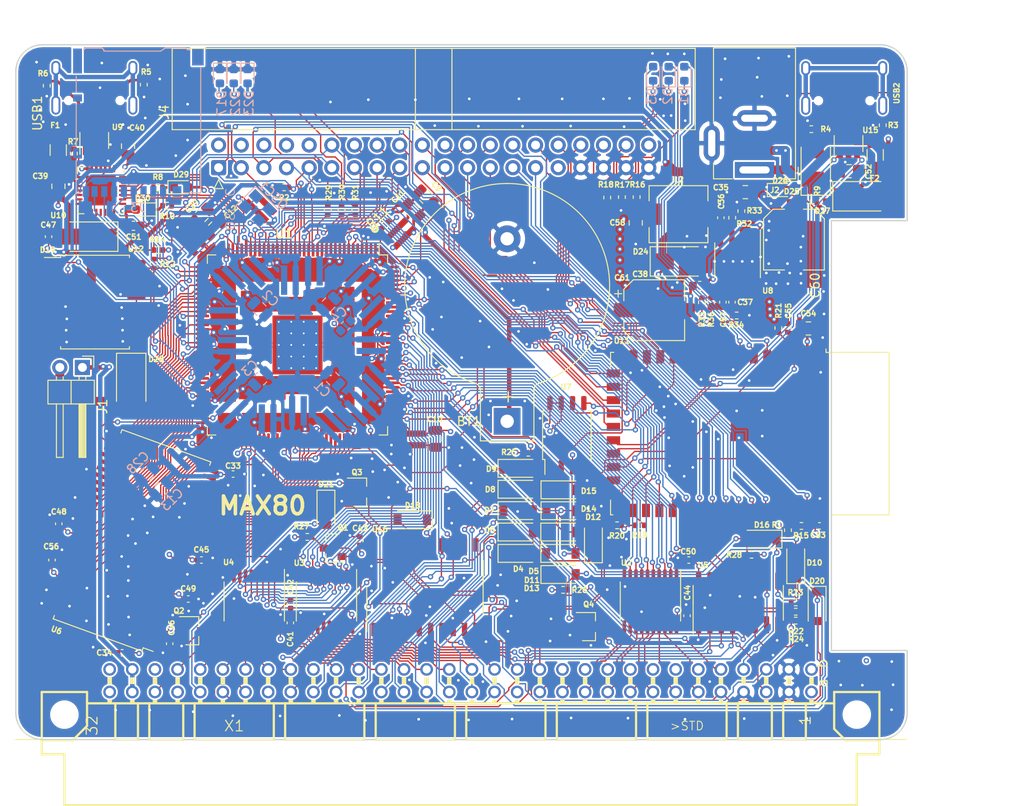
<source format=kicad_pcb>
(kicad_pcb (version 20171130) (host pcbnew 5.1.9-73d0e3b20d~88~ubuntu20.04.1)

  (general
    (thickness 1.6)
    (drawings 17)
    (tracks 4219)
    (zones 0)
    (modules 156)
    (nets 213)
  )

  (page A4)
  (title_block
    (title MAX80)
    (date 2021-01-31)
    (rev 0.01)
    (company "No name")
  )

  (layers
    (0 F.Cu signal)
    (1 In1.Cu signal)
    (2 In2.Cu signal)
    (31 B.Cu signal)
    (32 B.Adhes user)
    (33 F.Adhes user)
    (34 B.Paste user)
    (35 F.Paste user)
    (36 B.SilkS user)
    (37 F.SilkS user)
    (38 B.Mask user)
    (39 F.Mask user)
    (40 Dwgs.User user)
    (41 Cmts.User user)
    (42 Eco1.User user)
    (43 Eco2.User user)
    (44 Edge.Cuts user)
    (45 Margin user)
    (46 B.CrtYd user)
    (47 F.CrtYd user)
    (48 B.Fab user)
    (49 F.Fab user)
  )

  (setup
    (last_trace_width 0.15)
    (user_trace_width 0.3)
    (user_trace_width 0.5)
    (trace_clearance 0.15)
    (zone_clearance 0.2)
    (zone_45_only no)
    (trace_min 0.15)
    (via_size 0.6)
    (via_drill 0.3)
    (via_min_size 0.6)
    (via_min_drill 0.3)
    (uvia_size 0.3)
    (uvia_drill 0.1)
    (uvias_allowed no)
    (uvia_min_size 0.2)
    (uvia_min_drill 0.1)
    (edge_width 0.15)
    (segment_width 0.3)
    (pcb_text_width 0.3)
    (pcb_text_size 1.5 1.5)
    (mod_edge_width 0.15)
    (mod_text_size 1 1)
    (mod_text_width 0.15)
    (pad_size 2.6 1.6)
    (pad_drill 0)
    (pad_to_mask_clearance 0)
    (aux_axis_origin 0 0)
    (grid_origin 86.275 147.925)
    (visible_elements FFFFFF7F)
    (pcbplotparams
      (layerselection 0x010fc_ffffffff)
      (usegerberextensions false)
      (usegerberattributes true)
      (usegerberadvancedattributes true)
      (creategerberjobfile true)
      (excludeedgelayer true)
      (linewidth 0.100000)
      (plotframeref false)
      (viasonmask false)
      (mode 1)
      (useauxorigin false)
      (hpglpennumber 1)
      (hpglpenspeed 20)
      (hpglpendiameter 15.000000)
      (psnegative false)
      (psa4output false)
      (plotreference true)
      (plotvalue true)
      (plotinvisibletext false)
      (padsonsilk false)
      (subtractmaskfromsilk false)
      (outputformat 1)
      (mirror false)
      (drillshape 0)
      (scaleselection 1)
      (outputdirectory "abc80_gerber"))
  )

  (net 0 "")
  (net 1 VCC_ONE)
  (net 2 VCCA)
  (net 3 GND)
  (net 4 CLK0n)
  (net 5 +5V)
  (net 6 "Net-(R5-Pad2)")
  (net 7 "Net-(R6-Pad2)")
  (net 8 "Net-(R7-Pad1)")
  (net 9 "Net-(U10-Pad5)")
  (net 10 "Net-(U10-Pad4)")
  (net 11 "Net-(U9-Pad4)")
  (net 12 "Net-(U9-Pad6)")
  (net 13 "Net-(USB1-Pad13)")
  (net 14 "Net-(BT1-Pad1)")
  (net 15 /A4)
  (net 16 /A3)
  (net 17 /A2)
  (net 18 /A1)
  (net 19 /A0)
  (net 20 /IO0)
  (net 21 /IO3)
  (net 22 /IO4)
  (net 23 /IO5)
  (net 24 /IO6)
  (net 25 /IO7)
  (net 26 /A11)
  (net 27 /IO9)
  (net 28 /A8)
  (net 29 /A7)
  (net 30 /A6)
  (net 31 /A5)
  (net 32 /A9)
  (net 33 /A10)
  (net 34 /A12)
  (net 35 /IO8)
  (net 36 /IO10)
  (net 37 /IO11)
  (net 38 /IO12)
  (net 39 /IO13)
  (net 40 /IO14)
  (net 41 /IO15)
  (net 42 /abc80bus/D7)
  (net 43 /abc80bus/D6)
  (net 44 /abc80bus/D5)
  (net 45 /abc80bus/D4)
  (net 46 /abc80bus/D3)
  (net 47 /abc80bus/D2)
  (net 48 /abc80bus/D1)
  (net 49 /abc80bus/D0)
  (net 50 /abc80bus/A8)
  (net 51 /abc80bus/A9)
  (net 52 /abc80bus/A10)
  (net 53 /abc80bus/A11)
  (net 54 /abc80bus/A12)
  (net 55 /abc80bus/A13)
  (net 56 /abc80bus/A14)
  (net 57 /abc80bus/A15)
  (net 58 /abc80bus/A7)
  (net 59 /abc80bus/A6)
  (net 60 /abc80bus/A5)
  (net 61 /abc80bus/A4)
  (net 62 /abc80bus/A3)
  (net 63 /abc80bus/A2)
  (net 64 /abc80bus/A1)
  (net 65 /abc80bus/A0)
  (net 66 /IO1)
  (net 67 /IO2)
  (net 68 /32KHZ)
  (net 69 /RTC_INT)
  (net 70 /abc80bus/ABC5V)
  (net 71 /SD_DAT1)
  (net 72 /SD_DAT2)
  (net 73 /SD_DAT3)
  (net 74 /SD_CMD)
  (net 75 /SD_CLK)
  (net 76 /SD_DAT0)
  (net 77 FPGA_TDI)
  (net 78 FPGA_TMS)
  (net 79 FPGA_TDO)
  (net 80 FPGA_TCK)
  (net 81 ABC_CLK_5)
  (net 82 /FPGA_SCL)
  (net 83 /FPGA_SDA)
  (net 84 FPGA_SPI_MISO)
  (net 85 FPGA_SPI_MOSI)
  (net 86 FPGA_SPI_CLK)
  (net 87 FGPA_SPI_CS_ESP32)
  (net 88 INT_ESP32)
  (net 89 "Net-(C53-Pad1)")
  (net 90 "Net-(F2-Pad2)")
  (net 91 ESP32_TDO)
  (net 92 ESP32_TCK)
  (net 93 ESP32_TMS)
  (net 94 ESP32_IO0)
  (net 95 ESP32_RXD)
  (net 96 ESP32_TXD)
  (net 97 ESP32_EN)
  (net 98 "Net-(R3-Pad2)")
  (net 99 "Net-(R4-Pad2)")
  (net 100 /ESP32/USB_D-)
  (net 101 /ESP32/USB_D+)
  (net 102 ESP32_TDI)
  (net 103 "Net-(U15-Pad6)")
  (net 104 "Net-(U15-Pad4)")
  (net 105 "Net-(USB2-Pad13)")
  (net 106 "Net-(D1-Pad2)")
  (net 107 "Net-(D1-Pad1)")
  (net 108 "Net-(D2-Pad2)")
  (net 109 "Net-(D2-Pad1)")
  (net 110 "Net-(D3-Pad2)")
  (net 111 "Net-(D3-Pad1)")
  (net 112 ESP32_SCL)
  (net 113 ESP32_SDA)
  (net 114 ESP32_CS2)
  (net 115 ESP32_CS0)
  (net 116 ESP32_MISO)
  (net 117 ESP32_SCK)
  (net 118 ESP32_MOSI)
  (net 119 ESP32_CS1)
  (net 120 /FPGA_USB_TXD)
  (net 121 /FPGA_USB_RXD)
  (net 122 /abc80bus/~XMEMW80)
  (net 123 /abc80bus/~CS)
  (net 124 /abc80bus/~C4)
  (net 125 /abc80bus/~C3)
  (net 126 /abc80bus/~C2)
  (net 127 /abc80bus/~C1)
  (net 128 /abc80bus/~OUT)
  (net 129 /abc80bus/~XOUT)
  (net 130 /abc80bus/~RST)
  (net 131 ~IORD)
  (net 132 /abc80bus/~XMEMFL)
  (net 133 /abc80bus/~XIN)
  (net 134 /abc80bus/~INP)
  (net 135 /abc80bus/~STATUS)
  (net 136 "Net-(D18-Pad1)")
  (net 137 /abc80bus/~XINPSTB)
  (net 138 /abc80bus/~XOUTSTB)
  (net 139 /abc80bus/~XMEMW800)
  (net 140 ADSEL0)
  (net 141 ADSEL1)
  (net 142 "Net-(U3-Pad19)")
  (net 143 "Net-(U4-Pad19)")
  (net 144 /abc80bus/~INT)
  (net 145 ~MEMRD)
  (net 146 AD0)
  (net 147 AD1)
  (net 148 AD2)
  (net 149 AD3)
  (net 150 AD4)
  (net 151 AD5)
  (net 152 AD6)
  (net 153 AD7)
  (net 154 O1)
  (net 155 O2)
  (net 156 /abc80bus/~RESIN)
  (net 157 /abc80bus/~XM)
  (net 158 /abc80bus/Y0)
  (net 159 /abc80bus/~Y0)
  (net 160 "Net-(D20-Pad1)")
  (net 161 "Net-(D21-Pad1)")
  (net 162 /FPGA_LED1)
  (net 163 /FPGA_LED2)
  (net 164 /FPGA_LED3)
  (net 165 "Net-(D17-Pad2)")
  (net 166 "Net-(D22-Pad2)")
  (net 167 "Net-(D23-Pad2)")
  (net 168 FPGA_GPIO3)
  (net 169 FPGA_GPIO2)
  (net 170 FPGA_GPIO1)
  (net 171 FPGA_GPIO0)
  (net 172 FPGA_GPIO5)
  (net 173 FPGA_GPIO4)
  (net 174 "Net-(C36-Pad1)")
  (net 175 "Net-(C37-Pad2)")
  (net 176 "Net-(C37-Pad1)")
  (net 177 "Net-(C38-Pad2)")
  (net 178 "Net-(R32-Pad2)")
  (net 179 "Net-(R35-Pad2)")
  (net 180 "Net-(C38-Pad1)")
  (net 181 /abc80bus/READY)
  (net 182 /abc80bus/~NMI)
  (net 183 ~FPGA_READY)
  (net 184 FPGA_NMI)
  (net 185 "Net-(U1-Pad88)")
  (net 186 "Net-(D26-Pad2)")
  (net 187 FPGA_RESIN)
  (net 188 ABC_CLK_3)
  (net 189 /DQMH)
  (net 190 /CLK)
  (net 191 /CKE)
  (net 192 /BA1)
  (net 193 /BA0)
  (net 194 /DQML)
  (net 195 "Net-(D28-Pad2)")
  (net 196 "Net-(D25-Pad2)")
  (net 197 "Net-(F1-Pad2)")
  (net 198 /FPGA_USB_RTS)
  (net 199 /FPGA_USB_CTS)
  (net 200 /FPGA_USB_DTR)
  (net 201 FPGA_JTAGEN)
  (net 202 "Net-(C39-Pad1)")
  (net 203 "Net-(C52-Pad1)")
  (net 204 /WE#)
  (net 205 /CAS#)
  (net 206 /RAS#)
  (net 207 /CS#)
  (net 208 "Net-(D29-Pad1)")
  (net 209 "Net-(D30-Pad1)")
  (net 210 FLASH_CS#)
  (net 211 ~IOWR)
  (net 212 ~MEMWR)

  (net_class Default "This is the default net class."
    (clearance 0.15)
    (trace_width 0.15)
    (via_dia 0.6)
    (via_drill 0.3)
    (uvia_dia 0.3)
    (uvia_drill 0.1)
    (add_net +5V)
    (add_net /32KHZ)
    (add_net /A0)
    (add_net /A1)
    (add_net /A10)
    (add_net /A11)
    (add_net /A12)
    (add_net /A2)
    (add_net /A3)
    (add_net /A4)
    (add_net /A5)
    (add_net /A6)
    (add_net /A7)
    (add_net /A8)
    (add_net /A9)
    (add_net /BA0)
    (add_net /BA1)
    (add_net /CAS#)
    (add_net /CKE)
    (add_net /CLK)
    (add_net /CS#)
    (add_net /DQMH)
    (add_net /DQML)
    (add_net /ESP32/USB_D+)
    (add_net /ESP32/USB_D-)
    (add_net /FPGA_LED1)
    (add_net /FPGA_LED2)
    (add_net /FPGA_LED3)
    (add_net /FPGA_SCL)
    (add_net /FPGA_SDA)
    (add_net /FPGA_USB_CTS)
    (add_net /FPGA_USB_DTR)
    (add_net /FPGA_USB_RTS)
    (add_net /FPGA_USB_RXD)
    (add_net /FPGA_USB_TXD)
    (add_net /IO0)
    (add_net /IO1)
    (add_net /IO10)
    (add_net /IO11)
    (add_net /IO12)
    (add_net /IO13)
    (add_net /IO14)
    (add_net /IO15)
    (add_net /IO2)
    (add_net /IO3)
    (add_net /IO4)
    (add_net /IO5)
    (add_net /IO6)
    (add_net /IO7)
    (add_net /IO8)
    (add_net /IO9)
    (add_net /RAS#)
    (add_net /RTC_INT)
    (add_net /SD_CLK)
    (add_net /SD_CMD)
    (add_net /SD_DAT0)
    (add_net /SD_DAT1)
    (add_net /SD_DAT2)
    (add_net /SD_DAT3)
    (add_net /WE#)
    (add_net /abc80bus/A0)
    (add_net /abc80bus/A1)
    (add_net /abc80bus/A10)
    (add_net /abc80bus/A11)
    (add_net /abc80bus/A12)
    (add_net /abc80bus/A13)
    (add_net /abc80bus/A14)
    (add_net /abc80bus/A15)
    (add_net /abc80bus/A2)
    (add_net /abc80bus/A3)
    (add_net /abc80bus/A4)
    (add_net /abc80bus/A5)
    (add_net /abc80bus/A6)
    (add_net /abc80bus/A7)
    (add_net /abc80bus/A8)
    (add_net /abc80bus/A9)
    (add_net /abc80bus/ABC5V)
    (add_net /abc80bus/D0)
    (add_net /abc80bus/D1)
    (add_net /abc80bus/D2)
    (add_net /abc80bus/D3)
    (add_net /abc80bus/D4)
    (add_net /abc80bus/D5)
    (add_net /abc80bus/D6)
    (add_net /abc80bus/D7)
    (add_net /abc80bus/READY)
    (add_net /abc80bus/Y0)
    (add_net /abc80bus/~C1)
    (add_net /abc80bus/~C2)
    (add_net /abc80bus/~C3)
    (add_net /abc80bus/~C4)
    (add_net /abc80bus/~CS)
    (add_net /abc80bus/~INP)
    (add_net /abc80bus/~INT)
    (add_net /abc80bus/~NMI)
    (add_net /abc80bus/~OUT)
    (add_net /abc80bus/~RESIN)
    (add_net /abc80bus/~RST)
    (add_net /abc80bus/~STATUS)
    (add_net /abc80bus/~XIN)
    (add_net /abc80bus/~XINPSTB)
    (add_net /abc80bus/~XM)
    (add_net /abc80bus/~XMEMFL)
    (add_net /abc80bus/~XMEMW80)
    (add_net /abc80bus/~XMEMW800)
    (add_net /abc80bus/~XOUT)
    (add_net /abc80bus/~XOUTSTB)
    (add_net /abc80bus/~Y0)
    (add_net ABC_CLK_3)
    (add_net ABC_CLK_5)
    (add_net AD0)
    (add_net AD1)
    (add_net AD2)
    (add_net AD3)
    (add_net AD4)
    (add_net AD5)
    (add_net AD6)
    (add_net AD7)
    (add_net ADSEL0)
    (add_net ADSEL1)
    (add_net CLK0n)
    (add_net ESP32_CS0)
    (add_net ESP32_CS1)
    (add_net ESP32_CS2)
    (add_net ESP32_EN)
    (add_net ESP32_IO0)
    (add_net ESP32_MISO)
    (add_net ESP32_MOSI)
    (add_net ESP32_RXD)
    (add_net ESP32_SCK)
    (add_net ESP32_SCL)
    (add_net ESP32_SDA)
    (add_net ESP32_TCK)
    (add_net ESP32_TDI)
    (add_net ESP32_TDO)
    (add_net ESP32_TMS)
    (add_net ESP32_TXD)
    (add_net FGPA_SPI_CS_ESP32)
    (add_net FLASH_CS#)
    (add_net FPGA_GPIO0)
    (add_net FPGA_GPIO1)
    (add_net FPGA_GPIO2)
    (add_net FPGA_GPIO3)
    (add_net FPGA_GPIO4)
    (add_net FPGA_GPIO5)
    (add_net FPGA_JTAGEN)
    (add_net FPGA_NMI)
    (add_net FPGA_RESIN)
    (add_net FPGA_SPI_CLK)
    (add_net FPGA_SPI_MISO)
    (add_net FPGA_SPI_MOSI)
    (add_net FPGA_TCK)
    (add_net FPGA_TDI)
    (add_net FPGA_TDO)
    (add_net FPGA_TMS)
    (add_net GND)
    (add_net INT_ESP32)
    (add_net "Net-(BT1-Pad1)")
    (add_net "Net-(C36-Pad1)")
    (add_net "Net-(C37-Pad1)")
    (add_net "Net-(C37-Pad2)")
    (add_net "Net-(C38-Pad1)")
    (add_net "Net-(C38-Pad2)")
    (add_net "Net-(C39-Pad1)")
    (add_net "Net-(C52-Pad1)")
    (add_net "Net-(C53-Pad1)")
    (add_net "Net-(D1-Pad1)")
    (add_net "Net-(D1-Pad2)")
    (add_net "Net-(D17-Pad2)")
    (add_net "Net-(D18-Pad1)")
    (add_net "Net-(D2-Pad1)")
    (add_net "Net-(D2-Pad2)")
    (add_net "Net-(D20-Pad1)")
    (add_net "Net-(D21-Pad1)")
    (add_net "Net-(D22-Pad2)")
    (add_net "Net-(D23-Pad2)")
    (add_net "Net-(D25-Pad2)")
    (add_net "Net-(D26-Pad2)")
    (add_net "Net-(D28-Pad2)")
    (add_net "Net-(D29-Pad1)")
    (add_net "Net-(D3-Pad1)")
    (add_net "Net-(D3-Pad2)")
    (add_net "Net-(D30-Pad1)")
    (add_net "Net-(F1-Pad2)")
    (add_net "Net-(F2-Pad2)")
    (add_net "Net-(J4-Pad40)")
    (add_net "Net-(J4-Pad6)")
    (add_net "Net-(J4-Pad8)")
    (add_net "Net-(R3-Pad2)")
    (add_net "Net-(R32-Pad2)")
    (add_net "Net-(R35-Pad2)")
    (add_net "Net-(R4-Pad2)")
    (add_net "Net-(R5-Pad2)")
    (add_net "Net-(R6-Pad2)")
    (add_net "Net-(R7-Pad1)")
    (add_net "Net-(U1-Pad88)")
    (add_net "Net-(U10-Pad1)")
    (add_net "Net-(U10-Pad10)")
    (add_net "Net-(U10-Pad11)")
    (add_net "Net-(U10-Pad12)")
    (add_net "Net-(U10-Pad13)")
    (add_net "Net-(U10-Pad14)")
    (add_net "Net-(U10-Pad15)")
    (add_net "Net-(U10-Pad16)")
    (add_net "Net-(U10-Pad17)")
    (add_net "Net-(U10-Pad18)")
    (add_net "Net-(U10-Pad19)")
    (add_net "Net-(U10-Pad2)")
    (add_net "Net-(U10-Pad20)")
    (add_net "Net-(U10-Pad21)")
    (add_net "Net-(U10-Pad22)")
    (add_net "Net-(U10-Pad27)")
    (add_net "Net-(U10-Pad4)")
    (add_net "Net-(U10-Pad5)")
    (add_net "Net-(U11-Pad10)")
    (add_net "Net-(U11-Pad11)")
    (add_net "Net-(U11-Pad25)")
    (add_net "Net-(U11-Pad40)")
    (add_net "Net-(U12-Pad4)")
    (add_net "Net-(U15-Pad4)")
    (add_net "Net-(U15-Pad6)")
    (add_net "Net-(U16-Pad12)")
    (add_net "Net-(U3-Pad19)")
    (add_net "Net-(U4-Pad19)")
    (add_net "Net-(U5-Pad11)")
    (add_net "Net-(U5-Pad12)")
    (add_net "Net-(U5-Pad7)")
    (add_net "Net-(U6-Pad40)")
    (add_net "Net-(U9-Pad4)")
    (add_net "Net-(U9-Pad6)")
    (add_net "Net-(USB1-Pad13)")
    (add_net "Net-(USB1-Pad3)")
    (add_net "Net-(USB1-Pad5)")
    (add_net "Net-(USB1-Pad8)")
    (add_net "Net-(USB1-Pad9)")
    (add_net "Net-(USB2-Pad13)")
    (add_net "Net-(USB2-Pad3)")
    (add_net "Net-(USB2-Pad5)")
    (add_net "Net-(USB2-Pad8)")
    (add_net "Net-(USB2-Pad9)")
    (add_net "Net-(X1-PadA1)")
    (add_net "Net-(X1-PadA14)")
    (add_net "Net-(X1-PadA25)")
    (add_net "Net-(X1-PadA29)")
    (add_net "Net-(X1-PadA32)")
    (add_net "Net-(X1-PadB1)")
    (add_net "Net-(X1-PadB10)")
    (add_net "Net-(X1-PadB11)")
    (add_net "Net-(X1-PadB12)")
    (add_net "Net-(X1-PadB30)")
    (add_net "Net-(X1-PadB32)")
    (add_net "Net-(X1-PadB6)")
    (add_net "Net-(X1-PadB7)")
    (add_net "Net-(X1-PadB8)")
    (add_net "Net-(X1-PadB9)")
    (add_net O1)
    (add_net O2)
    (add_net VCCA)
    (add_net VCC_ONE)
    (add_net ~FPGA_READY)
    (add_net ~IORD)
    (add_net ~IOWR)
    (add_net ~MEMRD)
    (add_net ~MEMWR)
  )

  (module max80:SOIC-8_5.23x5.23mm_P1.27mm (layer F.Cu) (tedit 60341344) (tstamp 6034439B)
    (at 114.325 144.835 90)
    (descr "SOIC, 8 Pin (http://www.winbond.com/resource-files/w25q32jv%20revg%2003272018%20plus.pdf#page=68), generated with kicad-footprint-generator ipc_gullwing_generator.py")
    (tags "SOIC SO")
    (path /6035B91A)
    (attr smd)
    (fp_text reference U7 (at 5.42 -0.11 180) (layer F.SilkS)
      (effects (font (size 0.6 0.6) (thickness 0.15)))
    )
    (fp_text value W25Q128JVS (at 0 3.56 90) (layer F.Fab)
      (effects (font (size 1 1) (thickness 0.15)))
    )
    (fp_text user %R (at 0 0 90) (layer F.Fab)
      (effects (font (size 1 1) (thickness 0.15)))
    )
    (fp_line (start 0 2.725) (end 2.725 2.725) (layer F.SilkS) (width 0.12))
    (fp_line (start 2.725 2.725) (end 2.725 2.465) (layer F.SilkS) (width 0.12))
    (fp_line (start 0 2.725) (end -2.725 2.725) (layer F.SilkS) (width 0.12))
    (fp_line (start -2.725 2.725) (end -2.725 2.465) (layer F.SilkS) (width 0.12))
    (fp_line (start 0 -2.725) (end 2.725 -2.725) (layer F.SilkS) (width 0.12))
    (fp_line (start 2.725 -2.725) (end 2.725 -2.465) (layer F.SilkS) (width 0.12))
    (fp_line (start 0 -2.725) (end -2.725 -2.725) (layer F.SilkS) (width 0.12))
    (fp_line (start -2.725 -2.725) (end -2.725 -2.465) (layer F.SilkS) (width 0.12))
    (fp_line (start -2.725 -2.465) (end -4.4 -2.465) (layer F.SilkS) (width 0.12))
    (fp_line (start -1.615 -2.615) (end 2.615 -2.615) (layer F.Fab) (width 0.1))
    (fp_line (start 2.615 -2.615) (end 2.615 2.615) (layer F.Fab) (width 0.1))
    (fp_line (start 2.615 2.615) (end -2.615 2.615) (layer F.Fab) (width 0.1))
    (fp_line (start -2.615 2.615) (end -2.615 -1.615) (layer F.Fab) (width 0.1))
    (fp_line (start -2.615 -1.615) (end -1.615 -2.615) (layer F.Fab) (width 0.1))
    (fp_line (start -4.65 -2.86) (end -4.65 2.86) (layer F.CrtYd) (width 0.05))
    (fp_line (start -4.65 2.86) (end 4.65 2.86) (layer F.CrtYd) (width 0.05))
    (fp_line (start 4.65 2.86) (end 4.65 -2.86) (layer F.CrtYd) (width 0.05))
    (fp_line (start 4.65 -2.86) (end -4.65 -2.86) (layer F.CrtYd) (width 0.05))
    (pad 8 smd roundrect (at 3.6 -1.905 90) (size 1.6 0.6) (layers F.Cu F.Paste F.Mask) (roundrect_rratio 0.25)
      (net 1 VCC_ONE))
    (pad 7 smd roundrect (at 3.6 -0.635 90) (size 1.6 0.6) (layers F.Cu F.Paste F.Mask) (roundrect_rratio 0.25)
      (net 1 VCC_ONE))
    (pad 6 smd roundrect (at 3.6 0.635 90) (size 1.6 0.6) (layers F.Cu F.Paste F.Mask) (roundrect_rratio 0.25)
      (net 86 FPGA_SPI_CLK))
    (pad 5 smd roundrect (at 3.6 1.905 90) (size 1.6 0.6) (layers F.Cu F.Paste F.Mask) (roundrect_rratio 0.25)
      (net 85 FPGA_SPI_MOSI))
    (pad 4 smd roundrect (at -3.6 1.905 90) (size 1.6 0.6) (layers F.Cu F.Paste F.Mask) (roundrect_rratio 0.25)
      (net 3 GND))
    (pad 3 smd roundrect (at -3.6 0.635 90) (size 1.6 0.6) (layers F.Cu F.Paste F.Mask) (roundrect_rratio 0.25)
      (net 1 VCC_ONE))
    (pad 2 smd roundrect (at -3.6 -0.635 90) (size 1.6 0.6) (layers F.Cu F.Paste F.Mask) (roundrect_rratio 0.25)
      (net 84 FPGA_SPI_MISO))
    (pad 1 smd roundrect (at -3.6 -1.905 90) (size 1.6 0.6) (layers F.Cu F.Paste F.Mask) (roundrect_rratio 0.25)
      (net 210 FLASH_CS#))
    (model ${KISYS3DMOD}/Package_SO.3dshapes/SOIC-8_5.275x5.275mm_P1.27mm.wrl
      (at (xyz 0 0 0))
      (scale (xyz 1 1 1))
      (rotate (xyz 0 0 0))
    )
  )

  (module Diode_SMD:D_SOD-123 (layer F.Cu) (tedit 58645DC7) (tstamp 6019B141)
    (at 113.665 160.475)
    (descr SOD-123)
    (tags SOD-123)
    (path /6013B380/60CCF7F9)
    (attr smd)
    (fp_text reference D13 (at -3.29 1.54 180) (layer F.SilkS)
      (effects (font (size 0.6 0.6) (thickness 0.15)))
    )
    (fp_text value DSK14 (at 0 2.1) (layer F.Fab)
      (effects (font (size 1 1) (thickness 0.15)))
    )
    (fp_line (start -2.25 -1) (end 1.65 -1) (layer F.SilkS) (width 0.12))
    (fp_line (start -2.25 1) (end 1.65 1) (layer F.SilkS) (width 0.12))
    (fp_line (start -2.35 -1.15) (end -2.35 1.15) (layer F.CrtYd) (width 0.05))
    (fp_line (start 2.35 1.15) (end -2.35 1.15) (layer F.CrtYd) (width 0.05))
    (fp_line (start 2.35 -1.15) (end 2.35 1.15) (layer F.CrtYd) (width 0.05))
    (fp_line (start -2.35 -1.15) (end 2.35 -1.15) (layer F.CrtYd) (width 0.05))
    (fp_line (start -1.4 -0.9) (end 1.4 -0.9) (layer F.Fab) (width 0.1))
    (fp_line (start 1.4 -0.9) (end 1.4 0.9) (layer F.Fab) (width 0.1))
    (fp_line (start 1.4 0.9) (end -1.4 0.9) (layer F.Fab) (width 0.1))
    (fp_line (start -1.4 0.9) (end -1.4 -0.9) (layer F.Fab) (width 0.1))
    (fp_line (start -0.75 0) (end -0.35 0) (layer F.Fab) (width 0.1))
    (fp_line (start -0.35 0) (end -0.35 -0.55) (layer F.Fab) (width 0.1))
    (fp_line (start -0.35 0) (end -0.35 0.55) (layer F.Fab) (width 0.1))
    (fp_line (start -0.35 0) (end 0.25 -0.4) (layer F.Fab) (width 0.1))
    (fp_line (start 0.25 -0.4) (end 0.25 0.4) (layer F.Fab) (width 0.1))
    (fp_line (start 0.25 0.4) (end -0.35 0) (layer F.Fab) (width 0.1))
    (fp_line (start 0.25 0) (end 0.75 0) (layer F.Fab) (width 0.1))
    (fp_line (start -2.25 -1) (end -2.25 1) (layer F.SilkS) (width 0.12))
    (fp_text user %R (at 3.105 -0.003 90) (layer F.Fab)
      (effects (font (size 0.6 0.6) (thickness 0.15)))
    )
    (pad 2 smd rect (at 1.65 0) (size 0.9 1.2) (layers F.Cu F.Paste F.Mask)
      (net 131 ~IORD))
    (pad 1 smd rect (at -1.65 0) (size 0.9 1.2) (layers F.Cu F.Paste F.Mask)
      (net 133 /abc80bus/~XIN))
    (model ${KISYS3DMOD}/Diode_SMD.3dshapes/D_SOD-123.wrl
      (at (xyz 0 0 0))
      (scale (xyz 1 1 1))
      (rotate (xyz 0 0 0))
    )
  )

  (module Resistor_SMD:R_0402_1005Metric (layer F.Cu) (tedit 5F68FEEE) (tstamp 6034B24B)
    (at 93.955 121.205 45)
    (descr "Resistor SMD 0402 (1005 Metric), square (rectangular) end terminal, IPC_7351 nominal, (Body size source: IPC-SM-782 page 72, https://www.pcb-3d.com/wordpress/wp-content/uploads/ipc-sm-782a_amendment_1_and_2.pdf), generated with kicad-footprint-generator")
    (tags resistor)
    (path /604B03F3)
    (attr smd)
    (fp_text reference R11 (at 0 -1.17 45) (layer F.SilkS)
      (effects (font (size 1 1) (thickness 0.15)))
    )
    (fp_text value 10k (at 0 1.17 45) (layer F.Fab)
      (effects (font (size 1 1) (thickness 0.15)))
    )
    (fp_line (start -0.525 0.27) (end -0.525 -0.27) (layer F.Fab) (width 0.1))
    (fp_line (start -0.525 -0.27) (end 0.525 -0.27) (layer F.Fab) (width 0.1))
    (fp_line (start 0.525 -0.27) (end 0.525 0.27) (layer F.Fab) (width 0.1))
    (fp_line (start 0.525 0.27) (end -0.525 0.27) (layer F.Fab) (width 0.1))
    (fp_line (start -0.153641 -0.38) (end 0.153641 -0.38) (layer F.SilkS) (width 0.12))
    (fp_line (start -0.153641 0.38) (end 0.153641 0.38) (layer F.SilkS) (width 0.12))
    (fp_line (start -0.93 0.47) (end -0.93 -0.47) (layer F.CrtYd) (width 0.05))
    (fp_line (start -0.93 -0.47) (end 0.93 -0.47) (layer F.CrtYd) (width 0.05))
    (fp_line (start 0.93 -0.47) (end 0.93 0.47) (layer F.CrtYd) (width 0.05))
    (fp_line (start 0.93 0.47) (end -0.93 0.47) (layer F.CrtYd) (width 0.05))
    (fp_text user %R (at 0 0 45) (layer F.Fab)
      (effects (font (size 0.26 0.26) (thickness 0.04)))
    )
    (pad 2 smd roundrect (at 0.51 0 45) (size 0.54 0.64) (layers F.Cu F.Paste F.Mask) (roundrect_rratio 0.25)
      (net 1 VCC_ONE))
    (pad 1 smd roundrect (at -0.51 0 45) (size 0.54 0.64) (layers F.Cu F.Paste F.Mask) (roundrect_rratio 0.25)
      (net 210 FLASH_CS#))
    (model ${KISYS3DMOD}/Resistor_SMD.3dshapes/R_0402_1005Metric.wrl
      (at (xyz 0 0 0))
      (scale (xyz 1 1 1))
      (rotate (xyz 0 0 0))
    )
  )

  (module Resistor_SMD:R_0402_1005Metric (layer F.Cu) (tedit 5F68FEEE) (tstamp 6033FBEF)
    (at 69.475 119.075 180)
    (descr "Resistor SMD 0402 (1005 Metric), square (rectangular) end terminal, IPC_7351 nominal, (Body size source: IPC-SM-782 page 72, https://www.pcb-3d.com/wordpress/wp-content/uploads/ipc-sm-782a_amendment_1_and_2.pdf), generated with kicad-footprint-generator")
    (tags resistor)
    (path /60427964)
    (attr smd)
    (fp_text reference R10 (at 0 -1.17) (layer F.SilkS)
      (effects (font (size 0.6 0.6) (thickness 0.15)))
    )
    (fp_text value 1k (at 0 1.17) (layer F.Fab)
      (effects (font (size 1 1) (thickness 0.15)))
    )
    (fp_line (start -0.525 0.27) (end -0.525 -0.27) (layer F.Fab) (width 0.1))
    (fp_line (start -0.525 -0.27) (end 0.525 -0.27) (layer F.Fab) (width 0.1))
    (fp_line (start 0.525 -0.27) (end 0.525 0.27) (layer F.Fab) (width 0.1))
    (fp_line (start 0.525 0.27) (end -0.525 0.27) (layer F.Fab) (width 0.1))
    (fp_line (start -0.153641 -0.38) (end 0.153641 -0.38) (layer F.SilkS) (width 0.12))
    (fp_line (start -0.153641 0.38) (end 0.153641 0.38) (layer F.SilkS) (width 0.12))
    (fp_line (start -0.93 0.47) (end -0.93 -0.47) (layer F.CrtYd) (width 0.05))
    (fp_line (start -0.93 -0.47) (end 0.93 -0.47) (layer F.CrtYd) (width 0.05))
    (fp_line (start 0.93 -0.47) (end 0.93 0.47) (layer F.CrtYd) (width 0.05))
    (fp_line (start 0.93 0.47) (end -0.93 0.47) (layer F.CrtYd) (width 0.05))
    (fp_text user %R (at 0 0) (layer F.Fab)
      (effects (font (size 0.26 0.26) (thickness 0.04)))
    )
    (pad 2 smd roundrect (at 0.51 0 180) (size 0.54 0.64) (layers F.Cu F.Paste F.Mask) (roundrect_rratio 0.25)
      (net 209 "Net-(D30-Pad1)"))
    (pad 1 smd roundrect (at -0.51 0 180) (size 0.54 0.64) (layers F.Cu F.Paste F.Mask) (roundrect_rratio 0.25)
      (net 199 /FPGA_USB_CTS))
    (model ${KISYS3DMOD}/Resistor_SMD.3dshapes/R_0402_1005Metric.wrl
      (at (xyz 0 0 0))
      (scale (xyz 1 1 1))
      (rotate (xyz 0 0 0))
    )
  )

  (module Resistor_SMD:R_0402_1005Metric (layer F.Cu) (tedit 5F68FEEE) (tstamp 6033FBBE)
    (at 68.44 117.025)
    (descr "Resistor SMD 0402 (1005 Metric), square (rectangular) end terminal, IPC_7351 nominal, (Body size source: IPC-SM-782 page 72, https://www.pcb-3d.com/wordpress/wp-content/uploads/ipc-sm-782a_amendment_1_and_2.pdf), generated with kicad-footprint-generator")
    (tags resistor)
    (path /6042C0DA)
    (attr smd)
    (fp_text reference R8 (at 0 -1.17) (layer F.SilkS)
      (effects (font (size 0.6 0.6) (thickness 0.15)))
    )
    (fp_text value 1k (at 0 1.17) (layer F.Fab)
      (effects (font (size 1 1) (thickness 0.15)))
    )
    (fp_line (start -0.525 0.27) (end -0.525 -0.27) (layer F.Fab) (width 0.1))
    (fp_line (start -0.525 -0.27) (end 0.525 -0.27) (layer F.Fab) (width 0.1))
    (fp_line (start 0.525 -0.27) (end 0.525 0.27) (layer F.Fab) (width 0.1))
    (fp_line (start 0.525 0.27) (end -0.525 0.27) (layer F.Fab) (width 0.1))
    (fp_line (start -0.153641 -0.38) (end 0.153641 -0.38) (layer F.SilkS) (width 0.12))
    (fp_line (start -0.153641 0.38) (end 0.153641 0.38) (layer F.SilkS) (width 0.12))
    (fp_line (start -0.93 0.47) (end -0.93 -0.47) (layer F.CrtYd) (width 0.05))
    (fp_line (start -0.93 -0.47) (end 0.93 -0.47) (layer F.CrtYd) (width 0.05))
    (fp_line (start 0.93 -0.47) (end 0.93 0.47) (layer F.CrtYd) (width 0.05))
    (fp_line (start 0.93 0.47) (end -0.93 0.47) (layer F.CrtYd) (width 0.05))
    (fp_text user %R (at 0 0) (layer F.Fab)
      (effects (font (size 0.26 0.26) (thickness 0.04)))
    )
    (pad 2 smd roundrect (at 0.51 0) (size 0.54 0.64) (layers F.Cu F.Paste F.Mask) (roundrect_rratio 0.25)
      (net 208 "Net-(D29-Pad1)"))
    (pad 1 smd roundrect (at -0.51 0) (size 0.54 0.64) (layers F.Cu F.Paste F.Mask) (roundrect_rratio 0.25)
      (net 198 /FPGA_USB_RTS))
    (model ${KISYS3DMOD}/Resistor_SMD.3dshapes/R_0402_1005Metric.wrl
      (at (xyz 0 0 0))
      (scale (xyz 1 1 1))
      (rotate (xyz 0 0 0))
    )
  )

  (module LED_SMD:LED_0603_1608Metric (layer F.Cu) (tedit 5F68FEF1) (tstamp 6033F6D1)
    (at 66.775 119.5 180)
    (descr "LED SMD 0603 (1608 Metric), square (rectangular) end terminal, IPC_7351 nominal, (Body size source: http://www.tortai-tech.com/upload/download/2011102023233369053.pdf), generated with kicad-footprint-generator")
    (tags LED)
    (path /604220EF)
    (attr smd)
    (fp_text reference D30 (at 0.04 1.285) (layer F.SilkS)
      (effects (font (size 0.6 0.6) (thickness 0.15)))
    )
    (fp_text value LED-Y (at 0 1.43) (layer F.Fab)
      (effects (font (size 1 1) (thickness 0.15)))
    )
    (fp_line (start 0.8 -0.4) (end -0.5 -0.4) (layer F.Fab) (width 0.1))
    (fp_line (start -0.5 -0.4) (end -0.8 -0.1) (layer F.Fab) (width 0.1))
    (fp_line (start -0.8 -0.1) (end -0.8 0.4) (layer F.Fab) (width 0.1))
    (fp_line (start -0.8 0.4) (end 0.8 0.4) (layer F.Fab) (width 0.1))
    (fp_line (start 0.8 0.4) (end 0.8 -0.4) (layer F.Fab) (width 0.1))
    (fp_line (start 0.8 -0.735) (end -1.485 -0.735) (layer F.SilkS) (width 0.12))
    (fp_line (start -1.485 -0.735) (end -1.485 0.735) (layer F.SilkS) (width 0.12))
    (fp_line (start -1.485 0.735) (end 0.8 0.735) (layer F.SilkS) (width 0.12))
    (fp_line (start -1.48 0.73) (end -1.48 -0.73) (layer F.CrtYd) (width 0.05))
    (fp_line (start -1.48 -0.73) (end 1.48 -0.73) (layer F.CrtYd) (width 0.05))
    (fp_line (start 1.48 -0.73) (end 1.48 0.73) (layer F.CrtYd) (width 0.05))
    (fp_line (start 1.48 0.73) (end -1.48 0.73) (layer F.CrtYd) (width 0.05))
    (fp_text user %R (at 0 0) (layer F.Fab)
      (effects (font (size 0.4 0.4) (thickness 0.06)))
    )
    (pad 2 smd roundrect (at 0.7875 0 180) (size 0.875 0.95) (layers F.Cu F.Paste F.Mask) (roundrect_rratio 0.25)
      (net 1 VCC_ONE))
    (pad 1 smd roundrect (at -0.7875 0 180) (size 0.875 0.95) (layers F.Cu F.Paste F.Mask) (roundrect_rratio 0.25)
      (net 209 "Net-(D30-Pad1)"))
    (model ${KISYS3DMOD}/LED_SMD.3dshapes/LED_0603_1608Metric.wrl
      (at (xyz 0 0 0))
      (scale (xyz 1 1 1))
      (rotate (xyz 0 0 0))
    )
  )

  (module LED_SMD:LED_0603_1608Metric (layer F.Cu) (tedit 5F68FEF1) (tstamp 6033F6BE)
    (at 71.05 117)
    (descr "LED SMD 0603 (1608 Metric), square (rectangular) end terminal, IPC_7351 nominal, (Body size source: http://www.tortai-tech.com/upload/download/2011102023233369053.pdf), generated with kicad-footprint-generator")
    (tags LED)
    (path /6041A94C)
    (attr smd)
    (fp_text reference D29 (at 0 -1.43) (layer F.SilkS)
      (effects (font (size 0.6 0.6) (thickness 0.15)))
    )
    (fp_text value LED-Y (at 0 1.43) (layer F.Fab)
      (effects (font (size 1 1) (thickness 0.15)))
    )
    (fp_line (start 0.8 -0.4) (end -0.5 -0.4) (layer F.Fab) (width 0.1))
    (fp_line (start -0.5 -0.4) (end -0.8 -0.1) (layer F.Fab) (width 0.1))
    (fp_line (start -0.8 -0.1) (end -0.8 0.4) (layer F.Fab) (width 0.1))
    (fp_line (start -0.8 0.4) (end 0.8 0.4) (layer F.Fab) (width 0.1))
    (fp_line (start 0.8 0.4) (end 0.8 -0.4) (layer F.Fab) (width 0.1))
    (fp_line (start 0.8 -0.735) (end -1.485 -0.735) (layer F.SilkS) (width 0.12))
    (fp_line (start -1.485 -0.735) (end -1.485 0.735) (layer F.SilkS) (width 0.12))
    (fp_line (start -1.485 0.735) (end 0.8 0.735) (layer F.SilkS) (width 0.12))
    (fp_line (start -1.48 0.73) (end -1.48 -0.73) (layer F.CrtYd) (width 0.05))
    (fp_line (start -1.48 -0.73) (end 1.48 -0.73) (layer F.CrtYd) (width 0.05))
    (fp_line (start 1.48 -0.73) (end 1.48 0.73) (layer F.CrtYd) (width 0.05))
    (fp_line (start 1.48 0.73) (end -1.48 0.73) (layer F.CrtYd) (width 0.05))
    (fp_text user %R (at 0 0) (layer F.Fab)
      (effects (font (size 0.4 0.4) (thickness 0.06)))
    )
    (pad 2 smd roundrect (at 0.7875 0) (size 0.875 0.95) (layers F.Cu F.Paste F.Mask) (roundrect_rratio 0.25)
      (net 1 VCC_ONE))
    (pad 1 smd roundrect (at -0.7875 0) (size 0.875 0.95) (layers F.Cu F.Paste F.Mask) (roundrect_rratio 0.25)
      (net 208 "Net-(D29-Pad1)"))
    (model ${KISYS3DMOD}/LED_SMD.3dshapes/LED_0603_1608Metric.wrl
      (at (xyz 0 0 0))
      (scale (xyz 1 1 1))
      (rotate (xyz 0 0 0))
    )
  )

  (module Resistor_SMD:R_0402_1005Metric (layer F.Cu) (tedit 5F68FEEE) (tstamp 60337B92)
    (at 139.125 155.5 90)
    (descr "Resistor SMD 0402 (1005 Metric), square (rectangular) end terminal, IPC_7351 nominal, (Body size source: IPC-SM-782 page 72, https://www.pcb-3d.com/wordpress/wp-content/uploads/ipc-sm-782a_amendment_1_and_2.pdf), generated with kicad-footprint-generator")
    (tags resistor)
    (path /602159BB/60379925)
    (attr smd)
    (fp_text reference R1 (at 0.6 -1.225 180) (layer F.SilkS)
      (effects (font (size 0.6 0.6) (thickness 0.15)))
    )
    (fp_text value 10k (at 0 1.17 90) (layer F.Fab)
      (effects (font (size 1 1) (thickness 0.15)))
    )
    (fp_line (start 0.93 0.47) (end -0.93 0.47) (layer F.CrtYd) (width 0.05))
    (fp_line (start 0.93 -0.47) (end 0.93 0.47) (layer F.CrtYd) (width 0.05))
    (fp_line (start -0.93 -0.47) (end 0.93 -0.47) (layer F.CrtYd) (width 0.05))
    (fp_line (start -0.93 0.47) (end -0.93 -0.47) (layer F.CrtYd) (width 0.05))
    (fp_line (start -0.153641 0.38) (end 0.153641 0.38) (layer F.SilkS) (width 0.12))
    (fp_line (start -0.153641 -0.38) (end 0.153641 -0.38) (layer F.SilkS) (width 0.12))
    (fp_line (start 0.525 0.27) (end -0.525 0.27) (layer F.Fab) (width 0.1))
    (fp_line (start 0.525 -0.27) (end 0.525 0.27) (layer F.Fab) (width 0.1))
    (fp_line (start -0.525 -0.27) (end 0.525 -0.27) (layer F.Fab) (width 0.1))
    (fp_line (start -0.525 0.27) (end -0.525 -0.27) (layer F.Fab) (width 0.1))
    (fp_text user %R (at 0 0 90) (layer F.Fab)
      (effects (font (size 0.26 0.26) (thickness 0.04)))
    )
    (pad 2 smd roundrect (at 0.51 0 90) (size 0.54 0.64) (layers F.Cu F.Paste F.Mask) (roundrect_rratio 0.25)
      (net 89 "Net-(C53-Pad1)"))
    (pad 1 smd roundrect (at -0.51 0 90) (size 0.54 0.64) (layers F.Cu F.Paste F.Mask) (roundrect_rratio 0.25)
      (net 1 VCC_ONE))
    (model ${KISYS3DMOD}/Resistor_SMD.3dshapes/R_0402_1005Metric.wrl
      (at (xyz 0 0 0))
      (scale (xyz 1 1 1))
      (rotate (xyz 0 0 0))
    )
  )

  (module Diode_SMD:D_SMA (layer F.Cu) (tedit 586432E5) (tstamp 6032CF27)
    (at 65.447 139.035 270)
    (descr "Diode SMA (DO-214AC)")
    (tags "Diode SMA (DO-214AC)")
    (path /6013B380/603612AB)
    (attr smd)
    (fp_text reference D28 (at -2.735 -2.803 180) (layer F.SilkS)
      (effects (font (size 0.6 0.6) (thickness 0.15)))
    )
    (fp_text value MBRA340T (at 0 2.6 90) (layer F.Fab)
      (effects (font (size 1 1) (thickness 0.15)))
    )
    (fp_line (start -3.4 -1.65) (end -3.4 1.65) (layer F.SilkS) (width 0.12))
    (fp_line (start 2.3 1.5) (end -2.3 1.5) (layer F.Fab) (width 0.1))
    (fp_line (start -2.3 1.5) (end -2.3 -1.5) (layer F.Fab) (width 0.1))
    (fp_line (start 2.3 -1.5) (end 2.3 1.5) (layer F.Fab) (width 0.1))
    (fp_line (start 2.3 -1.5) (end -2.3 -1.5) (layer F.Fab) (width 0.1))
    (fp_line (start -3.5 -1.75) (end 3.5 -1.75) (layer F.CrtYd) (width 0.05))
    (fp_line (start 3.5 -1.75) (end 3.5 1.75) (layer F.CrtYd) (width 0.05))
    (fp_line (start 3.5 1.75) (end -3.5 1.75) (layer F.CrtYd) (width 0.05))
    (fp_line (start -3.5 1.75) (end -3.5 -1.75) (layer F.CrtYd) (width 0.05))
    (fp_line (start -0.64944 0.00102) (end -1.55114 0.00102) (layer F.Fab) (width 0.1))
    (fp_line (start 0.50118 0.00102) (end 1.4994 0.00102) (layer F.Fab) (width 0.1))
    (fp_line (start -0.64944 -0.79908) (end -0.64944 0.80112) (layer F.Fab) (width 0.1))
    (fp_line (start 0.50118 0.75032) (end 0.50118 -0.79908) (layer F.Fab) (width 0.1))
    (fp_line (start -0.64944 0.00102) (end 0.50118 0.75032) (layer F.Fab) (width 0.1))
    (fp_line (start -0.64944 0.00102) (end 0.50118 -0.79908) (layer F.Fab) (width 0.1))
    (fp_line (start -3.4 1.65) (end 2 1.65) (layer F.SilkS) (width 0.12))
    (fp_line (start -3.4 -1.65) (end 2 -1.65) (layer F.SilkS) (width 0.12))
    (fp_text user %R (at 0 -2.5 90) (layer F.Fab)
      (effects (font (size 1 1) (thickness 0.15)))
    )
    (pad 2 smd rect (at 2 0 270) (size 2.5 1.8) (layers F.Cu F.Paste F.Mask)
      (net 195 "Net-(D28-Pad2)"))
    (pad 1 smd rect (at -2 0 270) (size 2.5 1.8) (layers F.Cu F.Paste F.Mask)
      (net 5 +5V))
    (model ${KISYS3DMOD}/Diode_SMD.3dshapes/D_SMA.wrl
      (at (xyz 0 0 0))
      (scale (xyz 1 1 1))
      (rotate (xyz 0 0 0))
    )
  )

  (module Capacitor_SMD:C_0402_1005Metric (layer F.Cu) (tedit 5F68FEEE) (tstamp 6039D96A)
    (at 56.557 158.847 90)
    (descr "Capacitor SMD 0402 (1005 Metric), square (rectangular) end terminal, IPC_7351 nominal, (Body size source: IPC-SM-782 page 76, https://www.pcb-3d.com/wordpress/wp-content/uploads/ipc-sm-782a_amendment_1_and_2.pdf), generated with kicad-footprint-generator")
    (tags capacitor)
    (path /6091A70C)
    (attr smd)
    (fp_text reference C56 (at 1.522 -0.082 180) (layer F.SilkS)
      (effects (font (size 0.6 0.6) (thickness 0.15)))
    )
    (fp_text value 100nF (at 0 1.16 90) (layer F.Fab)
      (effects (font (size 1 1) (thickness 0.15)))
    )
    (fp_line (start -0.5 0.25) (end -0.5 -0.25) (layer F.Fab) (width 0.1))
    (fp_line (start -0.5 -0.25) (end 0.5 -0.25) (layer F.Fab) (width 0.1))
    (fp_line (start 0.5 -0.25) (end 0.5 0.25) (layer F.Fab) (width 0.1))
    (fp_line (start 0.5 0.25) (end -0.5 0.25) (layer F.Fab) (width 0.1))
    (fp_line (start -0.107836 -0.36) (end 0.107836 -0.36) (layer F.SilkS) (width 0.12))
    (fp_line (start -0.107836 0.36) (end 0.107836 0.36) (layer F.SilkS) (width 0.12))
    (fp_line (start -0.91 0.46) (end -0.91 -0.46) (layer F.CrtYd) (width 0.05))
    (fp_line (start -0.91 -0.46) (end 0.91 -0.46) (layer F.CrtYd) (width 0.05))
    (fp_line (start 0.91 -0.46) (end 0.91 0.46) (layer F.CrtYd) (width 0.05))
    (fp_line (start 0.91 0.46) (end -0.91 0.46) (layer F.CrtYd) (width 0.05))
    (fp_text user %R (at 0 0 90) (layer F.Fab)
      (effects (font (size 0.25 0.25) (thickness 0.04)))
    )
    (pad 2 smd roundrect (at 0.48 0 90) (size 0.56 0.62) (layers F.Cu F.Paste F.Mask) (roundrect_rratio 0.25)
      (net 3 GND))
    (pad 1 smd roundrect (at -0.48 0 90) (size 0.56 0.62) (layers F.Cu F.Paste F.Mask) (roundrect_rratio 0.25)
      (net 1 VCC_ONE))
    (model ${KISYS3DMOD}/Capacitor_SMD.3dshapes/C_0402_1005Metric.wrl
      (at (xyz 0 0 0))
      (scale (xyz 1 1 1))
      (rotate (xyz 0 0 0))
    )
  )

  (module Capacitor_SMD:C_0402_1005Metric (layer F.Cu) (tedit 5F68FEEE) (tstamp 603AB1B9)
    (at 69.765 168.245 270)
    (descr "Capacitor SMD 0402 (1005 Metric), square (rectangular) end terminal, IPC_7351 nominal, (Body size source: IPC-SM-782 page 76, https://www.pcb-3d.com/wordpress/wp-content/uploads/ipc-sm-782a_amendment_1_and_2.pdf), generated with kicad-footprint-generator")
    (tags capacitor)
    (path /60932F0E)
    (attr smd)
    (fp_text reference C46 (at -1.795 -0.21 270) (layer F.SilkS)
      (effects (font (size 0.6 0.6) (thickness 0.15)))
    )
    (fp_text value 100nF (at 0 1.16 90) (layer F.Fab)
      (effects (font (size 1 1) (thickness 0.15)))
    )
    (fp_line (start -0.5 0.25) (end -0.5 -0.25) (layer F.Fab) (width 0.1))
    (fp_line (start -0.5 -0.25) (end 0.5 -0.25) (layer F.Fab) (width 0.1))
    (fp_line (start 0.5 -0.25) (end 0.5 0.25) (layer F.Fab) (width 0.1))
    (fp_line (start 0.5 0.25) (end -0.5 0.25) (layer F.Fab) (width 0.1))
    (fp_line (start -0.107836 -0.36) (end 0.107836 -0.36) (layer F.SilkS) (width 0.12))
    (fp_line (start -0.107836 0.36) (end 0.107836 0.36) (layer F.SilkS) (width 0.12))
    (fp_line (start -0.91 0.46) (end -0.91 -0.46) (layer F.CrtYd) (width 0.05))
    (fp_line (start -0.91 -0.46) (end 0.91 -0.46) (layer F.CrtYd) (width 0.05))
    (fp_line (start 0.91 -0.46) (end 0.91 0.46) (layer F.CrtYd) (width 0.05))
    (fp_line (start 0.91 0.46) (end -0.91 0.46) (layer F.CrtYd) (width 0.05))
    (fp_text user %R (at 0 0 90) (layer F.Fab)
      (effects (font (size 0.25 0.25) (thickness 0.04)))
    )
    (pad 2 smd roundrect (at 0.48 0 270) (size 0.56 0.62) (layers F.Cu F.Paste F.Mask) (roundrect_rratio 0.25)
      (net 3 GND))
    (pad 1 smd roundrect (at -0.48 0 270) (size 0.56 0.62) (layers F.Cu F.Paste F.Mask) (roundrect_rratio 0.25)
      (net 1 VCC_ONE))
    (model ${KISYS3DMOD}/Capacitor_SMD.3dshapes/C_0402_1005Metric.wrl
      (at (xyz 0 0 0))
      (scale (xyz 1 1 1))
      (rotate (xyz 0 0 0))
    )
  )

  (module Capacitor_SMD:C_0402_1005Metric (layer F.Cu) (tedit 5F68FEEE) (tstamp 603AB1A8)
    (at 73.321 158.847)
    (descr "Capacitor SMD 0402 (1005 Metric), square (rectangular) end terminal, IPC_7351 nominal, (Body size source: IPC-SM-782 page 76, https://www.pcb-3d.com/wordpress/wp-content/uploads/ipc-sm-782a_amendment_1_and_2.pdf), generated with kicad-footprint-generator")
    (tags capacitor)
    (path /6094CE83)
    (attr smd)
    (fp_text reference C45 (at 0 -1.16) (layer F.SilkS)
      (effects (font (size 0.6 0.6) (thickness 0.15)))
    )
    (fp_text value 100nF (at 0 1.16) (layer F.Fab)
      (effects (font (size 1 1) (thickness 0.15)))
    )
    (fp_line (start -0.5 0.25) (end -0.5 -0.25) (layer F.Fab) (width 0.1))
    (fp_line (start -0.5 -0.25) (end 0.5 -0.25) (layer F.Fab) (width 0.1))
    (fp_line (start 0.5 -0.25) (end 0.5 0.25) (layer F.Fab) (width 0.1))
    (fp_line (start 0.5 0.25) (end -0.5 0.25) (layer F.Fab) (width 0.1))
    (fp_line (start -0.107836 -0.36) (end 0.107836 -0.36) (layer F.SilkS) (width 0.12))
    (fp_line (start -0.107836 0.36) (end 0.107836 0.36) (layer F.SilkS) (width 0.12))
    (fp_line (start -0.91 0.46) (end -0.91 -0.46) (layer F.CrtYd) (width 0.05))
    (fp_line (start -0.91 -0.46) (end 0.91 -0.46) (layer F.CrtYd) (width 0.05))
    (fp_line (start 0.91 -0.46) (end 0.91 0.46) (layer F.CrtYd) (width 0.05))
    (fp_line (start 0.91 0.46) (end -0.91 0.46) (layer F.CrtYd) (width 0.05))
    (fp_text user %R (at 0 0) (layer F.Fab)
      (effects (font (size 0.25 0.25) (thickness 0.04)))
    )
    (pad 2 smd roundrect (at 0.48 0) (size 0.56 0.62) (layers F.Cu F.Paste F.Mask) (roundrect_rratio 0.25)
      (net 3 GND))
    (pad 1 smd roundrect (at -0.48 0) (size 0.56 0.62) (layers F.Cu F.Paste F.Mask) (roundrect_rratio 0.25)
      (net 1 VCC_ONE))
    (model ${KISYS3DMOD}/Capacitor_SMD.3dshapes/C_0402_1005Metric.wrl
      (at (xyz 0 0 0))
      (scale (xyz 1 1 1))
      (rotate (xyz 0 0 0))
    )
  )

  (module Capacitor_SMD:C_0402_1005Metric (layer F.Cu) (tedit 5F68FEEE) (tstamp 603AC9A5)
    (at 64.431 169.261 180)
    (descr "Capacitor SMD 0402 (1005 Metric), square (rectangular) end terminal, IPC_7351 nominal, (Body size source: IPC-SM-782 page 76, https://www.pcb-3d.com/wordpress/wp-content/uploads/ipc-sm-782a_amendment_1_and_2.pdf), generated with kicad-footprint-generator")
    (tags capacitor)
    (path /6097D4FE)
    (attr smd)
    (fp_text reference C34 (at 2.006 0) (layer F.SilkS)
      (effects (font (size 0.6 0.6) (thickness 0.15)))
    )
    (fp_text value 100nF (at 0 1.16) (layer F.Fab)
      (effects (font (size 1 1) (thickness 0.15)))
    )
    (fp_line (start -0.5 0.25) (end -0.5 -0.25) (layer F.Fab) (width 0.1))
    (fp_line (start -0.5 -0.25) (end 0.5 -0.25) (layer F.Fab) (width 0.1))
    (fp_line (start 0.5 -0.25) (end 0.5 0.25) (layer F.Fab) (width 0.1))
    (fp_line (start 0.5 0.25) (end -0.5 0.25) (layer F.Fab) (width 0.1))
    (fp_line (start -0.107836 -0.36) (end 0.107836 -0.36) (layer F.SilkS) (width 0.12))
    (fp_line (start -0.107836 0.36) (end 0.107836 0.36) (layer F.SilkS) (width 0.12))
    (fp_line (start -0.91 0.46) (end -0.91 -0.46) (layer F.CrtYd) (width 0.05))
    (fp_line (start -0.91 -0.46) (end 0.91 -0.46) (layer F.CrtYd) (width 0.05))
    (fp_line (start 0.91 -0.46) (end 0.91 0.46) (layer F.CrtYd) (width 0.05))
    (fp_line (start 0.91 0.46) (end -0.91 0.46) (layer F.CrtYd) (width 0.05))
    (fp_text user %R (at 0 0) (layer F.Fab)
      (effects (font (size 0.25 0.25) (thickness 0.04)))
    )
    (pad 2 smd roundrect (at 0.48 0 180) (size 0.56 0.62) (layers F.Cu F.Paste F.Mask) (roundrect_rratio 0.25)
      (net 3 GND))
    (pad 1 smd roundrect (at -0.48 0 180) (size 0.56 0.62) (layers F.Cu F.Paste F.Mask) (roundrect_rratio 0.25)
      (net 1 VCC_ONE))
    (model ${KISYS3DMOD}/Capacitor_SMD.3dshapes/C_0402_1005Metric.wrl
      (at (xyz 0 0 0))
      (scale (xyz 1 1 1))
      (rotate (xyz 0 0 0))
    )
  )

  (module Capacitor_SMD:C_0402_1005Metric (layer F.Cu) (tedit 5F68FEEE) (tstamp 603AB046)
    (at 76.877 149.195)
    (descr "Capacitor SMD 0402 (1005 Metric), square (rectangular) end terminal, IPC_7351 nominal, (Body size source: IPC-SM-782 page 76, https://www.pcb-3d.com/wordpress/wp-content/uploads/ipc-sm-782a_amendment_1_and_2.pdf), generated with kicad-footprint-generator")
    (tags capacitor)
    (path /60997E09)
    (attr smd)
    (fp_text reference C33 (at -0.002 -0.92) (layer F.SilkS)
      (effects (font (size 0.6 0.6) (thickness 0.15)))
    )
    (fp_text value 100nF (at 0 1.16) (layer F.Fab)
      (effects (font (size 1 1) (thickness 0.15)))
    )
    (fp_line (start -0.5 0.25) (end -0.5 -0.25) (layer F.Fab) (width 0.1))
    (fp_line (start -0.5 -0.25) (end 0.5 -0.25) (layer F.Fab) (width 0.1))
    (fp_line (start 0.5 -0.25) (end 0.5 0.25) (layer F.Fab) (width 0.1))
    (fp_line (start 0.5 0.25) (end -0.5 0.25) (layer F.Fab) (width 0.1))
    (fp_line (start -0.107836 -0.36) (end 0.107836 -0.36) (layer F.SilkS) (width 0.12))
    (fp_line (start -0.107836 0.36) (end 0.107836 0.36) (layer F.SilkS) (width 0.12))
    (fp_line (start -0.91 0.46) (end -0.91 -0.46) (layer F.CrtYd) (width 0.05))
    (fp_line (start -0.91 -0.46) (end 0.91 -0.46) (layer F.CrtYd) (width 0.05))
    (fp_line (start 0.91 -0.46) (end 0.91 0.46) (layer F.CrtYd) (width 0.05))
    (fp_line (start 0.91 0.46) (end -0.91 0.46) (layer F.CrtYd) (width 0.05))
    (fp_text user %R (at 0 0) (layer F.Fab)
      (effects (font (size 0.25 0.25) (thickness 0.04)))
    )
    (pad 2 smd roundrect (at 0.48 0) (size 0.56 0.62) (layers F.Cu F.Paste F.Mask) (roundrect_rratio 0.25)
      (net 3 GND))
    (pad 1 smd roundrect (at -0.48 0) (size 0.56 0.62) (layers F.Cu F.Paste F.Mask) (roundrect_rratio 0.25)
      (net 1 VCC_ONE))
    (model ${KISYS3DMOD}/Capacitor_SMD.3dshapes/C_0402_1005Metric.wrl
      (at (xyz 0 0 0))
      (scale (xyz 1 1 1))
      (rotate (xyz 0 0 0))
    )
  )

  (module Package_SO:TSOP-II-54_22.2x10.16mm_P0.8mm (layer F.Cu) (tedit 5B589EC7) (tstamp 60346482)
    (at 65.535 156.645 160)
    (descr "54-lead TSOP typ II package")
    (tags "TSOPII TSOP2")
    (path /604F9283)
    (attr smd)
    (fp_text reference U6 (at 4.513002 -12.365253 160) (layer F.SilkS)
      (effects (font (size 0.6 0.6) (thickness 0.15)))
    )
    (fp_text value MT48LC16M16A2P-6A (at 0 12.5 160) (layer F.Fab)
      (effects (font (size 0.85 0.85) (thickness 0.15)))
    )
    (fp_line (start -6.76 -11.36) (end -6.76 11.36) (layer F.CrtYd) (width 0.05))
    (fp_line (start 6.76 11.36) (end -6.76 11.36) (layer F.CrtYd) (width 0.05))
    (fp_line (start 6.76 -11.36) (end 6.76 11.36) (layer F.CrtYd) (width 0.05))
    (fp_line (start -6.76 -11.36) (end 6.76 -11.36) (layer F.CrtYd) (width 0.05))
    (fp_line (start -5.3 10.9) (end -5.3 11.3) (layer F.SilkS) (width 0.12))
    (fp_line (start 5.3 10.9) (end 5.3 11.3) (layer F.SilkS) (width 0.12))
    (fp_line (start 5.3 -11.3) (end 5.3 -10.9) (layer F.SilkS) (width 0.12))
    (fp_line (start -5.3 11.3) (end 5.3 11.3) (layer F.SilkS) (width 0.12))
    (fp_line (start -5.3 -11.3) (end 5.3 -11.3) (layer F.SilkS) (width 0.12))
    (fp_line (start -5.3 -10.9) (end -5.3 -11.3) (layer F.SilkS) (width 0.12))
    (fp_line (start -6.5 -10.9) (end -5.3 -10.9) (layer F.SilkS) (width 0.12))
    (fp_line (start -4.08 -11.11) (end -5.08 -10.11) (layer F.Fab) (width 0.1))
    (fp_line (start -5.08 11.11) (end -5.08 -10.11) (layer F.Fab) (width 0.1))
    (fp_line (start 5.08 11.11) (end -5.08 11.11) (layer F.Fab) (width 0.1))
    (fp_line (start 5.08 -11.11) (end 5.08 11.11) (layer F.Fab) (width 0.1))
    (fp_line (start -4.08 -11.11) (end 5.08 -11.11) (layer F.Fab) (width 0.1))
    (fp_text user %R (at 0 0 160) (layer F.Fab)
      (effects (font (size 1 1) (thickness 0.15)))
    )
    (pad 54 smd rect (at 5.75 -10.4 160) (size 1.51 0.458) (layers F.Cu F.Paste F.Mask)
      (net 3 GND))
    (pad 53 smd rect (at 5.75 -9.6 160) (size 1.51 0.458) (layers F.Cu F.Paste F.Mask)
      (net 41 /IO15))
    (pad 52 smd rect (at 5.75 -8.8 160) (size 1.51 0.458) (layers F.Cu F.Paste F.Mask)
      (net 3 GND))
    (pad 51 smd rect (at 5.75 -8 160) (size 1.51 0.458) (layers F.Cu F.Paste F.Mask)
      (net 40 /IO14))
    (pad 50 smd rect (at 5.75 -7.2 160) (size 1.51 0.458) (layers F.Cu F.Paste F.Mask)
      (net 39 /IO13))
    (pad 49 smd rect (at 5.75 -6.4 160) (size 1.51 0.458) (layers F.Cu F.Paste F.Mask)
      (net 1 VCC_ONE))
    (pad 48 smd rect (at 5.75 -5.6 160) (size 1.51 0.458) (layers F.Cu F.Paste F.Mask)
      (net 38 /IO12))
    (pad 47 smd rect (at 5.75 -4.8 160) (size 1.51 0.458) (layers F.Cu F.Paste F.Mask)
      (net 37 /IO11))
    (pad 46 smd rect (at 5.75 -4 160) (size 1.51 0.458) (layers F.Cu F.Paste F.Mask)
      (net 3 GND))
    (pad 45 smd rect (at 5.75 -3.2 160) (size 1.51 0.458) (layers F.Cu F.Paste F.Mask)
      (net 36 /IO10))
    (pad 44 smd rect (at 5.75 -2.4 160) (size 1.51 0.458) (layers F.Cu F.Paste F.Mask)
      (net 27 /IO9))
    (pad 43 smd rect (at 5.75 -1.6 160) (size 1.51 0.458) (layers F.Cu F.Paste F.Mask)
      (net 1 VCC_ONE))
    (pad 42 smd rect (at 5.75 -0.8 160) (size 1.51 0.458) (layers F.Cu F.Paste F.Mask)
      (net 35 /IO8))
    (pad 41 smd rect (at 5.75 0 160) (size 1.51 0.458) (layers F.Cu F.Paste F.Mask)
      (net 3 GND))
    (pad 40 smd rect (at 5.75 0.8 160) (size 1.51 0.458) (layers F.Cu F.Paste F.Mask))
    (pad 39 smd rect (at 5.75 1.6 160) (size 1.51 0.458) (layers F.Cu F.Paste F.Mask)
      (net 189 /DQMH))
    (pad 38 smd rect (at 5.75 2.4 160) (size 1.51 0.458) (layers F.Cu F.Paste F.Mask)
      (net 190 /CLK))
    (pad 37 smd rect (at 5.75 3.2 160) (size 1.51 0.458) (layers F.Cu F.Paste F.Mask)
      (net 191 /CKE))
    (pad 36 smd rect (at 5.75 4 160) (size 1.51 0.458) (layers F.Cu F.Paste F.Mask)
      (net 34 /A12))
    (pad 35 smd rect (at 5.75 4.8 160) (size 1.51 0.458) (layers F.Cu F.Paste F.Mask)
      (net 26 /A11))
    (pad 34 smd rect (at 5.75 5.6 160) (size 1.51 0.458) (layers F.Cu F.Paste F.Mask)
      (net 32 /A9))
    (pad 33 smd rect (at 5.75 6.4 160) (size 1.51 0.458) (layers F.Cu F.Paste F.Mask)
      (net 28 /A8))
    (pad 32 smd rect (at 5.75 7.2 160) (size 1.51 0.458) (layers F.Cu F.Paste F.Mask)
      (net 29 /A7))
    (pad 31 smd rect (at 5.75 8 160) (size 1.51 0.458) (layers F.Cu F.Paste F.Mask)
      (net 30 /A6))
    (pad 30 smd rect (at 5.75 8.8 160) (size 1.51 0.458) (layers F.Cu F.Paste F.Mask)
      (net 31 /A5))
    (pad 29 smd rect (at 5.75 9.6 160) (size 1.51 0.458) (layers F.Cu F.Paste F.Mask)
      (net 15 /A4))
    (pad 28 smd rect (at 5.75 10.4 160) (size 1.51 0.458) (layers F.Cu F.Paste F.Mask)
      (net 3 GND))
    (pad 27 smd rect (at -5.75 10.4 160) (size 1.51 0.458) (layers F.Cu F.Paste F.Mask)
      (net 1 VCC_ONE))
    (pad 26 smd rect (at -5.75 9.6 160) (size 1.51 0.458) (layers F.Cu F.Paste F.Mask)
      (net 16 /A3))
    (pad 25 smd rect (at -5.75 8.8 160) (size 1.51 0.458) (layers F.Cu F.Paste F.Mask)
      (net 17 /A2))
    (pad 24 smd rect (at -5.75 8 160) (size 1.51 0.458) (layers F.Cu F.Paste F.Mask)
      (net 18 /A1))
    (pad 23 smd rect (at -5.75 7.2 160) (size 1.51 0.458) (layers F.Cu F.Paste F.Mask)
      (net 19 /A0))
    (pad 22 smd rect (at -5.75 6.4 160) (size 1.51 0.458) (layers F.Cu F.Paste F.Mask)
      (net 33 /A10))
    (pad 21 smd rect (at -5.75 5.6 160) (size 1.51 0.458) (layers F.Cu F.Paste F.Mask)
      (net 192 /BA1))
    (pad 20 smd rect (at -5.75 4.8 160) (size 1.51 0.458) (layers F.Cu F.Paste F.Mask)
      (net 193 /BA0))
    (pad 19 smd rect (at -5.75 4 160) (size 1.51 0.458) (layers F.Cu F.Paste F.Mask)
      (net 207 /CS#))
    (pad 18 smd rect (at -5.75 3.2 160) (size 1.51 0.458) (layers F.Cu F.Paste F.Mask)
      (net 206 /RAS#))
    (pad 17 smd rect (at -5.75 2.4 160) (size 1.51 0.458) (layers F.Cu F.Paste F.Mask)
      (net 205 /CAS#))
    (pad 16 smd rect (at -5.75 1.6 160) (size 1.51 0.458) (layers F.Cu F.Paste F.Mask)
      (net 204 /WE#))
    (pad 15 smd rect (at -5.75 0.8 160) (size 1.51 0.458) (layers F.Cu F.Paste F.Mask)
      (net 194 /DQML))
    (pad 14 smd rect (at -5.75 0 160) (size 1.51 0.458) (layers F.Cu F.Paste F.Mask)
      (net 1 VCC_ONE))
    (pad 13 smd rect (at -5.75 -0.8 160) (size 1.51 0.458) (layers F.Cu F.Paste F.Mask)
      (net 25 /IO7))
    (pad 12 smd rect (at -5.75 -1.6 160) (size 1.51 0.458) (layers F.Cu F.Paste F.Mask)
      (net 3 GND))
    (pad 11 smd rect (at -5.75 -2.4 160) (size 1.51 0.458) (layers F.Cu F.Paste F.Mask)
      (net 24 /IO6))
    (pad 10 smd rect (at -5.75 -3.2 160) (size 1.51 0.458) (layers F.Cu F.Paste F.Mask)
      (net 23 /IO5))
    (pad 9 smd rect (at -5.75 -4 160) (size 1.51 0.458) (layers F.Cu F.Paste F.Mask)
      (net 1 VCC_ONE))
    (pad 8 smd rect (at -5.75 -4.8 160) (size 1.51 0.458) (layers F.Cu F.Paste F.Mask)
      (net 22 /IO4))
    (pad 7 smd rect (at -5.75 -5.6 160) (size 1.51 0.458) (layers F.Cu F.Paste F.Mask)
      (net 21 /IO3))
    (pad 6 smd rect (at -5.75 -6.4 160) (size 1.51 0.458) (layers F.Cu F.Paste F.Mask)
      (net 3 GND))
    (pad 5 smd rect (at -5.75 -7.2 160) (size 1.51 0.458) (layers F.Cu F.Paste F.Mask)
      (net 67 /IO2))
    (pad 4 smd rect (at -5.75 -8 160) (size 1.51 0.458) (layers F.Cu F.Paste F.Mask)
      (net 66 /IO1))
    (pad 3 smd rect (at -5.75 -8.8 160) (size 1.51 0.458) (layers F.Cu F.Paste F.Mask)
      (net 1 VCC_ONE))
    (pad 2 smd rect (at -5.75 -9.6 160) (size 1.51 0.458) (layers F.Cu F.Paste F.Mask)
      (net 20 /IO0))
    (pad 1 smd rect (at -5.75 -10.4 160) (size 1.51 0.458) (layers F.Cu F.Paste F.Mask)
      (net 1 VCC_ONE))
    (model ${KISYS3DMOD}/Package_SO.3dshapes/TSOP-II-54_22.2x10.16mm_P0.8mm.wrl
      (at (xyz 0 0 0))
      (scale (xyz 1 1 1))
      (rotate (xyz 0 0 0))
    )
  )

  (module Connector_PinHeader_2.54mm:PinHeader_1x02_P2.54mm_Horizontal (layer F.Cu) (tedit 59FED5CB) (tstamp 6032D4AA)
    (at 59.975 137.225 270)
    (descr "Through hole angled pin header, 1x02, 2.54mm pitch, 6mm pin length, single row")
    (tags "Through hole angled pin header THT 1x02 2.54mm single row")
    (path /6013B380/603FB6A3)
    (fp_text reference J1 (at 4.385 -2.27 90) (layer F.SilkS)
      (effects (font (size 1 1) (thickness 0.15)))
    )
    (fp_text value Conn_01x02_Male (at 4.385 4.81 90) (layer F.Fab)
      (effects (font (size 1 1) (thickness 0.15)))
    )
    (fp_line (start 2.135 -1.27) (end 4.04 -1.27) (layer F.Fab) (width 0.1))
    (fp_line (start 4.04 -1.27) (end 4.04 3.81) (layer F.Fab) (width 0.1))
    (fp_line (start 4.04 3.81) (end 1.5 3.81) (layer F.Fab) (width 0.1))
    (fp_line (start 1.5 3.81) (end 1.5 -0.635) (layer F.Fab) (width 0.1))
    (fp_line (start 1.5 -0.635) (end 2.135 -1.27) (layer F.Fab) (width 0.1))
    (fp_line (start -0.32 -0.32) (end 1.5 -0.32) (layer F.Fab) (width 0.1))
    (fp_line (start -0.32 -0.32) (end -0.32 0.32) (layer F.Fab) (width 0.1))
    (fp_line (start -0.32 0.32) (end 1.5 0.32) (layer F.Fab) (width 0.1))
    (fp_line (start 4.04 -0.32) (end 10.04 -0.32) (layer F.Fab) (width 0.1))
    (fp_line (start 10.04 -0.32) (end 10.04 0.32) (layer F.Fab) (width 0.1))
    (fp_line (start 4.04 0.32) (end 10.04 0.32) (layer F.Fab) (width 0.1))
    (fp_line (start -0.32 2.22) (end 1.5 2.22) (layer F.Fab) (width 0.1))
    (fp_line (start -0.32 2.22) (end -0.32 2.86) (layer F.Fab) (width 0.1))
    (fp_line (start -0.32 2.86) (end 1.5 2.86) (layer F.Fab) (width 0.1))
    (fp_line (start 4.04 2.22) (end 10.04 2.22) (layer F.Fab) (width 0.1))
    (fp_line (start 10.04 2.22) (end 10.04 2.86) (layer F.Fab) (width 0.1))
    (fp_line (start 4.04 2.86) (end 10.04 2.86) (layer F.Fab) (width 0.1))
    (fp_line (start 1.44 -1.33) (end 1.44 3.87) (layer F.SilkS) (width 0.12))
    (fp_line (start 1.44 3.87) (end 4.1 3.87) (layer F.SilkS) (width 0.12))
    (fp_line (start 4.1 3.87) (end 4.1 -1.33) (layer F.SilkS) (width 0.12))
    (fp_line (start 4.1 -1.33) (end 1.44 -1.33) (layer F.SilkS) (width 0.12))
    (fp_line (start 4.1 -0.38) (end 10.1 -0.38) (layer F.SilkS) (width 0.12))
    (fp_line (start 10.1 -0.38) (end 10.1 0.38) (layer F.SilkS) (width 0.12))
    (fp_line (start 10.1 0.38) (end 4.1 0.38) (layer F.SilkS) (width 0.12))
    (fp_line (start 4.1 -0.32) (end 10.1 -0.32) (layer F.SilkS) (width 0.12))
    (fp_line (start 4.1 -0.2) (end 10.1 -0.2) (layer F.SilkS) (width 0.12))
    (fp_line (start 4.1 -0.08) (end 10.1 -0.08) (layer F.SilkS) (width 0.12))
    (fp_line (start 4.1 0.04) (end 10.1 0.04) (layer F.SilkS) (width 0.12))
    (fp_line (start 4.1 0.16) (end 10.1 0.16) (layer F.SilkS) (width 0.12))
    (fp_line (start 4.1 0.28) (end 10.1 0.28) (layer F.SilkS) (width 0.12))
    (fp_line (start 1.11 -0.38) (end 1.44 -0.38) (layer F.SilkS) (width 0.12))
    (fp_line (start 1.11 0.38) (end 1.44 0.38) (layer F.SilkS) (width 0.12))
    (fp_line (start 1.44 1.27) (end 4.1 1.27) (layer F.SilkS) (width 0.12))
    (fp_line (start 4.1 2.16) (end 10.1 2.16) (layer F.SilkS) (width 0.12))
    (fp_line (start 10.1 2.16) (end 10.1 2.92) (layer F.SilkS) (width 0.12))
    (fp_line (start 10.1 2.92) (end 4.1 2.92) (layer F.SilkS) (width 0.12))
    (fp_line (start 1.042929 2.16) (end 1.44 2.16) (layer F.SilkS) (width 0.12))
    (fp_line (start 1.042929 2.92) (end 1.44 2.92) (layer F.SilkS) (width 0.12))
    (fp_line (start -1.27 0) (end -1.27 -1.27) (layer F.SilkS) (width 0.12))
    (fp_line (start -1.27 -1.27) (end 0 -1.27) (layer F.SilkS) (width 0.12))
    (fp_line (start -1.8 -1.8) (end -1.8 4.35) (layer F.CrtYd) (width 0.05))
    (fp_line (start -1.8 4.35) (end 10.55 4.35) (layer F.CrtYd) (width 0.05))
    (fp_line (start 10.55 4.35) (end 10.55 -1.8) (layer F.CrtYd) (width 0.05))
    (fp_line (start 10.55 -1.8) (end -1.8 -1.8) (layer F.CrtYd) (width 0.05))
    (fp_text user %R (at 2.77 1.27) (layer F.Fab)
      (effects (font (size 1 1) (thickness 0.15)))
    )
    (pad 2 thru_hole oval (at 0 2.54 270) (size 1.7 1.7) (drill 1) (layers *.Cu *.Mask)
      (net 195 "Net-(D28-Pad2)"))
    (pad 1 thru_hole rect (at 0 0 270) (size 1.7 1.7) (drill 1) (layers *.Cu *.Mask)
      (net 70 /abc80bus/ABC5V))
    (model ${KISYS3DMOD}/Connector_PinHeader_2.54mm.3dshapes/PinHeader_1x02_P2.54mm_Horizontal.wrl
      (at (xyz 0 0 0))
      (scale (xyz 1 1 1))
      (rotate (xyz 0 0 0))
    )
  )

  (module Diode_SMD:D_SMA (layer F.Cu) (tedit 586432E5) (tstamp 60323018)
    (at 147.555 118.015)
    (descr "Diode SMA (DO-214AC)")
    (tags "Diode SMA (DO-214AC)")
    (path /602159BB/6032D6A5)
    (attr smd)
    (fp_text reference D27 (at -4.555 1.645) (layer F.SilkS)
      (effects (font (size 0.6 0.6) (thickness 0.15)))
    )
    (fp_text value MBRA340T (at 0 2.6) (layer F.Fab)
      (effects (font (size 1 1) (thickness 0.15)))
    )
    (fp_line (start -3.4 -1.65) (end 2 -1.65) (layer F.SilkS) (width 0.12))
    (fp_line (start -3.4 1.65) (end 2 1.65) (layer F.SilkS) (width 0.12))
    (fp_line (start -0.64944 0.00102) (end 0.50118 -0.79908) (layer F.Fab) (width 0.1))
    (fp_line (start -0.64944 0.00102) (end 0.50118 0.75032) (layer F.Fab) (width 0.1))
    (fp_line (start 0.50118 0.75032) (end 0.50118 -0.79908) (layer F.Fab) (width 0.1))
    (fp_line (start -0.64944 -0.79908) (end -0.64944 0.80112) (layer F.Fab) (width 0.1))
    (fp_line (start 0.50118 0.00102) (end 1.4994 0.00102) (layer F.Fab) (width 0.1))
    (fp_line (start -0.64944 0.00102) (end -1.55114 0.00102) (layer F.Fab) (width 0.1))
    (fp_line (start -3.5 1.75) (end -3.5 -1.75) (layer F.CrtYd) (width 0.05))
    (fp_line (start 3.5 1.75) (end -3.5 1.75) (layer F.CrtYd) (width 0.05))
    (fp_line (start 3.5 -1.75) (end 3.5 1.75) (layer F.CrtYd) (width 0.05))
    (fp_line (start -3.5 -1.75) (end 3.5 -1.75) (layer F.CrtYd) (width 0.05))
    (fp_line (start 2.3 -1.5) (end -2.3 -1.5) (layer F.Fab) (width 0.1))
    (fp_line (start 2.3 -1.5) (end 2.3 1.5) (layer F.Fab) (width 0.1))
    (fp_line (start -2.3 1.5) (end -2.3 -1.5) (layer F.Fab) (width 0.1))
    (fp_line (start 2.3 1.5) (end -2.3 1.5) (layer F.Fab) (width 0.1))
    (fp_line (start -3.4 -1.65) (end -3.4 1.65) (layer F.SilkS) (width 0.12))
    (fp_text user %R (at 0 -2.5) (layer F.Fab)
      (effects (font (size 1 1) (thickness 0.15)))
    )
    (pad 2 smd rect (at 2 0) (size 2.5 1.8) (layers F.Cu F.Paste F.Mask)
      (net 203 "Net-(C52-Pad1)"))
    (pad 1 smd rect (at -2 0) (size 2.5 1.8) (layers F.Cu F.Paste F.Mask)
      (net 5 +5V))
    (model ${KISYS3DMOD}/Diode_SMD.3dshapes/D_SMA.wrl
      (at (xyz 0 0 0))
      (scale (xyz 1 1 1))
      (rotate (xyz 0 0 0))
    )
  )

  (module Diode_SMD:D_SMA (layer F.Cu) (tedit 586432E5) (tstamp 60322ED8)
    (at 60.555 122.545 180)
    (descr "Diode SMA (DO-214AC)")
    (tags "Diode SMA (DO-214AC)")
    (path /601569F0/60325B03)
    (attr smd)
    (fp_text reference D19 (at 4.48 -1.49) (layer F.SilkS)
      (effects (font (size 0.6 0.6) (thickness 0.15)))
    )
    (fp_text value MBRA340T (at 0 2.6) (layer F.Fab)
      (effects (font (size 1 1) (thickness 0.15)))
    )
    (fp_line (start -3.4 -1.65) (end 2 -1.65) (layer F.SilkS) (width 0.12))
    (fp_line (start -3.4 1.65) (end 2 1.65) (layer F.SilkS) (width 0.12))
    (fp_line (start -0.64944 0.00102) (end 0.50118 -0.79908) (layer F.Fab) (width 0.1))
    (fp_line (start -0.64944 0.00102) (end 0.50118 0.75032) (layer F.Fab) (width 0.1))
    (fp_line (start 0.50118 0.75032) (end 0.50118 -0.79908) (layer F.Fab) (width 0.1))
    (fp_line (start -0.64944 -0.79908) (end -0.64944 0.80112) (layer F.Fab) (width 0.1))
    (fp_line (start 0.50118 0.00102) (end 1.4994 0.00102) (layer F.Fab) (width 0.1))
    (fp_line (start -0.64944 0.00102) (end -1.55114 0.00102) (layer F.Fab) (width 0.1))
    (fp_line (start -3.5 1.75) (end -3.5 -1.75) (layer F.CrtYd) (width 0.05))
    (fp_line (start 3.5 1.75) (end -3.5 1.75) (layer F.CrtYd) (width 0.05))
    (fp_line (start 3.5 -1.75) (end 3.5 1.75) (layer F.CrtYd) (width 0.05))
    (fp_line (start -3.5 -1.75) (end 3.5 -1.75) (layer F.CrtYd) (width 0.05))
    (fp_line (start 2.3 -1.5) (end -2.3 -1.5) (layer F.Fab) (width 0.1))
    (fp_line (start 2.3 -1.5) (end 2.3 1.5) (layer F.Fab) (width 0.1))
    (fp_line (start -2.3 1.5) (end -2.3 -1.5) (layer F.Fab) (width 0.1))
    (fp_line (start 2.3 1.5) (end -2.3 1.5) (layer F.Fab) (width 0.1))
    (fp_line (start -3.4 -1.65) (end -3.4 1.65) (layer F.SilkS) (width 0.12))
    (pad 2 smd rect (at 2 0 180) (size 2.5 1.8) (layers F.Cu F.Paste F.Mask)
      (net 202 "Net-(C39-Pad1)"))
    (pad 1 smd rect (at -2 0 180) (size 2.5 1.8) (layers F.Cu F.Paste F.Mask)
      (net 5 +5V))
    (model ${KISYS3DMOD}/Diode_SMD.3dshapes/D_SMA.wrl
      (at (xyz 0 0 0))
      (scale (xyz 1 1 1))
      (rotate (xyz 0 0 0))
    )
  )

  (module Package_TO_SOT_SMD:SOT-23 (layer F.Cu) (tedit 5A02FF57) (tstamp 6021E332)
    (at 116.775 166.325)
    (descr "SOT-23, Standard")
    (tags SOT-23)
    (path /6013B380/60285B62)
    (attr smd)
    (fp_text reference Q4 (at 0 -2.5) (layer F.SilkS)
      (effects (font (size 0.6 0.6) (thickness 0.15)))
    )
    (fp_text value AO3400A (at 0 2.5) (layer F.Fab)
      (effects (font (size 1 1) (thickness 0.15)))
    )
    (fp_line (start 0.76 1.58) (end -0.7 1.58) (layer F.SilkS) (width 0.12))
    (fp_line (start 0.76 -1.58) (end -1.4 -1.58) (layer F.SilkS) (width 0.12))
    (fp_line (start -1.7 1.75) (end -1.7 -1.75) (layer F.CrtYd) (width 0.05))
    (fp_line (start 1.7 1.75) (end -1.7 1.75) (layer F.CrtYd) (width 0.05))
    (fp_line (start 1.7 -1.75) (end 1.7 1.75) (layer F.CrtYd) (width 0.05))
    (fp_line (start -1.7 -1.75) (end 1.7 -1.75) (layer F.CrtYd) (width 0.05))
    (fp_line (start 0.76 -1.58) (end 0.76 -0.65) (layer F.SilkS) (width 0.12))
    (fp_line (start 0.76 1.58) (end 0.76 0.65) (layer F.SilkS) (width 0.12))
    (fp_line (start -0.7 1.52) (end 0.7 1.52) (layer F.Fab) (width 0.1))
    (fp_line (start 0.7 -1.52) (end 0.7 1.52) (layer F.Fab) (width 0.1))
    (fp_line (start -0.7 -0.95) (end -0.15 -1.52) (layer F.Fab) (width 0.1))
    (fp_line (start -0.15 -1.52) (end 0.7 -1.52) (layer F.Fab) (width 0.1))
    (fp_line (start -0.7 -0.95) (end -0.7 1.5) (layer F.Fab) (width 0.1))
    (fp_text user %R (at 0 0 90) (layer F.Fab)
      (effects (font (size 0.5 0.5) (thickness 0.075)))
    )
    (pad 3 smd rect (at 1 0) (size 0.9 0.8) (layers F.Cu F.Paste F.Mask)
      (net 156 /abc80bus/~RESIN))
    (pad 2 smd rect (at -1 0.95) (size 0.9 0.8) (layers F.Cu F.Paste F.Mask)
      (net 3 GND))
    (pad 1 smd rect (at -1 -0.95) (size 0.9 0.8) (layers F.Cu F.Paste F.Mask)
      (net 187 FPGA_RESIN))
    (model ${KISYS3DMOD}/Package_TO_SOT_SMD.3dshapes/SOT-23.wrl
      (at (xyz 0 0 0))
      (scale (xyz 1 1 1))
      (rotate (xyz 0 0 0))
    )
  )

  (module Resistor_SMD:R_0402_1005Metric (layer F.Cu) (tedit 5F68FEEE) (tstamp 6020EA01)
    (at 142.825 118.555)
    (descr "Resistor SMD 0402 (1005 Metric), square (rectangular) end terminal, IPC_7351 nominal, (Body size source: IPC-SM-782 page 72, https://www.pcb-3d.com/wordpress/wp-content/uploads/ipc-sm-782a_amendment_1_and_2.pdf), generated with kicad-footprint-generator")
    (tags resistor)
    (path /6013A59C/6024D9C9)
    (attr smd)
    (fp_text reference R9 (at -0.395 -1.135 270) (layer F.SilkS)
      (effects (font (size 0.6 0.6) (thickness 0.15)))
    )
    (fp_text value 1k (at 0 1.17) (layer F.Fab)
      (effects (font (size 1 1) (thickness 0.15)))
    )
    (fp_line (start -0.525 0.27) (end -0.525 -0.27) (layer F.Fab) (width 0.1))
    (fp_line (start -0.525 -0.27) (end 0.525 -0.27) (layer F.Fab) (width 0.1))
    (fp_line (start 0.525 -0.27) (end 0.525 0.27) (layer F.Fab) (width 0.1))
    (fp_line (start 0.525 0.27) (end -0.525 0.27) (layer F.Fab) (width 0.1))
    (fp_line (start -0.153641 -0.38) (end 0.153641 -0.38) (layer F.SilkS) (width 0.12))
    (fp_line (start -0.153641 0.38) (end 0.153641 0.38) (layer F.SilkS) (width 0.12))
    (fp_line (start -0.93 0.47) (end -0.93 -0.47) (layer F.CrtYd) (width 0.05))
    (fp_line (start -0.93 -0.47) (end 0.93 -0.47) (layer F.CrtYd) (width 0.05))
    (fp_line (start 0.93 -0.47) (end 0.93 0.47) (layer F.CrtYd) (width 0.05))
    (fp_line (start 0.93 0.47) (end -0.93 0.47) (layer F.CrtYd) (width 0.05))
    (fp_text user %R (at 0 0) (layer F.Fab)
      (effects (font (size 0.26 0.26) (thickness 0.04)))
    )
    (pad 2 smd roundrect (at 0.51 0) (size 0.54 0.64) (layers F.Cu F.Paste F.Mask) (roundrect_rratio 0.25)
      (net 186 "Net-(D26-Pad2)"))
    (pad 1 smd roundrect (at -0.51 0) (size 0.54 0.64) (layers F.Cu F.Paste F.Mask) (roundrect_rratio 0.25)
      (net 1 VCC_ONE))
    (model ${KISYS3DMOD}/Resistor_SMD.3dshapes/R_0402_1005Metric.wrl
      (at (xyz 0 0 0))
      (scale (xyz 1 1 1))
      (rotate (xyz 0 0 0))
    )
  )

  (module LED_SMD:LED_0603_1608Metric (layer F.Cu) (tedit 5F68FEF1) (tstamp 6020FB48)
    (at 138.295 117.315)
    (descr "LED SMD 0603 (1608 Metric), square (rectangular) end terminal, IPC_7351 nominal, (Body size source: http://www.tortai-tech.com/upload/download/2011102023233369053.pdf), generated with kicad-footprint-generator")
    (tags LED)
    (path /6013A59C/6024C492)
    (attr smd)
    (fp_text reference D26 (at -0.04 -1.07) (layer F.SilkS)
      (effects (font (size 0.6 0.6) (thickness 0.15)))
    )
    (fp_text value LED-B (at 0 1.43) (layer F.Fab)
      (effects (font (size 1 1) (thickness 0.15)))
    )
    (fp_line (start 0.8 -0.4) (end -0.5 -0.4) (layer F.Fab) (width 0.1))
    (fp_line (start -0.5 -0.4) (end -0.8 -0.1) (layer F.Fab) (width 0.1))
    (fp_line (start -0.8 -0.1) (end -0.8 0.4) (layer F.Fab) (width 0.1))
    (fp_line (start -0.8 0.4) (end 0.8 0.4) (layer F.Fab) (width 0.1))
    (fp_line (start 0.8 0.4) (end 0.8 -0.4) (layer F.Fab) (width 0.1))
    (fp_line (start 0.8 -0.735) (end -1.485 -0.735) (layer F.SilkS) (width 0.12))
    (fp_line (start -1.485 -0.735) (end -1.485 0.735) (layer F.SilkS) (width 0.12))
    (fp_line (start -1.485 0.735) (end 0.8 0.735) (layer F.SilkS) (width 0.12))
    (fp_line (start -1.48 0.73) (end -1.48 -0.73) (layer F.CrtYd) (width 0.05))
    (fp_line (start -1.48 -0.73) (end 1.48 -0.73) (layer F.CrtYd) (width 0.05))
    (fp_line (start 1.48 -0.73) (end 1.48 0.73) (layer F.CrtYd) (width 0.05))
    (fp_line (start 1.48 0.73) (end -1.48 0.73) (layer F.CrtYd) (width 0.05))
    (fp_text user %R (at 0 0) (layer F.Fab)
      (effects (font (size 0.4 0.4) (thickness 0.06)))
    )
    (pad 2 smd roundrect (at 0.7875 0) (size 0.875 0.95) (layers F.Cu F.Paste F.Mask) (roundrect_rratio 0.25)
      (net 186 "Net-(D26-Pad2)"))
    (pad 1 smd roundrect (at -0.7875 0) (size 0.875 0.95) (layers F.Cu F.Paste F.Mask) (roundrect_rratio 0.25)
      (net 3 GND))
    (model ${KISYS3DMOD}/LED_SMD.3dshapes/LED_0603_1608Metric.wrl
      (at (xyz 0 0 0))
      (scale (xyz 1 1 1))
      (rotate (xyz 0 0 0))
    )
  )

  (module Capacitor_SMD:CP_Elec_6.3x5.4 (layer F.Cu) (tedit 5BCA39D0) (tstamp 60206C2E)
    (at 124.125 130.8)
    (descr "SMD capacitor, aluminum electrolytic, Panasonic C55, 6.3x5.4mm")
    (tags "capacitor electrolytic")
    (path /6013A59C/602A7E22)
    (attr smd)
    (fp_text reference C61 (at -3.6 -3.65) (layer F.SilkS)
      (effects (font (size 0.6 0.6) (thickness 0.15)))
    )
    (fp_text value 220uF (at 0 4.35) (layer F.Fab)
      (effects (font (size 1 1) (thickness 0.15)))
    )
    (fp_line (start -4.8 1.05) (end -3.55 1.05) (layer F.CrtYd) (width 0.05))
    (fp_line (start -4.8 -1.05) (end -4.8 1.05) (layer F.CrtYd) (width 0.05))
    (fp_line (start -3.55 -1.05) (end -4.8 -1.05) (layer F.CrtYd) (width 0.05))
    (fp_line (start -3.55 1.05) (end -3.55 2.4) (layer F.CrtYd) (width 0.05))
    (fp_line (start -3.55 -2.4) (end -3.55 -1.05) (layer F.CrtYd) (width 0.05))
    (fp_line (start -3.55 -2.4) (end -2.4 -3.55) (layer F.CrtYd) (width 0.05))
    (fp_line (start -3.55 2.4) (end -2.4 3.55) (layer F.CrtYd) (width 0.05))
    (fp_line (start -2.4 -3.55) (end 3.55 -3.55) (layer F.CrtYd) (width 0.05))
    (fp_line (start -2.4 3.55) (end 3.55 3.55) (layer F.CrtYd) (width 0.05))
    (fp_line (start 3.55 1.05) (end 3.55 3.55) (layer F.CrtYd) (width 0.05))
    (fp_line (start 4.8 1.05) (end 3.55 1.05) (layer F.CrtYd) (width 0.05))
    (fp_line (start 4.8 -1.05) (end 4.8 1.05) (layer F.CrtYd) (width 0.05))
    (fp_line (start 3.55 -1.05) (end 4.8 -1.05) (layer F.CrtYd) (width 0.05))
    (fp_line (start 3.55 -3.55) (end 3.55 -1.05) (layer F.CrtYd) (width 0.05))
    (fp_line (start -4.04375 -2.24125) (end -4.04375 -1.45375) (layer F.SilkS) (width 0.12))
    (fp_line (start -4.4375 -1.8475) (end -3.65 -1.8475) (layer F.SilkS) (width 0.12))
    (fp_line (start -3.41 2.345563) (end -2.345563 3.41) (layer F.SilkS) (width 0.12))
    (fp_line (start -3.41 -2.345563) (end -2.345563 -3.41) (layer F.SilkS) (width 0.12))
    (fp_line (start -3.41 -2.345563) (end -3.41 -1.06) (layer F.SilkS) (width 0.12))
    (fp_line (start -3.41 2.345563) (end -3.41 1.06) (layer F.SilkS) (width 0.12))
    (fp_line (start -2.345563 3.41) (end 3.41 3.41) (layer F.SilkS) (width 0.12))
    (fp_line (start -2.345563 -3.41) (end 3.41 -3.41) (layer F.SilkS) (width 0.12))
    (fp_line (start 3.41 -3.41) (end 3.41 -1.06) (layer F.SilkS) (width 0.12))
    (fp_line (start 3.41 3.41) (end 3.41 1.06) (layer F.SilkS) (width 0.12))
    (fp_line (start -2.389838 -1.645) (end -2.389838 -1.015) (layer F.Fab) (width 0.1))
    (fp_line (start -2.704838 -1.33) (end -2.074838 -1.33) (layer F.Fab) (width 0.1))
    (fp_line (start -3.3 2.3) (end -2.3 3.3) (layer F.Fab) (width 0.1))
    (fp_line (start -3.3 -2.3) (end -2.3 -3.3) (layer F.Fab) (width 0.1))
    (fp_line (start -3.3 -2.3) (end -3.3 2.3) (layer F.Fab) (width 0.1))
    (fp_line (start -2.3 3.3) (end 3.3 3.3) (layer F.Fab) (width 0.1))
    (fp_line (start -2.3 -3.3) (end 3.3 -3.3) (layer F.Fab) (width 0.1))
    (fp_line (start 3.3 -3.3) (end 3.3 3.3) (layer F.Fab) (width 0.1))
    (fp_circle (center 0 0) (end 3.15 0) (layer F.Fab) (width 0.1))
    (fp_text user %R (at 0 0) (layer F.Fab)
      (effects (font (size 1 1) (thickness 0.15)))
    )
    (pad 2 smd roundrect (at 2.8 0) (size 3.5 1.6) (layers F.Cu F.Paste F.Mask) (roundrect_rratio 0.15625)
      (net 3 GND))
    (pad 1 smd roundrect (at -2.8 0) (size 3.5 1.6) (layers F.Cu F.Paste F.Mask) (roundrect_rratio 0.15625)
      (net 1 VCC_ONE))
    (model ${KISYS3DMOD}/Capacitor_SMD.3dshapes/CP_Elec_6.3x5.4.wrl
      (at (xyz 0 0 0))
      (scale (xyz 1 1 1))
      (rotate (xyz 0 0 0))
    )
  )

  (module Capacitor_SMD:CP_Elec_6.3x5.4 (layer F.Cu) (tedit 5BCA39D0) (tstamp 601FE47A)
    (at 139.8 122.875 270)
    (descr "SMD capacitor, aluminum electrolytic, Panasonic C55, 6.3x5.4mm")
    (tags "capacitor electrolytic")
    (path /6013A59C/602A83A7)
    (attr smd)
    (fp_text reference C60 (at 5.15 -2.375 90) (layer F.SilkS)
      (effects (font (size 1 1) (thickness 0.15)))
    )
    (fp_text value 220uF (at 0 4.35 90) (layer F.Fab)
      (effects (font (size 1 1) (thickness 0.15)))
    )
    (fp_line (start -4.8 1.05) (end -3.55 1.05) (layer F.CrtYd) (width 0.05))
    (fp_line (start -4.8 -1.05) (end -4.8 1.05) (layer F.CrtYd) (width 0.05))
    (fp_line (start -3.55 -1.05) (end -4.8 -1.05) (layer F.CrtYd) (width 0.05))
    (fp_line (start -3.55 1.05) (end -3.55 2.4) (layer F.CrtYd) (width 0.05))
    (fp_line (start -3.55 -2.4) (end -3.55 -1.05) (layer F.CrtYd) (width 0.05))
    (fp_line (start -3.55 -2.4) (end -2.4 -3.55) (layer F.CrtYd) (width 0.05))
    (fp_line (start -3.55 2.4) (end -2.4 3.55) (layer F.CrtYd) (width 0.05))
    (fp_line (start -2.4 -3.55) (end 3.55 -3.55) (layer F.CrtYd) (width 0.05))
    (fp_line (start -2.4 3.55) (end 3.55 3.55) (layer F.CrtYd) (width 0.05))
    (fp_line (start 3.55 1.05) (end 3.55 3.55) (layer F.CrtYd) (width 0.05))
    (fp_line (start 4.8 1.05) (end 3.55 1.05) (layer F.CrtYd) (width 0.05))
    (fp_line (start 4.8 -1.05) (end 4.8 1.05) (layer F.CrtYd) (width 0.05))
    (fp_line (start 3.55 -1.05) (end 4.8 -1.05) (layer F.CrtYd) (width 0.05))
    (fp_line (start 3.55 -3.55) (end 3.55 -1.05) (layer F.CrtYd) (width 0.05))
    (fp_line (start -4.04375 -2.24125) (end -4.04375 -1.45375) (layer F.SilkS) (width 0.12))
    (fp_line (start -4.4375 -1.8475) (end -3.65 -1.8475) (layer F.SilkS) (width 0.12))
    (fp_line (start -3.41 2.345563) (end -2.345563 3.41) (layer F.SilkS) (width 0.12))
    (fp_line (start -3.41 -2.345563) (end -2.345563 -3.41) (layer F.SilkS) (width 0.12))
    (fp_line (start -3.41 -2.345563) (end -3.41 -1.06) (layer F.SilkS) (width 0.12))
    (fp_line (start -3.41 2.345563) (end -3.41 1.06) (layer F.SilkS) (width 0.12))
    (fp_line (start -2.345563 3.41) (end 3.41 3.41) (layer F.SilkS) (width 0.12))
    (fp_line (start -2.345563 -3.41) (end 3.41 -3.41) (layer F.SilkS) (width 0.12))
    (fp_line (start 3.41 -3.41) (end 3.41 -1.06) (layer F.SilkS) (width 0.12))
    (fp_line (start 3.41 3.41) (end 3.41 1.06) (layer F.SilkS) (width 0.12))
    (fp_line (start -2.389838 -1.645) (end -2.389838 -1.015) (layer F.Fab) (width 0.1))
    (fp_line (start -2.704838 -1.33) (end -2.074838 -1.33) (layer F.Fab) (width 0.1))
    (fp_line (start -3.3 2.3) (end -2.3 3.3) (layer F.Fab) (width 0.1))
    (fp_line (start -3.3 -2.3) (end -2.3 -3.3) (layer F.Fab) (width 0.1))
    (fp_line (start -3.3 -2.3) (end -3.3 2.3) (layer F.Fab) (width 0.1))
    (fp_line (start -2.3 3.3) (end 3.3 3.3) (layer F.Fab) (width 0.1))
    (fp_line (start -2.3 -3.3) (end 3.3 -3.3) (layer F.Fab) (width 0.1))
    (fp_line (start 3.3 -3.3) (end 3.3 3.3) (layer F.Fab) (width 0.1))
    (fp_circle (center 0 0) (end 3.15 0) (layer F.Fab) (width 0.1))
    (fp_text user %R (at 0 0 90) (layer F.Fab)
      (effects (font (size 1 1) (thickness 0.15)))
    )
    (pad 2 smd roundrect (at 2.8 0 270) (size 3.5 1.6) (layers F.Cu F.Paste F.Mask) (roundrect_rratio 0.15625)
      (net 3 GND))
    (pad 1 smd roundrect (at -2.8 0 270) (size 3.5 1.6) (layers F.Cu F.Paste F.Mask) (roundrect_rratio 0.15625)
      (net 5 +5V))
    (model ${KISYS3DMOD}/Capacitor_SMD.3dshapes/CP_Elec_6.3x5.4.wrl
      (at (xyz 0 0 0))
      (scale (xyz 1 1 1))
      (rotate (xyz 0 0 0))
    )
  )

  (module Capacitor_SMD:C_0805_2012Metric (layer F.Cu) (tedit 5F68FEEE) (tstamp 60240E0A)
    (at 73.375 120.15 225)
    (descr "Capacitor SMD 0805 (2012 Metric), square (rectangular) end terminal, IPC_7351 nominal, (Body size source: IPC-SM-782 page 76, https://www.pcb-3d.com/wordpress/wp-content/uploads/ipc-sm-782a_amendment_1_and_2.pdf, https://docs.google.com/spreadsheets/d/1BsfQQcO9C6DZCsRaXUlFlo91Tg2WpOkGARC1WS5S8t0/edit?usp=sharing), generated with kicad-footprint-generator")
    (tags capacitor)
    (path /57BBEF6F)
    (attr smd)
    (fp_text reference C29 (at 0.070711 1.484924 45) (layer F.SilkS)
      (effects (font (size 0.6 0.6) (thickness 0.15)))
    )
    (fp_text value 47uF (at 0 1.68 45) (layer F.Fab)
      (effects (font (size 1 1) (thickness 0.15)))
    )
    (fp_line (start 1.7 0.98) (end -1.7 0.98) (layer F.CrtYd) (width 0.05))
    (fp_line (start 1.7 -0.98) (end 1.7 0.98) (layer F.CrtYd) (width 0.05))
    (fp_line (start -1.7 -0.98) (end 1.7 -0.98) (layer F.CrtYd) (width 0.05))
    (fp_line (start -1.7 0.98) (end -1.7 -0.98) (layer F.CrtYd) (width 0.05))
    (fp_line (start -0.261252 0.735) (end 0.261252 0.735) (layer F.SilkS) (width 0.12))
    (fp_line (start -0.261252 -0.735) (end 0.261252 -0.735) (layer F.SilkS) (width 0.12))
    (fp_line (start 1 0.625) (end -1 0.625) (layer F.Fab) (width 0.1))
    (fp_line (start 1 -0.625) (end 1 0.625) (layer F.Fab) (width 0.1))
    (fp_line (start -1 -0.625) (end 1 -0.625) (layer F.Fab) (width 0.1))
    (fp_line (start -1 0.625) (end -1 -0.625) (layer F.Fab) (width 0.1))
    (fp_text user %R (at 0 0 45) (layer F.Fab)
      (effects (font (size 0.5 0.5) (thickness 0.08)))
    )
    (pad 2 smd roundrect (at 0.95 0 225) (size 1 1.45) (layers F.Cu F.Paste F.Mask) (roundrect_rratio 0.25)
      (net 1 VCC_ONE))
    (pad 1 smd roundrect (at -0.95 0 225) (size 1 1.45) (layers F.Cu F.Paste F.Mask) (roundrect_rratio 0.25)
      (net 3 GND))
    (model ${KISYS3DMOD}/Capacitor_SMD.3dshapes/C_0805_2012Metric.wrl
      (at (xyz 0 0 0))
      (scale (xyz 1 1 1))
      (rotate (xyz 0 0 0))
    )
  )

  (module Capacitor_SMD:C_0805_2012Metric (layer B.Cu) (tedit 5F68FEEE) (tstamp 6012B32A)
    (at 67.225 149.195 45)
    (descr "Capacitor SMD 0805 (2012 Metric), square (rectangular) end terminal, IPC_7351 nominal, (Body size source: IPC-SM-782 page 76, https://www.pcb-3d.com/wordpress/wp-content/uploads/ipc-sm-782a_amendment_1_and_2.pdf, https://docs.google.com/spreadsheets/d/1BsfQQcO9C6DZCsRaXUlFlo91Tg2WpOkGARC1WS5S8t0/edit?usp=sharing), generated with kicad-footprint-generator")
    (tags capacitor)
    (path /57BBEDBF)
    (attr smd)
    (fp_text reference C28 (at 0.179605 -1.616446 225) (layer B.SilkS)
      (effects (font (size 1 1) (thickness 0.15)) (justify mirror))
    )
    (fp_text value 47uF (at 0 -1.679999 225) (layer B.Fab)
      (effects (font (size 1 1) (thickness 0.15)) (justify mirror))
    )
    (fp_line (start 1.7 -0.98) (end -1.7 -0.98) (layer B.CrtYd) (width 0.05))
    (fp_line (start 1.7 0.98) (end 1.7 -0.98) (layer B.CrtYd) (width 0.05))
    (fp_line (start -1.7 0.98) (end 1.7 0.98) (layer B.CrtYd) (width 0.05))
    (fp_line (start -1.7 -0.98) (end -1.7 0.98) (layer B.CrtYd) (width 0.05))
    (fp_line (start -0.261252 -0.735) (end 0.261252 -0.735) (layer B.SilkS) (width 0.12))
    (fp_line (start -0.261252 0.735) (end 0.261252 0.735) (layer B.SilkS) (width 0.12))
    (fp_line (start 1 -0.625) (end -1 -0.625) (layer B.Fab) (width 0.1))
    (fp_line (start 1 0.625) (end 1 -0.625) (layer B.Fab) (width 0.1))
    (fp_line (start -1 0.625) (end 1 0.625) (layer B.Fab) (width 0.1))
    (fp_line (start -1 -0.625) (end -1 0.625) (layer B.Fab) (width 0.1))
    (fp_text user %R (at 0 0 225) (layer B.Fab)
      (effects (font (size 0.5 0.5) (thickness 0.08)) (justify mirror))
    )
    (pad 2 smd roundrect (at 0.95 0 45) (size 1 1.45) (layers B.Cu B.Paste B.Mask) (roundrect_rratio 0.25)
      (net 1 VCC_ONE))
    (pad 1 smd roundrect (at -0.95 0 45) (size 1 1.45) (layers B.Cu B.Paste B.Mask) (roundrect_rratio 0.25)
      (net 3 GND))
    (model ${KISYS3DMOD}/Capacitor_SMD.3dshapes/C_0805_2012Metric.wrl
      (at (xyz 0 0 0))
      (scale (xyz 1 1 1))
      (rotate (xyz 0 0 0))
    )
  )

  (module Capacitor_SMD:C_0805_2012Metric (layer B.Cu) (tedit 5F68FEEE) (tstamp 6039244F)
    (at 68.839249 150.882751 45)
    (descr "Capacitor SMD 0805 (2012 Metric), square (rectangular) end terminal, IPC_7351 nominal, (Body size source: IPC-SM-782 page 76, https://www.pcb-3d.com/wordpress/wp-content/uploads/ipc-sm-782a_amendment_1_and_2.pdf, https://docs.google.com/spreadsheets/d/1BsfQQcO9C6DZCsRaXUlFlo91Tg2WpOkGARC1WS5S8t0/edit?usp=sharing), generated with kicad-footprint-generator")
    (tags capacitor)
    (path /57BB0661)
    (attr smd)
    (fp_text reference C13 (at 0 1.679999 225) (layer B.SilkS)
      (effects (font (size 1 1) (thickness 0.15)) (justify mirror))
    )
    (fp_text value 47uF (at 0 -1.679999 225) (layer B.Fab)
      (effects (font (size 1 1) (thickness 0.15)) (justify mirror))
    )
    (fp_line (start 1.7 -0.98) (end -1.7 -0.98) (layer B.CrtYd) (width 0.05))
    (fp_line (start 1.7 0.98) (end 1.7 -0.98) (layer B.CrtYd) (width 0.05))
    (fp_line (start -1.7 0.98) (end 1.7 0.98) (layer B.CrtYd) (width 0.05))
    (fp_line (start -1.7 -0.98) (end -1.7 0.98) (layer B.CrtYd) (width 0.05))
    (fp_line (start -0.261252 -0.735) (end 0.261252 -0.735) (layer B.SilkS) (width 0.12))
    (fp_line (start -0.261252 0.735) (end 0.261252 0.735) (layer B.SilkS) (width 0.12))
    (fp_line (start 1 -0.625) (end -1 -0.625) (layer B.Fab) (width 0.1))
    (fp_line (start 1 0.625) (end 1 -0.625) (layer B.Fab) (width 0.1))
    (fp_line (start -1 0.625) (end 1 0.625) (layer B.Fab) (width 0.1))
    (fp_line (start -1 -0.625) (end -1 0.625) (layer B.Fab) (width 0.1))
    (fp_text user %R (at 0 0 225) (layer B.Fab)
      (effects (font (size 0.5 0.5) (thickness 0.08)) (justify mirror))
    )
    (pad 2 smd roundrect (at 0.95 0 45) (size 1 1.45) (layers B.Cu B.Paste B.Mask) (roundrect_rratio 0.25)
      (net 1 VCC_ONE))
    (pad 1 smd roundrect (at -0.95 0 45) (size 1 1.45) (layers B.Cu B.Paste B.Mask) (roundrect_rratio 0.25)
      (net 3 GND))
    (model ${KISYS3DMOD}/Capacitor_SMD.3dshapes/C_0805_2012Metric.wrl
      (at (xyz 0 0 0))
      (scale (xyz 1 1 1))
      (rotate (xyz 0 0 0))
    )
  )

  (module Capacitor_SMD:C_0805_2012Metric (layer F.Cu) (tedit 5F68FEEE) (tstamp 6012B05D)
    (at 74.825 121.6 225)
    (descr "Capacitor SMD 0805 (2012 Metric), square (rectangular) end terminal, IPC_7351 nominal, (Body size source: IPC-SM-782 page 76, https://www.pcb-3d.com/wordpress/wp-content/uploads/ipc-sm-782a_amendment_1_and_2.pdf, https://docs.google.com/spreadsheets/d/1BsfQQcO9C6DZCsRaXUlFlo91Tg2WpOkGARC1WS5S8t0/edit?usp=sharing), generated with kicad-footprint-generator")
    (tags capacitor)
    (path /57BB0614)
    (attr smd)
    (fp_text reference C12 (at -2.563262 0.017678 45) (layer F.SilkS)
      (effects (font (size 0.6 0.6) (thickness 0.15)))
    )
    (fp_text value 47uF (at 0 1.68 45) (layer F.Fab)
      (effects (font (size 1 1) (thickness 0.15)))
    )
    (fp_line (start 1.7 0.98) (end -1.7 0.98) (layer F.CrtYd) (width 0.05))
    (fp_line (start 1.7 -0.98) (end 1.7 0.98) (layer F.CrtYd) (width 0.05))
    (fp_line (start -1.7 -0.98) (end 1.7 -0.98) (layer F.CrtYd) (width 0.05))
    (fp_line (start -1.7 0.98) (end -1.7 -0.98) (layer F.CrtYd) (width 0.05))
    (fp_line (start -0.261252 0.735) (end 0.261252 0.735) (layer F.SilkS) (width 0.12))
    (fp_line (start -0.261252 -0.735) (end 0.261252 -0.735) (layer F.SilkS) (width 0.12))
    (fp_line (start 1 0.625) (end -1 0.625) (layer F.Fab) (width 0.1))
    (fp_line (start 1 -0.625) (end 1 0.625) (layer F.Fab) (width 0.1))
    (fp_line (start -1 -0.625) (end 1 -0.625) (layer F.Fab) (width 0.1))
    (fp_line (start -1 0.625) (end -1 -0.625) (layer F.Fab) (width 0.1))
    (fp_text user %R (at 0 0 45) (layer F.Fab)
      (effects (font (size 0.5 0.5) (thickness 0.08)))
    )
    (pad 2 smd roundrect (at 0.95 0 225) (size 1 1.45) (layers F.Cu F.Paste F.Mask) (roundrect_rratio 0.25)
      (net 1 VCC_ONE))
    (pad 1 smd roundrect (at -0.95 0 225) (size 1 1.45) (layers F.Cu F.Paste F.Mask) (roundrect_rratio 0.25)
      (net 3 GND))
    (model ${KISYS3DMOD}/Capacitor_SMD.3dshapes/C_0805_2012Metric.wrl
      (at (xyz 0 0 0))
      (scale (xyz 1 1 1))
      (rotate (xyz 0 0 0))
    )
  )

  (module Capacitor_SMD:C_0805_2012Metric (layer F.Cu) (tedit 5F68FEEE) (tstamp 6012B0C3)
    (at 97.0511 119.6036 315)
    (descr "Capacitor SMD 0805 (2012 Metric), square (rectangular) end terminal, IPC_7351 nominal, (Body size source: IPC-SM-782 page 76, https://www.pcb-3d.com/wordpress/wp-content/uploads/ipc-sm-782a_amendment_1_and_2.pdf, https://docs.google.com/spreadsheets/d/1BsfQQcO9C6DZCsRaXUlFlo91Tg2WpOkGARC1WS5S8t0/edit?usp=sharing), generated with kicad-footprint-generator")
    (tags capacitor)
    (path /57BB05CE)
    (attr smd)
    (fp_text reference C11 (at -2.283743 0.051265 225) (layer F.SilkS)
      (effects (font (size 0.6 0.6) (thickness 0.15)))
    )
    (fp_text value 47uF (at 0 1.68 135) (layer F.Fab)
      (effects (font (size 1 1) (thickness 0.15)))
    )
    (fp_line (start 1.7 0.98) (end -1.7 0.98) (layer F.CrtYd) (width 0.05))
    (fp_line (start 1.7 -0.98) (end 1.7 0.98) (layer F.CrtYd) (width 0.05))
    (fp_line (start -1.7 -0.98) (end 1.7 -0.98) (layer F.CrtYd) (width 0.05))
    (fp_line (start -1.7 0.98) (end -1.7 -0.98) (layer F.CrtYd) (width 0.05))
    (fp_line (start -0.261252 0.735) (end 0.261252 0.735) (layer F.SilkS) (width 0.12))
    (fp_line (start -0.261252 -0.735) (end 0.261252 -0.735) (layer F.SilkS) (width 0.12))
    (fp_line (start 1 0.625) (end -1 0.625) (layer F.Fab) (width 0.1))
    (fp_line (start 1 -0.625) (end 1 0.625) (layer F.Fab) (width 0.1))
    (fp_line (start -1 -0.625) (end 1 -0.625) (layer F.Fab) (width 0.1))
    (fp_line (start -1 0.625) (end -1 -0.625) (layer F.Fab) (width 0.1))
    (fp_text user %R (at 0 0 135) (layer F.Fab)
      (effects (font (size 0.5 0.5) (thickness 0.08)))
    )
    (pad 2 smd roundrect (at 0.95 0 315) (size 1 1.45) (layers F.Cu F.Paste F.Mask) (roundrect_rratio 0.25)
      (net 1 VCC_ONE))
    (pad 1 smd roundrect (at -0.95 0 315) (size 1 1.45) (layers F.Cu F.Paste F.Mask) (roundrect_rratio 0.25)
      (net 3 GND))
    (model ${KISYS3DMOD}/Capacitor_SMD.3dshapes/C_0805_2012Metric.wrl
      (at (xyz 0 0 0))
      (scale (xyz 1 1 1))
      (rotate (xyz 0 0 0))
    )
  )

  (module Capacitor_SMD:C_0805_2012Metric (layer F.Cu) (tedit 5F68FEEE) (tstamp 6012AA42)
    (at 99.5951 145.2446 90)
    (descr "Capacitor SMD 0805 (2012 Metric), square (rectangular) end terminal, IPC_7351 nominal, (Body size source: IPC-SM-782 page 76, https://www.pcb-3d.com/wordpress/wp-content/uploads/ipc-sm-782a_amendment_1_and_2.pdf, https://docs.google.com/spreadsheets/d/1BsfQQcO9C6DZCsRaXUlFlo91Tg2WpOkGARC1WS5S8t0/edit?usp=sharing), generated with kicad-footprint-generator")
    (tags capacitor)
    (path /57BB0565)
    (attr smd)
    (fp_text reference C10 (at 2.1946 -0.0951 180) (layer F.SilkS)
      (effects (font (size 0.6 0.6) (thickness 0.15)))
    )
    (fp_text value 47uF (at 0 1.68 90) (layer F.Fab)
      (effects (font (size 1 1) (thickness 0.15)))
    )
    (fp_line (start 1.7 0.98) (end -1.7 0.98) (layer F.CrtYd) (width 0.05))
    (fp_line (start 1.7 -0.98) (end 1.7 0.98) (layer F.CrtYd) (width 0.05))
    (fp_line (start -1.7 -0.98) (end 1.7 -0.98) (layer F.CrtYd) (width 0.05))
    (fp_line (start -1.7 0.98) (end -1.7 -0.98) (layer F.CrtYd) (width 0.05))
    (fp_line (start -0.261252 0.735) (end 0.261252 0.735) (layer F.SilkS) (width 0.12))
    (fp_line (start -0.261252 -0.735) (end 0.261252 -0.735) (layer F.SilkS) (width 0.12))
    (fp_line (start 1 0.625) (end -1 0.625) (layer F.Fab) (width 0.1))
    (fp_line (start 1 -0.625) (end 1 0.625) (layer F.Fab) (width 0.1))
    (fp_line (start -1 -0.625) (end 1 -0.625) (layer F.Fab) (width 0.1))
    (fp_line (start -1 0.625) (end -1 -0.625) (layer F.Fab) (width 0.1))
    (fp_text user %R (at 0 0 90) (layer F.Fab)
      (effects (font (size 0.5 0.5) (thickness 0.08)))
    )
    (pad 2 smd roundrect (at 0.95 0 90) (size 1 1.45) (layers F.Cu F.Paste F.Mask) (roundrect_rratio 0.25)
      (net 1 VCC_ONE))
    (pad 1 smd roundrect (at -0.95 0 90) (size 1 1.45) (layers F.Cu F.Paste F.Mask) (roundrect_rratio 0.25)
      (net 3 GND))
    (model ${KISYS3DMOD}/Capacitor_SMD.3dshapes/C_0805_2012Metric.wrl
      (at (xyz 0 0 0))
      (scale (xyz 1 1 1))
      (rotate (xyz 0 0 0))
    )
  )

  (module Capacitor_SMD:C_0805_2012Metric (layer F.Cu) (tedit 5F68FEEE) (tstamp 60285B71)
    (at 98.5011 118.1036 315)
    (descr "Capacitor SMD 0805 (2012 Metric), square (rectangular) end terminal, IPC_7351 nominal, (Body size source: IPC-SM-782 page 76, https://www.pcb-3d.com/wordpress/wp-content/uploads/ipc-sm-782a_amendment_1_and_2.pdf, https://docs.google.com/spreadsheets/d/1BsfQQcO9C6DZCsRaXUlFlo91Tg2WpOkGARC1WS5S8t0/edit?usp=sharing), generated with kicad-footprint-generator")
    (tags capacitor)
    (path /57BB0507)
    (attr smd)
    (fp_text reference C9 (at 0 -1.679999 135) (layer F.SilkS)
      (effects (font (size 0.6 0.6) (thickness 0.15)))
    )
    (fp_text value 47uF (at 0 1.68 135) (layer F.Fab)
      (effects (font (size 1 1) (thickness 0.15)))
    )
    (fp_line (start 1.7 0.98) (end -1.7 0.98) (layer F.CrtYd) (width 0.05))
    (fp_line (start 1.7 -0.98) (end 1.7 0.98) (layer F.CrtYd) (width 0.05))
    (fp_line (start -1.7 -0.98) (end 1.7 -0.98) (layer F.CrtYd) (width 0.05))
    (fp_line (start -1.7 0.98) (end -1.7 -0.98) (layer F.CrtYd) (width 0.05))
    (fp_line (start -0.261252 0.735) (end 0.261252 0.735) (layer F.SilkS) (width 0.12))
    (fp_line (start -0.261252 -0.735) (end 0.261252 -0.735) (layer F.SilkS) (width 0.12))
    (fp_line (start 1 0.625) (end -1 0.625) (layer F.Fab) (width 0.1))
    (fp_line (start 1 -0.625) (end 1 0.625) (layer F.Fab) (width 0.1))
    (fp_line (start -1 -0.625) (end 1 -0.625) (layer F.Fab) (width 0.1))
    (fp_line (start -1 0.625) (end -1 -0.625) (layer F.Fab) (width 0.1))
    (fp_text user %R (at 0 0 135) (layer F.Fab)
      (effects (font (size 0.5 0.5) (thickness 0.08)))
    )
    (pad 2 smd roundrect (at 0.95 0 315) (size 1 1.45) (layers F.Cu F.Paste F.Mask) (roundrect_rratio 0.25)
      (net 1 VCC_ONE))
    (pad 1 smd roundrect (at -0.95 0 315) (size 1 1.45) (layers F.Cu F.Paste F.Mask) (roundrect_rratio 0.25)
      (net 3 GND))
    (model ${KISYS3DMOD}/Capacitor_SMD.3dshapes/C_0805_2012Metric.wrl
      (at (xyz 0 0 0))
      (scale (xyz 1 1 1))
      (rotate (xyz 0 0 0))
    )
  )

  (module Capacitor_SMD:C_0805_2012Metric (layer B.Cu) (tedit 5F68FEEE) (tstamp 6012B2FA)
    (at 87.5936 130.1316 45)
    (descr "Capacitor SMD 0805 (2012 Metric), square (rectangular) end terminal, IPC_7351 nominal, (Body size source: IPC-SM-782 page 76, https://www.pcb-3d.com/wordpress/wp-content/uploads/ipc-sm-782a_amendment_1_and_2.pdf, https://docs.google.com/spreadsheets/d/1BsfQQcO9C6DZCsRaXUlFlo91Tg2WpOkGARC1WS5S8t0/edit?usp=sharing), generated with kicad-footprint-generator")
    (tags capacitor)
    (path /57BAFE7E)
    (attr smd)
    (fp_text reference C4 (at 0 1.68 45) (layer B.SilkS)
      (effects (font (size 1 1) (thickness 0.15)) (justify mirror))
    )
    (fp_text value 47uF (at 0 -1.68 45) (layer B.Fab)
      (effects (font (size 1 1) (thickness 0.15)) (justify mirror))
    )
    (fp_line (start 1.7 -0.98) (end -1.7 -0.98) (layer B.CrtYd) (width 0.05))
    (fp_line (start 1.7 0.98) (end 1.7 -0.98) (layer B.CrtYd) (width 0.05))
    (fp_line (start -1.7 0.98) (end 1.7 0.98) (layer B.CrtYd) (width 0.05))
    (fp_line (start -1.7 -0.98) (end -1.7 0.98) (layer B.CrtYd) (width 0.05))
    (fp_line (start -0.261252 -0.735) (end 0.261252 -0.735) (layer B.SilkS) (width 0.12))
    (fp_line (start -0.261252 0.735) (end 0.261252 0.735) (layer B.SilkS) (width 0.12))
    (fp_line (start 1 -0.625) (end -1 -0.625) (layer B.Fab) (width 0.1))
    (fp_line (start 1 0.625) (end 1 -0.625) (layer B.Fab) (width 0.1))
    (fp_line (start -1 0.625) (end 1 0.625) (layer B.Fab) (width 0.1))
    (fp_line (start -1 -0.625) (end -1 0.625) (layer B.Fab) (width 0.1))
    (fp_text user %R (at 0 0 45) (layer B.Fab)
      (effects (font (size 0.5 0.5) (thickness 0.08)) (justify mirror))
    )
    (pad 2 smd roundrect (at 0.95 0 45) (size 1 1.45) (layers B.Cu B.Paste B.Mask) (roundrect_rratio 0.25)
      (net 2 VCCA))
    (pad 1 smd roundrect (at -0.95 0 45) (size 1 1.45) (layers B.Cu B.Paste B.Mask) (roundrect_rratio 0.25)
      (net 3 GND))
    (model ${KISYS3DMOD}/Capacitor_SMD.3dshapes/C_0805_2012Metric.wrl
      (at (xyz 0 0 0))
      (scale (xyz 1 1 1))
      (rotate (xyz 0 0 0))
    )
  )

  (module Capacitor_SMD:C_0805_2012Metric (layer B.Cu) (tedit 5F68FEEE) (tstamp 6012B261)
    (at 79.9511 138.5036 225)
    (descr "Capacitor SMD 0805 (2012 Metric), square (rectangular) end terminal, IPC_7351 nominal, (Body size source: IPC-SM-782 page 76, https://www.pcb-3d.com/wordpress/wp-content/uploads/ipc-sm-782a_amendment_1_and_2.pdf, https://docs.google.com/spreadsheets/d/1BsfQQcO9C6DZCsRaXUlFlo91Tg2WpOkGARC1WS5S8t0/edit?usp=sharing), generated with kicad-footprint-generator")
    (tags capacitor)
    (path /57BAFE3C)
    (attr smd)
    (fp_text reference C3 (at 0 1.68 45) (layer B.SilkS)
      (effects (font (size 1 1) (thickness 0.15)) (justify mirror))
    )
    (fp_text value 47uF (at 0 -1.68 45) (layer B.Fab)
      (effects (font (size 1 1) (thickness 0.15)) (justify mirror))
    )
    (fp_line (start 1.7 -0.98) (end -1.7 -0.98) (layer B.CrtYd) (width 0.05))
    (fp_line (start 1.7 0.98) (end 1.7 -0.98) (layer B.CrtYd) (width 0.05))
    (fp_line (start -1.7 0.98) (end 1.7 0.98) (layer B.CrtYd) (width 0.05))
    (fp_line (start -1.7 -0.98) (end -1.7 0.98) (layer B.CrtYd) (width 0.05))
    (fp_line (start -0.261252 -0.735) (end 0.261252 -0.735) (layer B.SilkS) (width 0.12))
    (fp_line (start -0.261252 0.735) (end 0.261252 0.735) (layer B.SilkS) (width 0.12))
    (fp_line (start 1 -0.625) (end -1 -0.625) (layer B.Fab) (width 0.1))
    (fp_line (start 1 0.625) (end 1 -0.625) (layer B.Fab) (width 0.1))
    (fp_line (start -1 0.625) (end 1 0.625) (layer B.Fab) (width 0.1))
    (fp_line (start -1 -0.625) (end -1 0.625) (layer B.Fab) (width 0.1))
    (fp_text user %R (at 0 0 45) (layer B.Fab)
      (effects (font (size 0.5 0.5) (thickness 0.08)) (justify mirror))
    )
    (pad 2 smd roundrect (at 0.95 0 225) (size 1 1.45) (layers B.Cu B.Paste B.Mask) (roundrect_rratio 0.25)
      (net 2 VCCA))
    (pad 1 smd roundrect (at -0.95 0 225) (size 1 1.45) (layers B.Cu B.Paste B.Mask) (roundrect_rratio 0.25)
      (net 3 GND))
    (model ${KISYS3DMOD}/Capacitor_SMD.3dshapes/C_0805_2012Metric.wrl
      (at (xyz 0 0 0))
      (scale (xyz 1 1 1))
      (rotate (xyz 0 0 0))
    )
  )

  (module Capacitor_SMD:C_0805_2012Metric (layer B.Cu) (tedit 5F68FEEE) (tstamp 6012B228)
    (at 79.874866 130.667866 135)
    (descr "Capacitor SMD 0805 (2012 Metric), square (rectangular) end terminal, IPC_7351 nominal, (Body size source: IPC-SM-782 page 76, https://www.pcb-3d.com/wordpress/wp-content/uploads/ipc-sm-782a_amendment_1_and_2.pdf, https://docs.google.com/spreadsheets/d/1BsfQQcO9C6DZCsRaXUlFlo91Tg2WpOkGARC1WS5S8t0/edit?usp=sharing), generated with kicad-footprint-generator")
    (tags capacitor)
    (path /57BAFDFF)
    (attr smd)
    (fp_text reference C2 (at 0 1.68 135) (layer B.SilkS)
      (effects (font (size 1 1) (thickness 0.15)) (justify mirror))
    )
    (fp_text value 47uF (at 0 -1.68 135) (layer B.Fab)
      (effects (font (size 1 1) (thickness 0.15)) (justify mirror))
    )
    (fp_line (start 1.7 -0.98) (end -1.7 -0.98) (layer B.CrtYd) (width 0.05))
    (fp_line (start 1.7 0.98) (end 1.7 -0.98) (layer B.CrtYd) (width 0.05))
    (fp_line (start -1.7 0.98) (end 1.7 0.98) (layer B.CrtYd) (width 0.05))
    (fp_line (start -1.7 -0.98) (end -1.7 0.98) (layer B.CrtYd) (width 0.05))
    (fp_line (start -0.261252 -0.735) (end 0.261252 -0.735) (layer B.SilkS) (width 0.12))
    (fp_line (start -0.261252 0.735) (end 0.261252 0.735) (layer B.SilkS) (width 0.12))
    (fp_line (start 1 -0.625) (end -1 -0.625) (layer B.Fab) (width 0.1))
    (fp_line (start 1 0.625) (end 1 -0.625) (layer B.Fab) (width 0.1))
    (fp_line (start -1 0.625) (end 1 0.625) (layer B.Fab) (width 0.1))
    (fp_line (start -1 -0.625) (end -1 0.625) (layer B.Fab) (width 0.1))
    (fp_text user %R (at 0 0 135) (layer B.Fab)
      (effects (font (size 0.5 0.5) (thickness 0.08)) (justify mirror))
    )
    (pad 2 smd roundrect (at 0.95 0 135) (size 1 1.45) (layers B.Cu B.Paste B.Mask) (roundrect_rratio 0.25)
      (net 2 VCCA))
    (pad 1 smd roundrect (at -0.95 0 135) (size 1 1.45) (layers B.Cu B.Paste B.Mask) (roundrect_rratio 0.25)
      (net 3 GND))
    (model ${KISYS3DMOD}/Capacitor_SMD.3dshapes/C_0805_2012Metric.wrl
      (at (xyz 0 0 0))
      (scale (xyz 1 1 1))
      (rotate (xyz 0 0 0))
    )
  )

  (module Capacitor_SMD:C_0805_2012Metric (layer B.Cu) (tedit 5F68FEEE) (tstamp 6012B291)
    (at 88.0511 138.4786 315)
    (descr "Capacitor SMD 0805 (2012 Metric), square (rectangular) end terminal, IPC_7351 nominal, (Body size source: IPC-SM-782 page 76, https://www.pcb-3d.com/wordpress/wp-content/uploads/ipc-sm-782a_amendment_1_and_2.pdf, https://docs.google.com/spreadsheets/d/1BsfQQcO9C6DZCsRaXUlFlo91Tg2WpOkGARC1WS5S8t0/edit?usp=sharing), generated with kicad-footprint-generator")
    (tags capacitor)
    (path /57BAFAFD)
    (attr smd)
    (fp_text reference C1 (at 0 1.68 135) (layer B.SilkS)
      (effects (font (size 1 1) (thickness 0.15)) (justify mirror))
    )
    (fp_text value 47uF (at 0 -1.68 135) (layer B.Fab)
      (effects (font (size 1 1) (thickness 0.15)) (justify mirror))
    )
    (fp_line (start 1.7 -0.98) (end -1.7 -0.98) (layer B.CrtYd) (width 0.05))
    (fp_line (start 1.7 0.98) (end 1.7 -0.98) (layer B.CrtYd) (width 0.05))
    (fp_line (start -1.7 0.98) (end 1.7 0.98) (layer B.CrtYd) (width 0.05))
    (fp_line (start -1.7 -0.98) (end -1.7 0.98) (layer B.CrtYd) (width 0.05))
    (fp_line (start -0.261252 -0.735) (end 0.261252 -0.735) (layer B.SilkS) (width 0.12))
    (fp_line (start -0.261252 0.735) (end 0.261252 0.735) (layer B.SilkS) (width 0.12))
    (fp_line (start 1 -0.625) (end -1 -0.625) (layer B.Fab) (width 0.1))
    (fp_line (start 1 0.625) (end 1 -0.625) (layer B.Fab) (width 0.1))
    (fp_line (start -1 0.625) (end 1 0.625) (layer B.Fab) (width 0.1))
    (fp_line (start -1 -0.625) (end -1 0.625) (layer B.Fab) (width 0.1))
    (fp_text user %R (at 0 0 135) (layer B.Fab)
      (effects (font (size 0.5 0.5) (thickness 0.08)) (justify mirror))
    )
    (pad 2 smd roundrect (at 0.95 0 315) (size 1 1.45) (layers B.Cu B.Paste B.Mask) (roundrect_rratio 0.25)
      (net 2 VCCA))
    (pad 1 smd roundrect (at -0.95 0 315) (size 1 1.45) (layers B.Cu B.Paste B.Mask) (roundrect_rratio 0.25)
      (net 3 GND))
    (model ${KISYS3DMOD}/Capacitor_SMD.3dshapes/C_0805_2012Metric.wrl
      (at (xyz 0 0 0))
      (scale (xyz 1 1 1))
      (rotate (xyz 0 0 0))
    )
  )

  (module max80:BatteryHolder_Keystone_103_1x20mm (layer F.Cu) (tedit 601E5DE3) (tstamp 60206633)
    (at 107.625 143.275 90)
    (descr http://www.keyelco.com/product-pdf.cfm?p=719)
    (tags "Keystone type 103 battery holder")
    (path /6023577B/6023A838)
    (fp_text reference BT1 (at 0 -4.3 180) (layer F.SilkS)
      (effects (font (size 1 1) (thickness 0.15)))
    )
    (fp_text value Battery_Cell (at 15 13 90) (layer F.Fab)
      (effects (font (size 1 1) (thickness 0.15)))
    )
    (fp_line (start 0 -1.3) (end 0 1.3) (layer F.Fab) (width 0.1))
    (fp_line (start 16.2 -1.3) (end 0 -1.3) (layer F.Fab) (width 0.1))
    (fp_line (start 0 1.3) (end 16.2 1.3) (layer F.Fab) (width 0.1))
    (fp_line (start -2.1 -2.5) (end -2.1 2.5) (layer F.Fab) (width 0.1))
    (fp_line (start -1.7 2.9) (end 3.5306 2.9) (layer F.Fab) (width 0.1))
    (fp_line (start 3.5306 -2.9) (end -1.7 -2.9) (layer F.Fab) (width 0.1))
    (fp_line (start 23.5712 -7.7216) (end 22.6314 -6.858) (layer F.Fab) (width 0.1))
    (fp_line (start 23.5712 7.7216) (end 22.6568 6.8834) (layer F.Fab) (width 0.1))
    (fp_line (start -2.2 3) (end 3.5 3) (layer F.SilkS) (width 0.12))
    (fp_line (start -2.2 3) (end -2.2 -3) (layer F.SilkS) (width 0.12))
    (fp_line (start -2.2 -3) (end 3.5 -3) (layer F.SilkS) (width 0.12))
    (fp_line (start -2.45 3.25) (end -2.45 -3.25) (layer F.CrtYd) (width 0.05))
    (fp_line (start -2.45 3.25) (end 3.5 3.25) (layer F.CrtYd) (width 0.05))
    (fp_line (start -2.45 -3.25) (end 3.5 -3.25) (layer F.CrtYd) (width 0.05))
    (fp_arc (start -1.7 -2.5) (end -2.1 -2.5) (angle 90) (layer F.Fab) (width 0.1))
    (fp_arc (start -1.7 2.5) (end -2.1 2.5) (angle -90) (layer F.Fab) (width 0.1))
    (fp_arc (start 16.2 0) (end 16.2 -1.3) (angle 180) (layer F.Fab) (width 0.1))
    (fp_arc (start 3.5 -3.8) (end 3.5 -2.9) (angle -70) (layer F.Fab) (width 0.1))
    (fp_arc (start 15.2 0) (end 5.2 -1.3) (angle 180) (layer F.Fab) (width 0.1))
    (fp_arc (start 15.2 0) (end 9 -1.3) (angle 170) (layer F.Fab) (width 0.1))
    (fp_arc (start 15.2 0) (end 13.3 -1.3) (angle 150) (layer F.Fab) (width 0.1))
    (fp_arc (start 15.2 0) (end 13.3 1.3) (angle -150) (layer F.Fab) (width 0.1))
    (fp_arc (start 15.2 0) (end 9 1.3) (angle -170) (layer F.Fab) (width 0.1))
    (fp_arc (start 15.2 0) (end 5.2 1.3) (angle -180) (layer F.Fab) (width 0.1))
    (fp_arc (start 15.2 0) (end 4.35 -3.5) (angle 162.5) (layer F.Fab) (width 0.1))
    (fp_arc (start 15.2 0) (end 4.35 3.5) (angle -162.5) (layer F.Fab) (width 0.1))
    (fp_arc (start 3.5 3.8) (end 3.5 2.9) (angle 70) (layer F.Fab) (width 0.1))
    (fp_arc (start 3.5 -3.8) (end 3.5 -3) (angle -70) (layer F.SilkS) (width 0.12))
    (fp_arc (start 15.2 0) (end 4.25 -3.5) (angle 162.5) (layer F.SilkS) (width 0.12))
    (fp_arc (start 3.5 3.8) (end 3.5 3) (angle 70) (layer F.SilkS) (width 0.12))
    (fp_arc (start 15.2 0) (end 4.25 3.5) (angle -162.5) (layer F.SilkS) (width 0.12))
    (fp_arc (start 3.5 -3.8) (end 3.5 -3.25) (angle -68.58703433) (layer F.CrtYd) (width 0.05))
    (fp_arc (start 3.5 3.8) (end 3.5 3.25) (angle 70) (layer F.CrtYd) (width 0.05))
    (fp_arc (start 15.2 0) (end 4.01 -3.6) (angle 162.1661955) (layer F.CrtYd) (width 0.05))
    (fp_arc (start 15.2 0) (end 4.016831 3.611889) (angle -162.1008173) (layer F.CrtYd) (width 0.05))
    (fp_text user %R (at 0 0 90) (layer F.Fab)
      (effects (font (size 1 1) (thickness 0.15)))
    )
    (fp_text user + (at 2.75 0 90) (layer F.SilkS)
      (effects (font (size 1.5 1.5) (thickness 0.15)))
    )
    (pad 1 thru_hole rect (at 0 0 90) (size 3 3) (drill 1.5) (layers *.Cu *.Mask)
      (net 14 "Net-(BT1-Pad1)"))
    (pad 2 thru_hole circle (at 20.49 0 90) (size 3 3) (drill 1.5) (layers *.Cu *.Mask)
      (net 3 GND))
    (model ${KISYS3DMOD}/Battery.3dshapes/BatteryHolder_Keystone_103_1x20mm.wrl
      (at (xyz 0 0 0))
      (scale (xyz 1 1 1))
      (rotate (xyz 0 0 0))
    )
  )

  (module Capacitor_SMD:C_0603_1608Metric (layer F.Cu) (tedit 5F68FEEE) (tstamp 601F0A81)
    (at 129.225 128.075)
    (descr "Capacitor SMD 0603 (1608 Metric), square (rectangular) end terminal, IPC_7351 nominal, (Body size source: IPC-SM-782 page 76, https://www.pcb-3d.com/wordpress/wp-content/uploads/ipc-sm-782a_amendment_1_and_2.pdf), generated with kicad-footprint-generator")
    (tags capacitor)
    (path /6013A59C/6025CAC8)
    (attr smd)
    (fp_text reference C38 (at -6.675 -1.325) (layer F.SilkS)
      (effects (font (size 0.6 0.6) (thickness 0.15)))
    )
    (fp_text value 100nF (at 0 1.43) (layer F.Fab)
      (effects (font (size 1 1) (thickness 0.15)))
    )
    (fp_line (start 1.48 0.73) (end -1.48 0.73) (layer F.CrtYd) (width 0.05))
    (fp_line (start 1.48 -0.73) (end 1.48 0.73) (layer F.CrtYd) (width 0.05))
    (fp_line (start -1.48 -0.73) (end 1.48 -0.73) (layer F.CrtYd) (width 0.05))
    (fp_line (start -1.48 0.73) (end -1.48 -0.73) (layer F.CrtYd) (width 0.05))
    (fp_line (start -0.14058 0.51) (end 0.14058 0.51) (layer F.SilkS) (width 0.12))
    (fp_line (start -0.14058 -0.51) (end 0.14058 -0.51) (layer F.SilkS) (width 0.12))
    (fp_line (start 0.8 0.4) (end -0.8 0.4) (layer F.Fab) (width 0.1))
    (fp_line (start 0.8 -0.4) (end 0.8 0.4) (layer F.Fab) (width 0.1))
    (fp_line (start -0.8 -0.4) (end 0.8 -0.4) (layer F.Fab) (width 0.1))
    (fp_line (start -0.8 0.4) (end -0.8 -0.4) (layer F.Fab) (width 0.1))
    (fp_text user %R (at 0 0) (layer F.Fab)
      (effects (font (size 0.4 0.4) (thickness 0.06)))
    )
    (pad 2 smd roundrect (at 0.775 0) (size 0.9 0.95) (layers F.Cu F.Paste F.Mask) (roundrect_rratio 0.25)
      (net 177 "Net-(C38-Pad2)"))
    (pad 1 smd roundrect (at -0.775 0) (size 0.9 0.95) (layers F.Cu F.Paste F.Mask) (roundrect_rratio 0.25)
      (net 180 "Net-(C38-Pad1)"))
    (model ${KISYS3DMOD}/Capacitor_SMD.3dshapes/C_0603_1608Metric.wrl
      (at (xyz 0 0 0))
      (scale (xyz 1 1 1))
      (rotate (xyz 0 0 0))
    )
  )

  (module Capacitor_SMD:C_0402_1005Metric (layer F.Cu) (tedit 5F68FEEE) (tstamp 601EBEC1)
    (at 131.6 120.425 90)
    (descr "Capacitor SMD 0402 (1005 Metric), square (rectangular) end terminal, IPC_7351 nominal, (Body size source: IPC-SM-782 page 76, https://www.pcb-3d.com/wordpress/wp-content/uploads/ipc-sm-782a_amendment_1_and_2.pdf), generated with kicad-footprint-generator")
    (tags capacitor)
    (path /6013A59C/60276365)
    (attr smd)
    (fp_text reference C36 (at 1.825 0.05 90) (layer F.SilkS)
      (effects (font (size 0.6 0.6) (thickness 0.15)))
    )
    (fp_text value 15nF (at 0 1.16 90) (layer F.Fab)
      (effects (font (size 1 1) (thickness 0.15)))
    )
    (fp_line (start -0.5 0.25) (end -0.5 -0.25) (layer F.Fab) (width 0.1))
    (fp_line (start -0.5 -0.25) (end 0.5 -0.25) (layer F.Fab) (width 0.1))
    (fp_line (start 0.5 -0.25) (end 0.5 0.25) (layer F.Fab) (width 0.1))
    (fp_line (start 0.5 0.25) (end -0.5 0.25) (layer F.Fab) (width 0.1))
    (fp_line (start -0.107836 -0.36) (end 0.107836 -0.36) (layer F.SilkS) (width 0.12))
    (fp_line (start -0.107836 0.36) (end 0.107836 0.36) (layer F.SilkS) (width 0.12))
    (fp_line (start -0.91 0.46) (end -0.91 -0.46) (layer F.CrtYd) (width 0.05))
    (fp_line (start -0.91 -0.46) (end 0.91 -0.46) (layer F.CrtYd) (width 0.05))
    (fp_line (start 0.91 -0.46) (end 0.91 0.46) (layer F.CrtYd) (width 0.05))
    (fp_line (start 0.91 0.46) (end -0.91 0.46) (layer F.CrtYd) (width 0.05))
    (fp_text user %R (at 0 0 90) (layer F.Fab)
      (effects (font (size 0.25 0.25) (thickness 0.04)))
    )
    (pad 2 smd roundrect (at 0.48 0 90) (size 0.56 0.62) (layers F.Cu F.Paste F.Mask) (roundrect_rratio 0.25)
      (net 3 GND))
    (pad 1 smd roundrect (at -0.48 0 90) (size 0.56 0.62) (layers F.Cu F.Paste F.Mask) (roundrect_rratio 0.25)
      (net 174 "Net-(C36-Pad1)"))
    (model ${KISYS3DMOD}/Capacitor_SMD.3dshapes/C_0402_1005Metric.wrl
      (at (xyz 0 0 0))
      (scale (xyz 1 1 1))
      (rotate (xyz 0 0 0))
    )
  )

  (module Resistor_SMD:R_0402_1005Metric (layer F.Cu) (tedit 5F68FEEE) (tstamp 601FB77F)
    (at 133.375 131.4)
    (descr "Resistor SMD 0402 (1005 Metric), square (rectangular) end terminal, IPC_7351 nominal, (Body size source: IPC-SM-782 page 72, https://www.pcb-3d.com/wordpress/wp-content/uploads/ipc-sm-782a_amendment_1_and_2.pdf), generated with kicad-footprint-generator")
    (tags resistor)
    (path /6013A59C/6026DD71)
    (attr smd)
    (fp_text reference R34 (at -0.04 1.055) (layer F.SilkS)
      (effects (font (size 0.6 0.6) (thickness 0.15)))
    )
    (fp_text value 12.7k (at 0 1.17) (layer F.Fab)
      (effects (font (size 1 1) (thickness 0.15)))
    )
    (fp_line (start -0.525 0.27) (end -0.525 -0.27) (layer F.Fab) (width 0.1))
    (fp_line (start -0.525 -0.27) (end 0.525 -0.27) (layer F.Fab) (width 0.1))
    (fp_line (start 0.525 -0.27) (end 0.525 0.27) (layer F.Fab) (width 0.1))
    (fp_line (start 0.525 0.27) (end -0.525 0.27) (layer F.Fab) (width 0.1))
    (fp_line (start -0.153641 -0.38) (end 0.153641 -0.38) (layer F.SilkS) (width 0.12))
    (fp_line (start -0.153641 0.38) (end 0.153641 0.38) (layer F.SilkS) (width 0.12))
    (fp_line (start -0.93 0.47) (end -0.93 -0.47) (layer F.CrtYd) (width 0.05))
    (fp_line (start -0.93 -0.47) (end 0.93 -0.47) (layer F.CrtYd) (width 0.05))
    (fp_line (start 0.93 -0.47) (end 0.93 0.47) (layer F.CrtYd) (width 0.05))
    (fp_line (start 0.93 0.47) (end -0.93 0.47) (layer F.CrtYd) (width 0.05))
    (fp_text user %R (at 0 0) (layer F.Fab)
      (effects (font (size 0.26 0.26) (thickness 0.04)))
    )
    (pad 2 smd roundrect (at 0.51 0) (size 0.54 0.64) (layers F.Cu F.Paste F.Mask) (roundrect_rratio 0.25)
      (net 3 GND))
    (pad 1 smd roundrect (at -0.51 0) (size 0.54 0.64) (layers F.Cu F.Paste F.Mask) (roundrect_rratio 0.25)
      (net 175 "Net-(C37-Pad2)"))
    (model ${KISYS3DMOD}/Resistor_SMD.3dshapes/R_0402_1005Metric.wrl
      (at (xyz 0 0 0))
      (scale (xyz 1 1 1))
      (rotate (xyz 0 0 0))
    )
  )

  (module Resistor_SMD:R_0402_1005Metric (layer F.Cu) (tedit 5F68FEEE) (tstamp 601FB76E)
    (at 133.9 119.675 90)
    (descr "Resistor SMD 0402 (1005 Metric), square (rectangular) end terminal, IPC_7351 nominal, (Body size source: IPC-SM-782 page 72, https://www.pcb-3d.com/wordpress/wp-content/uploads/ipc-sm-782a_amendment_1_and_2.pdf), generated with kicad-footprint-generator")
    (tags resistor)
    (path /6013A59C/60287738)
    (attr smd)
    (fp_text reference R33 (at 0.05 1.475 180) (layer F.SilkS)
      (effects (font (size 0.6 0.6) (thickness 0.15)))
    )
    (fp_text value 120k (at 0 1.17 90) (layer F.Fab)
      (effects (font (size 1 1) (thickness 0.15)))
    )
    (fp_line (start -0.525 0.27) (end -0.525 -0.27) (layer F.Fab) (width 0.1))
    (fp_line (start -0.525 -0.27) (end 0.525 -0.27) (layer F.Fab) (width 0.1))
    (fp_line (start 0.525 -0.27) (end 0.525 0.27) (layer F.Fab) (width 0.1))
    (fp_line (start 0.525 0.27) (end -0.525 0.27) (layer F.Fab) (width 0.1))
    (fp_line (start -0.153641 -0.38) (end 0.153641 -0.38) (layer F.SilkS) (width 0.12))
    (fp_line (start -0.153641 0.38) (end 0.153641 0.38) (layer F.SilkS) (width 0.12))
    (fp_line (start -0.93 0.47) (end -0.93 -0.47) (layer F.CrtYd) (width 0.05))
    (fp_line (start -0.93 -0.47) (end 0.93 -0.47) (layer F.CrtYd) (width 0.05))
    (fp_line (start 0.93 -0.47) (end 0.93 0.47) (layer F.CrtYd) (width 0.05))
    (fp_line (start 0.93 0.47) (end -0.93 0.47) (layer F.CrtYd) (width 0.05))
    (fp_text user %R (at 0 0 90) (layer F.Fab)
      (effects (font (size 0.26 0.26) (thickness 0.04)))
    )
    (pad 2 smd roundrect (at 0.51 0 90) (size 0.54 0.64) (layers F.Cu F.Paste F.Mask) (roundrect_rratio 0.25)
      (net 3 GND))
    (pad 1 smd roundrect (at -0.51 0 90) (size 0.54 0.64) (layers F.Cu F.Paste F.Mask) (roundrect_rratio 0.25)
      (net 178 "Net-(R32-Pad2)"))
    (model ${KISYS3DMOD}/Resistor_SMD.3dshapes/R_0402_1005Metric.wrl
      (at (xyz 0 0 0))
      (scale (xyz 1 1 1))
      (rotate (xyz 0 0 0))
    )
  )

  (module Resistor_SMD:R_0402_1005Metric (layer F.Cu) (tedit 5F68FEEE) (tstamp 601FB75D)
    (at 132.875 120.425 270)
    (descr "Resistor SMD 0402 (1005 Metric), square (rectangular) end terminal, IPC_7351 nominal, (Body size source: IPC-SM-782 page 72, https://www.pcb-3d.com/wordpress/wp-content/uploads/ipc-sm-782a_amendment_1_and_2.pdf), generated with kicad-footprint-generator")
    (tags resistor)
    (path /6013A59C/602875D0)
    (attr smd)
    (fp_text reference R32 (at 0.675 -1.35 180) (layer F.SilkS)
      (effects (font (size 0.6 0.6) (thickness 0.15)))
    )
    (fp_text value 330k (at 0 1.17 90) (layer F.Fab)
      (effects (font (size 1 1) (thickness 0.15)))
    )
    (fp_line (start -0.525 0.27) (end -0.525 -0.27) (layer F.Fab) (width 0.1))
    (fp_line (start -0.525 -0.27) (end 0.525 -0.27) (layer F.Fab) (width 0.1))
    (fp_line (start 0.525 -0.27) (end 0.525 0.27) (layer F.Fab) (width 0.1))
    (fp_line (start 0.525 0.27) (end -0.525 0.27) (layer F.Fab) (width 0.1))
    (fp_line (start -0.153641 -0.38) (end 0.153641 -0.38) (layer F.SilkS) (width 0.12))
    (fp_line (start -0.153641 0.38) (end 0.153641 0.38) (layer F.SilkS) (width 0.12))
    (fp_line (start -0.93 0.47) (end -0.93 -0.47) (layer F.CrtYd) (width 0.05))
    (fp_line (start -0.93 -0.47) (end 0.93 -0.47) (layer F.CrtYd) (width 0.05))
    (fp_line (start 0.93 -0.47) (end 0.93 0.47) (layer F.CrtYd) (width 0.05))
    (fp_line (start 0.93 0.47) (end -0.93 0.47) (layer F.CrtYd) (width 0.05))
    (fp_text user %R (at 0 0 90) (layer F.Fab)
      (effects (font (size 0.26 0.26) (thickness 0.04)))
    )
    (pad 2 smd roundrect (at 0.51 0 270) (size 0.54 0.64) (layers F.Cu F.Paste F.Mask) (roundrect_rratio 0.25)
      (net 178 "Net-(R32-Pad2)"))
    (pad 1 smd roundrect (at -0.51 0 270) (size 0.54 0.64) (layers F.Cu F.Paste F.Mask) (roundrect_rratio 0.25)
      (net 5 +5V))
    (model ${KISYS3DMOD}/Resistor_SMD.3dshapes/R_0402_1005Metric.wrl
      (at (xyz 0 0 0))
      (scale (xyz 1 1 1))
      (rotate (xyz 0 0 0))
    )
  )

  (module Capacitor_SMD:C_0805_2012Metric (layer F.Cu) (tedit 5F68FEEE) (tstamp 60211466)
    (at 134.35 117.55 180)
    (descr "Capacitor SMD 0805 (2012 Metric), square (rectangular) end terminal, IPC_7351 nominal, (Body size source: IPC-SM-782 page 76, https://www.pcb-3d.com/wordpress/wp-content/uploads/ipc-sm-782a_amendment_1_and_2.pdf, https://docs.google.com/spreadsheets/d/1BsfQQcO9C6DZCsRaXUlFlo91Tg2WpOkGARC1WS5S8t0/edit?usp=sharing), generated with kicad-footprint-generator")
    (tags capacitor)
    (path /6013A59C/60299F43)
    (attr smd)
    (fp_text reference C35 (at 2.75 0.525 180) (layer F.SilkS)
      (effects (font (size 0.6 0.6) (thickness 0.15)))
    )
    (fp_text value 47uF (at 0 1.68) (layer F.Fab)
      (effects (font (size 1 1) (thickness 0.15)))
    )
    (fp_line (start -1 0.625) (end -1 -0.625) (layer F.Fab) (width 0.1))
    (fp_line (start -1 -0.625) (end 1 -0.625) (layer F.Fab) (width 0.1))
    (fp_line (start 1 -0.625) (end 1 0.625) (layer F.Fab) (width 0.1))
    (fp_line (start 1 0.625) (end -1 0.625) (layer F.Fab) (width 0.1))
    (fp_line (start -0.261252 -0.735) (end 0.261252 -0.735) (layer F.SilkS) (width 0.12))
    (fp_line (start -0.261252 0.735) (end 0.261252 0.735) (layer F.SilkS) (width 0.12))
    (fp_line (start -1.7 0.98) (end -1.7 -0.98) (layer F.CrtYd) (width 0.05))
    (fp_line (start -1.7 -0.98) (end 1.7 -0.98) (layer F.CrtYd) (width 0.05))
    (fp_line (start 1.7 -0.98) (end 1.7 0.98) (layer F.CrtYd) (width 0.05))
    (fp_line (start 1.7 0.98) (end -1.7 0.98) (layer F.CrtYd) (width 0.05))
    (fp_text user %R (at 0 0) (layer F.Fab)
      (effects (font (size 0.5 0.5) (thickness 0.08)))
    )
    (pad 2 smd roundrect (at 0.95 0 180) (size 1 1.45) (layers F.Cu F.Paste F.Mask) (roundrect_rratio 0.25)
      (net 3 GND))
    (pad 1 smd roundrect (at -0.95 0 180) (size 1 1.45) (layers F.Cu F.Paste F.Mask) (roundrect_rratio 0.25)
      (net 5 +5V))
    (model ${KISYS3DMOD}/Capacitor_SMD.3dshapes/C_0805_2012Metric.wrl
      (at (xyz 0 0 0))
      (scale (xyz 1 1 1))
      (rotate (xyz 0 0 0))
    )
  )

  (module Connector_IDC:IDC-Header_2x20_P2.54mm_Horizontal (layer F.Cu) (tedit 5EAC9A08) (tstamp 6023ED55)
    (at 75.2511 114.8036 90)
    (descr "Through hole IDC box header, 2x20, 2.54mm pitch, DIN 41651 / IEC 60603-13, double rows, https://docs.google.com/spreadsheets/d/16SsEcesNF15N3Lb4niX7dcUr-NY5_MFPQhobNuNppn4/edit#gid=0")
    (tags "Through hole horizontal IDC box header THT 2x20 2.54mm double row")
    (path /60B94961/60B95FED)
    (fp_text reference J4 (at 6.215 -6.1 90) (layer F.SilkS)
      (effects (font (size 1 1) (thickness 0.15)))
    )
    (fp_text value Conn_02x20_Odd_Even (at 6.215 54.36 90) (layer F.Fab)
      (effects (font (size 1 1) (thickness 0.15)))
    )
    (fp_line (start 13.78 -5.6) (end -1.35 -5.6) (layer F.CrtYd) (width 0.05))
    (fp_line (start 13.78 53.86) (end 13.78 -5.6) (layer F.CrtYd) (width 0.05))
    (fp_line (start -1.35 53.86) (end 13.78 53.86) (layer F.CrtYd) (width 0.05))
    (fp_line (start -1.35 -5.6) (end -1.35 53.86) (layer F.CrtYd) (width 0.05))
    (fp_line (start -2.35 0.5) (end -1.35 0) (layer F.SilkS) (width 0.12))
    (fp_line (start -2.35 -0.5) (end -2.35 0.5) (layer F.SilkS) (width 0.12))
    (fp_line (start -1.35 0) (end -2.35 -0.5) (layer F.SilkS) (width 0.12))
    (fp_line (start 4.27 53.47) (end 4.27 -5.21) (layer F.SilkS) (width 0.12))
    (fp_line (start 13.39 53.47) (end 4.27 53.47) (layer F.SilkS) (width 0.12))
    (fp_line (start 13.39 -5.21) (end 13.39 53.47) (layer F.SilkS) (width 0.12))
    (fp_line (start 4.27 -5.21) (end 13.39 -5.21) (layer F.SilkS) (width 0.12))
    (fp_line (start 4.38 53.36) (end 4.38 -4.1) (layer F.Fab) (width 0.1))
    (fp_line (start 13.28 53.36) (end 4.38 53.36) (layer F.Fab) (width 0.1))
    (fp_line (start 13.28 -5.1) (end 13.28 53.36) (layer F.Fab) (width 0.1))
    (fp_line (start 5.38 -5.1) (end 13.28 -5.1) (layer F.Fab) (width 0.1))
    (fp_line (start -0.32 48.58) (end 4.38 48.58) (layer F.Fab) (width 0.1))
    (fp_line (start -0.32 47.94) (end -0.32 48.58) (layer F.Fab) (width 0.1))
    (fp_line (start 4.38 47.94) (end -0.32 47.94) (layer F.Fab) (width 0.1))
    (fp_line (start -0.32 46.04) (end 4.38 46.04) (layer F.Fab) (width 0.1))
    (fp_line (start -0.32 45.4) (end -0.32 46.04) (layer F.Fab) (width 0.1))
    (fp_line (start 4.38 45.4) (end -0.32 45.4) (layer F.Fab) (width 0.1))
    (fp_line (start -0.32 43.5) (end 4.38 43.5) (layer F.Fab) (width 0.1))
    (fp_line (start -0.32 42.86) (end -0.32 43.5) (layer F.Fab) (width 0.1))
    (fp_line (start 4.38 42.86) (end -0.32 42.86) (layer F.Fab) (width 0.1))
    (fp_line (start -0.32 40.96) (end 4.38 40.96) (layer F.Fab) (width 0.1))
    (fp_line (start -0.32 40.32) (end -0.32 40.96) (layer F.Fab) (width 0.1))
    (fp_line (start 4.38 40.32) (end -0.32 40.32) (layer F.Fab) (width 0.1))
    (fp_line (start -0.32 38.42) (end 4.38 38.42) (layer F.Fab) (width 0.1))
    (fp_line (start -0.32 37.78) (end -0.32 38.42) (layer F.Fab) (width 0.1))
    (fp_line (start 4.38 37.78) (end -0.32 37.78) (layer F.Fab) (width 0.1))
    (fp_line (start -0.32 35.88) (end 4.38 35.88) (layer F.Fab) (width 0.1))
    (fp_line (start -0.32 35.24) (end -0.32 35.88) (layer F.Fab) (width 0.1))
    (fp_line (start 4.38 35.24) (end -0.32 35.24) (layer F.Fab) (width 0.1))
    (fp_line (start -0.32 33.34) (end 4.38 33.34) (layer F.Fab) (width 0.1))
    (fp_line (start -0.32 32.7) (end -0.32 33.34) (layer F.Fab) (width 0.1))
    (fp_line (start 4.38 32.7) (end -0.32 32.7) (layer F.Fab) (width 0.1))
    (fp_line (start -0.32 30.8) (end 4.38 30.8) (layer F.Fab) (width 0.1))
    (fp_line (start -0.32 30.16) (end -0.32 30.8) (layer F.Fab) (width 0.1))
    (fp_line (start 4.38 30.16) (end -0.32 30.16) (layer F.Fab) (width 0.1))
    (fp_line (start -0.32 28.26) (end 4.38 28.26) (layer F.Fab) (width 0.1))
    (fp_line (start -0.32 27.62) (end -0.32 28.26) (layer F.Fab) (width 0.1))
    (fp_line (start 4.38 27.62) (end -0.32 27.62) (layer F.Fab) (width 0.1))
    (fp_line (start -0.32 25.72) (end 4.38 25.72) (layer F.Fab) (width 0.1))
    (fp_line (start -0.32 25.08) (end -0.32 25.72) (layer F.Fab) (width 0.1))
    (fp_line (start 4.38 25.08) (end -0.32 25.08) (layer F.Fab) (width 0.1))
    (fp_line (start -0.32 23.18) (end 4.38 23.18) (layer F.Fab) (width 0.1))
    (fp_line (start -0.32 22.54) (end -0.32 23.18) (layer F.Fab) (width 0.1))
    (fp_line (start 4.38 22.54) (end -0.32 22.54) (layer F.Fab) (width 0.1))
    (fp_line (start -0.32 20.64) (end 4.38 20.64) (layer F.Fab) (width 0.1))
    (fp_line (start -0.32 20) (end -0.32 20.64) (layer F.Fab) (width 0.1))
    (fp_line (start 4.38 20) (end -0.32 20) (layer F.Fab) (width 0.1))
    (fp_line (start -0.32 18.1) (end 4.38 18.1) (layer F.Fab) (width 0.1))
    (fp_line (start -0.32 17.46) (end -0.32 18.1) (layer F.Fab) (width 0.1))
    (fp_line (start 4.38 17.46) (end -0.32 17.46) (layer F.Fab) (width 0.1))
    (fp_line (start -0.32 15.56) (end 4.38 15.56) (layer F.Fab) (width 0.1))
    (fp_line (start -0.32 14.92) (end -0.32 15.56) (layer F.Fab) (width 0.1))
    (fp_line (start 4.38 14.92) (end -0.32 14.92) (layer F.Fab) (width 0.1))
    (fp_line (start -0.32 13.02) (end 4.38 13.02) (layer F.Fab) (width 0.1))
    (fp_line (start -0.32 12.38) (end -0.32 13.02) (layer F.Fab) (width 0.1))
    (fp_line (start 4.38 12.38) (end -0.32 12.38) (layer F.Fab) (width 0.1))
    (fp_line (start -0.32 10.48) (end 4.38 10.48) (layer F.Fab) (width 0.1))
    (fp_line (start -0.32 9.84) (end -0.32 10.48) (layer F.Fab) (width 0.1))
    (fp_line (start 4.38 9.84) (end -0.32 9.84) (layer F.Fab) (width 0.1))
    (fp_line (start -0.32 7.94) (end 4.38 7.94) (layer F.Fab) (width 0.1))
    (fp_line (start -0.32 7.3) (end -0.32 7.94) (layer F.Fab) (width 0.1))
    (fp_line (start 4.38 7.3) (end -0.32 7.3) (layer F.Fab) (width 0.1))
    (fp_line (start -0.32 5.4) (end 4.38 5.4) (layer F.Fab) (width 0.1))
    (fp_line (start -0.32 4.76) (end -0.32 5.4) (layer F.Fab) (width 0.1))
    (fp_line (start 4.38 4.76) (end -0.32 4.76) (layer F.Fab) (width 0.1))
    (fp_line (start -0.32 2.86) (end 4.38 2.86) (layer F.Fab) (width 0.1))
    (fp_line (start -0.32 2.22) (end -0.32 2.86) (layer F.Fab) (width 0.1))
    (fp_line (start 4.38 2.22) (end -0.32 2.22) (layer F.Fab) (width 0.1))
    (fp_line (start -0.32 0.32) (end 4.38 0.32) (layer F.Fab) (width 0.1))
    (fp_line (start -0.32 -0.32) (end -0.32 0.32) (layer F.Fab) (width 0.1))
    (fp_line (start 4.38 -0.32) (end -0.32 -0.32) (layer F.Fab) (width 0.1))
    (fp_line (start 4.27 26.18) (end 13.39 26.18) (layer F.SilkS) (width 0.12))
    (fp_line (start 4.27 22.08) (end 13.39 22.08) (layer F.SilkS) (width 0.12))
    (fp_line (start 4.38 26.18) (end 13.28 26.18) (layer F.Fab) (width 0.1))
    (fp_line (start 4.38 22.08) (end 13.28 22.08) (layer F.Fab) (width 0.1))
    (fp_line (start 4.38 -4.1) (end 5.38 -5.1) (layer F.Fab) (width 0.1))
    (fp_text user %R (at 8.83 24.13) (layer F.Fab)
      (effects (font (size 1 1) (thickness 0.15)))
    )
    (pad 40 thru_hole circle (at 2.54 48.26 90) (size 1.7 1.7) (drill 1) (layers *.Cu *.Mask))
    (pad 38 thru_hole circle (at 2.54 45.72 90) (size 1.7 1.7) (drill 1) (layers *.Cu *.Mask)
      (net 102 ESP32_TDI))
    (pad 36 thru_hole circle (at 2.54 43.18 90) (size 1.7 1.7) (drill 1) (layers *.Cu *.Mask)
      (net 91 ESP32_TDO))
    (pad 34 thru_hole circle (at 2.54 40.64 90) (size 1.7 1.7) (drill 1) (layers *.Cu *.Mask)
      (net 92 ESP32_TCK))
    (pad 32 thru_hole circle (at 2.54 38.1 90) (size 1.7 1.7) (drill 1) (layers *.Cu *.Mask)
      (net 93 ESP32_TMS))
    (pad 30 thru_hole circle (at 2.54 35.56 90) (size 1.7 1.7) (drill 1) (layers *.Cu *.Mask)
      (net 94 ESP32_IO0))
    (pad 28 thru_hole circle (at 2.54 33.02 90) (size 1.7 1.7) (drill 1) (layers *.Cu *.Mask)
      (net 97 ESP32_EN))
    (pad 26 thru_hole circle (at 2.54 30.48 90) (size 1.7 1.7) (drill 1) (layers *.Cu *.Mask)
      (net 116 ESP32_MISO))
    (pad 24 thru_hole circle (at 2.54 27.94 90) (size 1.7 1.7) (drill 1) (layers *.Cu *.Mask)
      (net 117 ESP32_SCK))
    (pad 22 thru_hole circle (at 2.54 25.4 90) (size 1.7 1.7) (drill 1) (layers *.Cu *.Mask)
      (net 118 ESP32_MOSI))
    (pad 20 thru_hole circle (at 2.54 22.86 90) (size 1.7 1.7) (drill 1) (layers *.Cu *.Mask)
      (net 113 ESP32_SDA))
    (pad 18 thru_hole circle (at 2.54 20.32 90) (size 1.7 1.7) (drill 1) (layers *.Cu *.Mask)
      (net 172 FPGA_GPIO5))
    (pad 16 thru_hole circle (at 2.54 17.78 90) (size 1.7 1.7) (drill 1) (layers *.Cu *.Mask)
      (net 168 FPGA_GPIO3))
    (pad 14 thru_hole circle (at 2.54 15.24 90) (size 1.7 1.7) (drill 1) (layers *.Cu *.Mask)
      (net 170 FPGA_GPIO1))
    (pad 12 thru_hole circle (at 2.54 12.7 90) (size 1.7 1.7) (drill 1) (layers *.Cu *.Mask)
      (net 83 /FPGA_SDA))
    (pad 10 thru_hole circle (at 2.54 10.16 90) (size 1.7 1.7) (drill 1) (layers *.Cu *.Mask)
      (net 3 GND))
    (pad 8 thru_hole circle (at 2.54 7.62 90) (size 1.7 1.7) (drill 1) (layers *.Cu *.Mask))
    (pad 6 thru_hole circle (at 2.54 5.08 90) (size 1.7 1.7) (drill 1) (layers *.Cu *.Mask))
    (pad 4 thru_hole circle (at 2.54 2.54 90) (size 1.7 1.7) (drill 1) (layers *.Cu *.Mask)
      (net 1 VCC_ONE))
    (pad 2 thru_hole circle (at 2.54 0 90) (size 1.7 1.7) (drill 1) (layers *.Cu *.Mask)
      (net 3 GND))
    (pad 39 thru_hole circle (at 0 48.26 90) (size 1.7 1.7) (drill 1) (layers *.Cu *.Mask)
      (net 3 GND))
    (pad 37 thru_hole circle (at 0 45.72 90) (size 1.7 1.7) (drill 1) (layers *.Cu *.Mask)
      (net 3 GND))
    (pad 35 thru_hole circle (at 0 43.18 90) (size 1.7 1.7) (drill 1) (layers *.Cu *.Mask)
      (net 3 GND))
    (pad 33 thru_hole circle (at 0 40.64 90) (size 1.7 1.7) (drill 1) (layers *.Cu *.Mask)
      (net 3 GND))
    (pad 31 thru_hole circle (at 0 38.1 90) (size 1.7 1.7) (drill 1) (layers *.Cu *.Mask)
      (net 1 VCC_ONE))
    (pad 29 thru_hole circle (at 0 35.56 90) (size 1.7 1.7) (drill 1) (layers *.Cu *.Mask)
      (net 95 ESP32_RXD))
    (pad 27 thru_hole circle (at 0 33.02 90) (size 1.7 1.7) (drill 1) (layers *.Cu *.Mask)
      (net 96 ESP32_TXD))
    (pad 25 thru_hole circle (at 0 30.48 90) (size 1.7 1.7) (drill 1) (layers *.Cu *.Mask)
      (net 115 ESP32_CS0))
    (pad 23 thru_hole circle (at 0 27.94 90) (size 1.7 1.7) (drill 1) (layers *.Cu *.Mask)
      (net 119 ESP32_CS1))
    (pad 21 thru_hole circle (at 0 25.4 90) (size 1.7 1.7) (drill 1) (layers *.Cu *.Mask)
      (net 112 ESP32_SCL))
    (pad 19 thru_hole circle (at 0 22.86 90) (size 1.7 1.7) (drill 1) (layers *.Cu *.Mask)
      (net 114 ESP32_CS2))
    (pad 17 thru_hole circle (at 0 20.32 90) (size 1.7 1.7) (drill 1) (layers *.Cu *.Mask)
      (net 173 FPGA_GPIO4))
    (pad 15 thru_hole circle (at 0 17.78 90) (size 1.7 1.7) (drill 1) (layers *.Cu *.Mask)
      (net 169 FPGA_GPIO2))
    (pad 13 thru_hole circle (at 0 15.24 90) (size 1.7 1.7) (drill 1) (layers *.Cu *.Mask)
      (net 171 FPGA_GPIO0))
    (pad 11 thru_hole circle (at 0 12.7 90) (size 1.7 1.7) (drill 1) (layers *.Cu *.Mask)
      (net 82 /FPGA_SCL))
    (pad 9 thru_hole circle (at 0 10.16 90) (size 1.7 1.7) (drill 1) (layers *.Cu *.Mask)
      (net 77 FPGA_TDI))
    (pad 7 thru_hole circle (at 0 7.62 90) (size 1.7 1.7) (drill 1) (layers *.Cu *.Mask)
      (net 201 FPGA_JTAGEN))
    (pad 5 thru_hole circle (at 0 5.08 90) (size 1.7 1.7) (drill 1) (layers *.Cu *.Mask)
      (net 78 FPGA_TMS))
    (pad 3 thru_hole circle (at 0 2.54 90) (size 1.7 1.7) (drill 1) (layers *.Cu *.Mask)
      (net 79 FPGA_TDO))
    (pad 1 thru_hole roundrect (at 0 0 90) (size 1.7 1.7) (drill 1) (layers *.Cu *.Mask) (roundrect_rratio 0.1470588235294118)
      (net 80 FPGA_TCK))
    (model ${KISYS3DMOD}/Connector_IDC.3dshapes/IDC-Header_2x20_P2.54mm_Horizontal.wrl
      (at (xyz 0 0 0))
      (scale (xyz 1 1 1))
      (rotate (xyz 0 0 0))
    )
  )

  (module max80:MAB64B-FAB64Q (layer F.Cu) (tedit 0) (tstamp 6025F71F)
    (at 102.4011 176.2036 270)
    (descr "<b>DIN 41612 CONNECTOR</b>\n<p>\nMale, 64 pins, type B, rows ab, grid 2.54 mm<br />\nFemale, 64 bits, type Q, rows ab, grid 2.54 mm<br />\nB mates with Q, but pin numbers reversed\n</p>")
    (path /6013B380/6011F2D2)
    (fp_text reference X1 (at 1.27 25.4) (layer F.SilkS)
      (effects (font (size 1.2065 1.2065) (thickness 0.12065)))
    )
    (fp_text value ABC-Bus (at 1.27 5.1054) (layer F.Fab)
      (effects (font (size 1.2065 1.2065) (thickness 0.12065)))
    )
    (fp_poly (pts (xy -4.191 39.624) (xy -3.429 39.624) (xy -3.429 39.116) (xy -4.191 39.116)) (layer F.SilkS) (width 0))
    (fp_poly (pts (xy -4.191 37.084) (xy -3.429 37.084) (xy -3.429 36.576) (xy -4.191 36.576)) (layer F.SilkS) (width 0))
    (fp_poly (pts (xy -4.191 34.544) (xy -3.429 34.544) (xy -3.429 34.036) (xy -4.191 34.036)) (layer F.SilkS) (width 0))
    (fp_poly (pts (xy -4.191 32.004) (xy -3.429 32.004) (xy -3.429 31.496) (xy -4.191 31.496)) (layer F.SilkS) (width 0))
    (fp_poly (pts (xy -4.191 29.464) (xy -3.429 29.464) (xy -3.429 28.956) (xy -4.191 28.956)) (layer F.SilkS) (width 0))
    (fp_poly (pts (xy -4.191 26.924) (xy -3.429 26.924) (xy -3.429 26.416) (xy -4.191 26.416)) (layer F.SilkS) (width 0))
    (fp_poly (pts (xy -4.191 24.384) (xy -3.429 24.384) (xy -3.429 23.876) (xy -4.191 23.876)) (layer F.SilkS) (width 0))
    (fp_poly (pts (xy -4.191 21.844) (xy -3.429 21.844) (xy -3.429 21.336) (xy -4.191 21.336)) (layer F.SilkS) (width 0))
    (fp_poly (pts (xy -4.191 19.304) (xy -3.429 19.304) (xy -3.429 18.796) (xy -4.191 18.796)) (layer F.SilkS) (width 0))
    (fp_poly (pts (xy -4.191 16.764) (xy -3.429 16.764) (xy -3.429 16.256) (xy -4.191 16.256)) (layer F.SilkS) (width 0))
    (fp_poly (pts (xy -4.191 14.224) (xy -3.429 14.224) (xy -3.429 13.716) (xy -4.191 13.716)) (layer F.SilkS) (width 0))
    (fp_poly (pts (xy -4.191 11.684) (xy -3.429 11.684) (xy -3.429 11.176) (xy -4.191 11.176)) (layer F.SilkS) (width 0))
    (fp_poly (pts (xy -4.191 9.144) (xy -3.429 9.144) (xy -3.429 8.636) (xy -4.191 8.636)) (layer F.SilkS) (width 0))
    (fp_poly (pts (xy -4.191 6.604) (xy -3.429 6.604) (xy -3.429 6.096) (xy -4.191 6.096)) (layer F.SilkS) (width 0))
    (fp_poly (pts (xy -4.191 4.064) (xy -3.429 4.064) (xy -3.429 3.556) (xy -4.191 3.556)) (layer F.SilkS) (width 0))
    (fp_poly (pts (xy -4.191 1.524) (xy -3.429 1.524) (xy -3.429 1.016) (xy -4.191 1.016)) (layer F.SilkS) (width 0))
    (fp_poly (pts (xy -4.191 -1.016) (xy -3.429 -1.016) (xy -3.429 -1.524) (xy -4.191 -1.524)) (layer F.SilkS) (width 0))
    (fp_poly (pts (xy -4.191 -3.556) (xy -3.429 -3.556) (xy -3.429 -4.064) (xy -4.191 -4.064)) (layer F.SilkS) (width 0))
    (fp_poly (pts (xy -4.191 -6.096) (xy -3.429 -6.096) (xy -3.429 -6.604) (xy -4.191 -6.604)) (layer F.SilkS) (width 0))
    (fp_poly (pts (xy -4.191 -8.636) (xy -3.429 -8.636) (xy -3.429 -9.144) (xy -4.191 -9.144)) (layer F.SilkS) (width 0))
    (fp_poly (pts (xy -4.191 -11.176) (xy -3.429 -11.176) (xy -3.429 -11.684) (xy -4.191 -11.684)) (layer F.SilkS) (width 0))
    (fp_poly (pts (xy -4.191 -13.716) (xy -3.429 -13.716) (xy -3.429 -14.224) (xy -4.191 -14.224)) (layer F.SilkS) (width 0))
    (fp_poly (pts (xy -4.191 -16.256) (xy -3.429 -16.256) (xy -3.429 -16.764) (xy -4.191 -16.764)) (layer F.SilkS) (width 0))
    (fp_poly (pts (xy -4.191 -18.796) (xy -3.429 -18.796) (xy -3.429 -19.304) (xy -4.191 -19.304)) (layer F.SilkS) (width 0))
    (fp_poly (pts (xy -4.191 -21.336) (xy -3.429 -21.336) (xy -3.429 -21.844) (xy -4.191 -21.844)) (layer F.SilkS) (width 0))
    (fp_poly (pts (xy -4.191 -23.876) (xy -3.429 -23.876) (xy -3.429 -24.384) (xy -4.191 -24.384)) (layer F.SilkS) (width 0))
    (fp_poly (pts (xy -4.191 -26.416) (xy -3.429 -26.416) (xy -3.429 -26.924) (xy -4.191 -26.924)) (layer F.SilkS) (width 0))
    (fp_poly (pts (xy -4.191 -28.956) (xy -3.429 -28.956) (xy -3.429 -29.464) (xy -4.191 -29.464)) (layer F.SilkS) (width 0))
    (fp_poly (pts (xy -4.191 -31.496) (xy -3.429 -31.496) (xy -3.429 -32.004) (xy -4.191 -32.004)) (layer F.SilkS) (width 0))
    (fp_poly (pts (xy -4.191 -34.036) (xy -3.429 -34.036) (xy -3.429 -34.544) (xy -4.191 -34.544)) (layer F.SilkS) (width 0))
    (fp_poly (pts (xy -4.191 -36.576) (xy -3.429 -36.576) (xy -3.429 -37.084) (xy -4.191 -37.084)) (layer F.SilkS) (width 0))
    (fp_poly (pts (xy -4.191 -39.116) (xy -3.429 -39.116) (xy -3.429 -39.624) (xy -4.191 -39.624)) (layer F.SilkS) (width 0))
    (fp_poly (pts (xy -5.334 39.624) (xy -4.191 39.624) (xy -4.191 39.116) (xy -5.334 39.116)) (layer F.Fab) (width 0))
    (fp_poly (pts (xy -1.651 39.624) (xy -1.27 39.624) (xy -1.27 39.116) (xy -1.651 39.116)) (layer F.SilkS) (width 0))
    (fp_poly (pts (xy -3.429 39.624) (xy -1.651 39.624) (xy -1.651 39.116) (xy -3.429 39.116)) (layer F.Fab) (width 0))
    (fp_poly (pts (xy -1.651 37.084) (xy -1.27 37.084) (xy -1.27 36.576) (xy -1.651 36.576)) (layer F.SilkS) (width 0))
    (fp_poly (pts (xy -3.429 37.084) (xy -1.651 37.084) (xy -1.651 36.576) (xy -3.429 36.576)) (layer F.Fab) (width 0))
    (fp_poly (pts (xy -5.334 37.084) (xy -4.191 37.084) (xy -4.191 36.576) (xy -5.334 36.576)) (layer F.Fab) (width 0))
    (fp_poly (pts (xy -5.334 34.544) (xy -4.191 34.544) (xy -4.191 34.036) (xy -5.334 34.036)) (layer F.Fab) (width 0))
    (fp_poly (pts (xy -3.429 34.544) (xy -1.651 34.544) (xy -1.651 34.036) (xy -3.429 34.036)) (layer F.Fab) (width 0))
    (fp_poly (pts (xy -1.651 34.544) (xy -1.27 34.544) (xy -1.27 34.036) (xy -1.651 34.036)) (layer F.SilkS) (width 0))
    (fp_poly (pts (xy -1.651 32.004) (xy -1.27 32.004) (xy -1.27 31.496) (xy -1.651 31.496)) (layer F.SilkS) (width 0))
    (fp_poly (pts (xy -3.429 32.004) (xy -1.651 32.004) (xy -1.651 31.496) (xy -3.429 31.496)) (layer F.Fab) (width 0))
    (fp_poly (pts (xy -5.334 32.004) (xy -4.191 32.004) (xy -4.191 31.496) (xy -5.334 31.496)) (layer F.Fab) (width 0))
    (fp_poly (pts (xy -5.334 29.464) (xy -4.191 29.464) (xy -4.191 28.956) (xy -5.334 28.956)) (layer F.Fab) (width 0))
    (fp_poly (pts (xy -1.651 29.464) (xy -1.27 29.464) (xy -1.27 28.956) (xy -1.651 28.956)) (layer F.SilkS) (width 0))
    (fp_poly (pts (xy -3.429 29.464) (xy -1.651 29.464) (xy -1.651 28.956) (xy -3.429 28.956)) (layer F.Fab) (width 0))
    (fp_poly (pts (xy -5.334 26.924) (xy -4.191 26.924) (xy -4.191 26.416) (xy -5.334 26.416)) (layer F.Fab) (width 0))
    (fp_poly (pts (xy -1.651 26.924) (xy -1.27 26.924) (xy -1.27 26.416) (xy -1.651 26.416)) (layer F.SilkS) (width 0))
    (fp_poly (pts (xy -3.429 26.924) (xy -1.651 26.924) (xy -1.651 26.416) (xy -3.429 26.416)) (layer F.Fab) (width 0))
    (fp_poly (pts (xy -5.334 24.384) (xy -4.191 24.384) (xy -4.191 23.876) (xy -5.334 23.876)) (layer F.Fab) (width 0))
    (fp_poly (pts (xy -1.651 24.384) (xy -1.27 24.384) (xy -1.27 23.876) (xy -1.651 23.876)) (layer F.SilkS) (width 0))
    (fp_poly (pts (xy -3.429 24.384) (xy -1.651 24.384) (xy -1.651 23.876) (xy -3.429 23.876)) (layer F.Fab) (width 0))
    (fp_poly (pts (xy -1.651 21.844) (xy -1.27 21.844) (xy -1.27 21.336) (xy -1.651 21.336)) (layer F.SilkS) (width 0))
    (fp_poly (pts (xy -3.429 21.844) (xy -1.651 21.844) (xy -1.651 21.336) (xy -3.429 21.336)) (layer F.Fab) (width 0))
    (fp_poly (pts (xy -5.334 21.844) (xy -4.191 21.844) (xy -4.191 21.336) (xy -5.334 21.336)) (layer F.Fab) (width 0))
    (fp_poly (pts (xy -5.334 19.304) (xy -4.191 19.304) (xy -4.191 18.796) (xy -5.334 18.796)) (layer F.Fab) (width 0))
    (fp_poly (pts (xy -1.651 19.304) (xy -1.27 19.304) (xy -1.27 18.796) (xy -1.651 18.796)) (layer F.SilkS) (width 0))
    (fp_poly (pts (xy -3.429 19.304) (xy -1.651 19.304) (xy -1.651 18.796) (xy -3.429 18.796)) (layer F.Fab) (width 0))
    (fp_poly (pts (xy -5.334 14.224) (xy -4.191 14.224) (xy -4.191 13.716) (xy -5.334 13.716)) (layer F.Fab) (width 0))
    (fp_poly (pts (xy -3.429 14.224) (xy -1.651 14.224) (xy -1.651 13.716) (xy -3.429 13.716)) (layer F.Fab) (width 0))
    (fp_poly (pts (xy -5.334 16.764) (xy -4.191 16.764) (xy -4.191 16.256) (xy -5.334 16.256)) (layer F.Fab) (width 0))
    (fp_poly (pts (xy -1.651 16.764) (xy -1.27 16.764) (xy -1.27 16.256) (xy -1.651 16.256)) (layer F.SilkS) (width 0))
    (fp_poly (pts (xy -3.429 16.764) (xy -1.651 16.764) (xy -1.651 16.256) (xy -3.429 16.256)) (layer F.Fab) (width 0))
    (fp_poly (pts (xy -5.334 11.684) (xy -4.191 11.684) (xy -4.191 11.176) (xy -5.334 11.176)) (layer F.Fab) (width 0))
    (fp_poly (pts (xy -3.429 11.684) (xy -1.651 11.684) (xy -1.651 11.176) (xy -3.429 11.176)) (layer F.Fab) (width 0))
    (fp_poly (pts (xy -1.651 14.224) (xy -1.27 14.224) (xy -1.27 13.716) (xy -1.651 13.716)) (layer F.SilkS) (width 0))
    (fp_poly (pts (xy -1.651 11.684) (xy -1.27 11.684) (xy -1.27 11.176) (xy -1.651 11.176)) (layer F.SilkS) (width 0))
    (fp_poly (pts (xy -1.651 9.144) (xy -1.27 9.144) (xy -1.27 8.636) (xy -1.651 8.636)) (layer F.SilkS) (width 0))
    (fp_poly (pts (xy -3.429 9.144) (xy -1.651 9.144) (xy -1.651 8.636) (xy -3.429 8.636)) (layer F.Fab) (width 0))
    (fp_poly (pts (xy -5.334 9.144) (xy -4.191 9.144) (xy -4.191 8.636) (xy -5.334 8.636)) (layer F.Fab) (width 0))
    (fp_poly (pts (xy -5.334 6.604) (xy -4.191 6.604) (xy -4.191 6.096) (xy -5.334 6.096)) (layer F.Fab) (width 0))
    (fp_poly (pts (xy -1.651 6.604) (xy -1.27 6.604) (xy -1.27 6.096) (xy -1.651 6.096)) (layer F.SilkS) (width 0))
    (fp_poly (pts (xy -3.429 6.604) (xy -1.651 6.604) (xy -1.651 6.096) (xy -3.429 6.096)) (layer F.Fab) (width 0))
    (fp_poly (pts (xy -5.334 4.064) (xy -4.191 4.064) (xy -4.191 3.556) (xy -5.334 3.556)) (layer F.Fab) (width 0))
    (fp_poly (pts (xy -3.429 4.064) (xy -1.651 4.064) (xy -1.651 3.556) (xy -3.429 3.556)) (layer F.Fab) (width 0))
    (fp_poly (pts (xy -1.651 4.064) (xy -1.27 4.064) (xy -1.27 3.556) (xy -1.651 3.556)) (layer F.SilkS) (width 0))
    (fp_poly (pts (xy -5.334 1.524) (xy -4.191 1.524) (xy -4.191 1.016) (xy -5.334 1.016)) (layer F.Fab) (width 0))
    (fp_poly (pts (xy -3.429 1.524) (xy -1.651 1.524) (xy -1.651 1.016) (xy -3.429 1.016)) (layer F.Fab) (width 0))
    (fp_poly (pts (xy -1.651 1.524) (xy -1.27 1.524) (xy -1.27 1.016) (xy -1.651 1.016)) (layer F.SilkS) (width 0))
    (fp_poly (pts (xy -1.651 -1.016) (xy -1.27 -1.016) (xy -1.27 -1.524) (xy -1.651 -1.524)) (layer F.SilkS) (width 0))
    (fp_poly (pts (xy -3.429 -1.016) (xy -1.651 -1.016) (xy -1.651 -1.524) (xy -3.429 -1.524)) (layer F.Fab) (width 0))
    (fp_poly (pts (xy -5.334 -1.016) (xy -4.191 -1.016) (xy -4.191 -1.524) (xy -5.334 -1.524)) (layer F.Fab) (width 0))
    (fp_poly (pts (xy -5.334 -3.556) (xy -4.191 -3.556) (xy -4.191 -4.064) (xy -5.334 -4.064)) (layer F.Fab) (width 0))
    (fp_poly (pts (xy -1.651 -3.556) (xy -1.27 -3.556) (xy -1.27 -4.064) (xy -1.651 -4.064)) (layer F.SilkS) (width 0))
    (fp_poly (pts (xy -1.651 -6.096) (xy -1.27 -6.096) (xy -1.27 -6.604) (xy -1.651 -6.604)) (layer F.SilkS) (width 0))
    (fp_poly (pts (xy -3.429 -3.556) (xy -1.651 -3.556) (xy -1.651 -4.064) (xy -3.429 -4.064)) (layer F.Fab) (width 0))
    (fp_poly (pts (xy -3.429 -6.096) (xy -1.651 -6.096) (xy -1.651 -6.604) (xy -3.429 -6.604)) (layer F.Fab) (width 0))
    (fp_poly (pts (xy -5.334 -6.096) (xy -4.191 -6.096) (xy -4.191 -6.604) (xy -5.334 -6.604)) (layer F.Fab) (width 0))
    (fp_poly (pts (xy -5.334 -8.636) (xy -4.191 -8.636) (xy -4.191 -9.144) (xy -5.334 -9.144)) (layer F.Fab) (width 0))
    (fp_poly (pts (xy -5.334 -11.176) (xy -4.191 -11.176) (xy -4.191 -11.684) (xy -5.334 -11.684)) (layer F.Fab) (width 0))
    (fp_poly (pts (xy -1.651 -8.636) (xy -1.27 -8.636) (xy -1.27 -9.144) (xy -1.651 -9.144)) (layer F.SilkS) (width 0))
    (fp_poly (pts (xy -1.651 -11.176) (xy -1.27 -11.176) (xy -1.27 -11.684) (xy -1.651 -11.684)) (layer F.SilkS) (width 0))
    (fp_poly (pts (xy -3.429 -8.636) (xy -1.651 -8.636) (xy -1.651 -9.144) (xy -3.429 -9.144)) (layer F.Fab) (width 0))
    (fp_poly (pts (xy -3.429 -11.176) (xy -1.651 -11.176) (xy -1.651 -11.684) (xy -3.429 -11.684)) (layer F.Fab) (width 0))
    (fp_poly (pts (xy -1.651 -13.716) (xy -1.27 -13.716) (xy -1.27 -14.224) (xy -1.651 -14.224)) (layer F.SilkS) (width 0))
    (fp_poly (pts (xy -3.429 -13.716) (xy -1.651 -13.716) (xy -1.651 -14.224) (xy -3.429 -14.224)) (layer F.Fab) (width 0))
    (fp_poly (pts (xy -5.334 -13.716) (xy -4.191 -13.716) (xy -4.191 -14.224) (xy -5.334 -14.224)) (layer F.Fab) (width 0))
    (fp_poly (pts (xy -5.334 -16.256) (xy -4.191 -16.256) (xy -4.191 -16.764) (xy -5.334 -16.764)) (layer F.Fab) (width 0))
    (fp_poly (pts (xy -3.429 -16.256) (xy -1.651 -16.256) (xy -1.651 -16.764) (xy -3.429 -16.764)) (layer F.Fab) (width 0))
    (fp_poly (pts (xy -1.651 -16.256) (xy -1.27 -16.256) (xy -1.27 -16.764) (xy -1.651 -16.764)) (layer F.SilkS) (width 0))
    (fp_poly (pts (xy -5.334 -18.796) (xy -4.191 -18.796) (xy -4.191 -19.304) (xy -5.334 -19.304)) (layer F.Fab) (width 0))
    (fp_poly (pts (xy -1.651 -18.796) (xy -1.27 -18.796) (xy -1.27 -19.304) (xy -1.651 -19.304)) (layer F.SilkS) (width 0))
    (fp_poly (pts (xy -3.429 -18.796) (xy -1.651 -18.796) (xy -1.651 -19.304) (xy -3.429 -19.304)) (layer F.Fab) (width 0))
    (fp_poly (pts (xy -5.334 -21.336) (xy -4.191 -21.336) (xy -4.191 -21.844) (xy -5.334 -21.844)) (layer F.Fab) (width 0))
    (fp_poly (pts (xy -1.651 -21.336) (xy -1.27 -21.336) (xy -1.27 -21.844) (xy -1.651 -21.844)) (layer F.SilkS) (width 0))
    (fp_poly (pts (xy -3.429 -21.336) (xy -1.651 -21.336) (xy -1.651 -21.844) (xy -3.429 -21.844)) (layer F.Fab) (width 0))
    (fp_poly (pts (xy -3.429 -23.876) (xy -1.651 -23.876) (xy -1.651 -24.384) (xy -3.429 -24.384)) (layer F.Fab) (width 0))
    (fp_poly (pts (xy -1.651 -23.876) (xy -1.27 -23.876) (xy -1.27 -24.384) (xy -1.651 -24.384)) (layer F.SilkS) (width 0))
    (fp_poly (pts (xy -5.334 -23.876) (xy -4.191 -23.876) (xy -4.191 -24.384) (xy -5.334 -24.384)) (layer F.Fab) (width 0))
    (fp_poly (pts (xy -5.334 -26.416) (xy -4.191 -26.416) (xy -4.191 -26.924) (xy -5.334 -26.924)) (layer F.Fab) (width 0))
    (fp_poly (pts (xy -5.334 -28.956) (xy -4.191 -28.956) (xy -4.191 -29.464) (xy -5.334 -29.464)) (layer F.Fab) (width 0))
    (fp_poly (pts (xy -3.429 -26.416) (xy -1.651 -26.416) (xy -1.651 -26.924) (xy -3.429 -26.924)) (layer F.Fab) (width 0))
    (fp_poly (pts (xy -3.429 -28.956) (xy -1.651 -28.956) (xy -1.651 -29.464) (xy -3.429 -29.464)) (layer F.Fab) (width 0))
    (fp_poly (pts (xy -1.651 -26.416) (xy -1.27 -26.416) (xy -1.27 -26.924) (xy -1.651 -26.924)) (layer F.SilkS) (width 0))
    (fp_poly (pts (xy -1.651 -28.956) (xy -1.27 -28.956) (xy -1.27 -29.464) (xy -1.651 -29.464)) (layer F.SilkS) (width 0))
    (fp_poly (pts (xy -5.334 -31.496) (xy -4.191 -31.496) (xy -4.191 -32.004) (xy -5.334 -32.004)) (layer F.Fab) (width 0))
    (fp_poly (pts (xy -3.429 -31.496) (xy -1.651 -31.496) (xy -1.651 -32.004) (xy -3.429 -32.004)) (layer F.Fab) (width 0))
    (fp_poly (pts (xy -1.651 -31.496) (xy -1.27 -31.496) (xy -1.27 -32.004) (xy -1.651 -32.004)) (layer F.SilkS) (width 0))
    (fp_poly (pts (xy -3.429 -34.036) (xy -1.651 -34.036) (xy -1.651 -34.544) (xy -3.429 -34.544)) (layer F.Fab) (width 0))
    (fp_poly (pts (xy -1.651 -34.036) (xy -1.27 -34.036) (xy -1.27 -34.544) (xy -1.651 -34.544)) (layer F.SilkS) (width 0))
    (fp_poly (pts (xy -5.334 -34.036) (xy -4.191 -34.036) (xy -4.191 -34.544) (xy -5.334 -34.544)) (layer F.Fab) (width 0))
    (fp_poly (pts (xy -5.334 -36.576) (xy -4.191 -36.576) (xy -4.191 -37.084) (xy -5.334 -37.084)) (layer F.Fab) (width 0))
    (fp_poly (pts (xy -3.429 -36.576) (xy -1.651 -36.576) (xy -1.651 -37.084) (xy -3.429 -37.084)) (layer F.Fab) (width 0))
    (fp_poly (pts (xy -1.651 -36.576) (xy -1.27 -36.576) (xy -1.27 -37.084) (xy -1.651 -37.084)) (layer F.SilkS) (width 0))
    (fp_poly (pts (xy -5.334 -39.116) (xy -4.191 -39.116) (xy -4.191 -39.624) (xy -5.334 -39.624)) (layer F.Fab) (width 0))
    (fp_poly (pts (xy -3.429 -39.116) (xy -1.651 -39.116) (xy -1.651 -39.624) (xy -3.429 -39.624)) (layer F.Fab) (width 0))
    (fp_poly (pts (xy -1.651 -39.116) (xy -1.27 -39.116) (xy -1.27 -39.624) (xy -1.651 -39.624)) (layer F.SilkS) (width 0))
    (fp_circle (center 0 44.45) (end 1.27 44.45) (layer F.SilkS) (width 0.254))
    (fp_circle (center 0 -44.45) (end 1.27 -44.45) (layer F.SilkS) (width 0.254))
    (fp_line (start 2.794 50.0126) (end 2.794 -50.0126) (layer F.SilkS) (width 0.12))
    (fp_line (start -1.27 38.735) (end -1.27 41.91) (layer F.SilkS) (width 0.254))
    (fp_line (start 2.794 38.735) (end -1.27 38.735) (layer F.SilkS) (width 0.254))
    (fp_line (start -1.27 36.195) (end -1.27 38.735) (layer F.SilkS) (width 0.254))
    (fp_line (start 2.794 36.195) (end 2.794 38.735) (layer F.SilkS) (width 0.254))
    (fp_line (start 2.794 36.195) (end -1.27 36.195) (layer F.SilkS) (width 0.254))
    (fp_line (start -1.27 34.925) (end -1.27 36.195) (layer F.SilkS) (width 0.254))
    (fp_line (start 2.794 34.925) (end -1.27 34.925) (layer F.SilkS) (width 0.254))
    (fp_line (start -1.27 31.115) (end -1.27 34.925) (layer F.SilkS) (width 0.254))
    (fp_line (start 2.794 31.115) (end 2.794 34.925) (layer F.SilkS) (width 0.254))
    (fp_line (start 2.794 31.115) (end -1.27 31.115) (layer F.SilkS) (width 0.254))
    (fp_line (start -1.27 29.845) (end -1.27 31.115) (layer F.SilkS) (width 0.254))
    (fp_line (start 2.794 29.845) (end -1.27 29.845) (layer F.SilkS) (width 0.254))
    (fp_line (start -1.27 20.955) (end -1.27 29.845) (layer F.SilkS) (width 0.254))
    (fp_line (start 2.794 20.955) (end 2.794 29.845) (layer F.SilkS) (width 0.254))
    (fp_line (start 2.794 20.955) (end -1.27 20.955) (layer F.SilkS) (width 0.254))
    (fp_line (start -1.27 19.685) (end -1.27 20.955) (layer F.SilkS) (width 0.254))
    (fp_line (start 2.794 19.685) (end -1.27 19.685) (layer F.SilkS) (width 0.254))
    (fp_line (start -1.27 10.795) (end -1.27 19.685) (layer F.SilkS) (width 0.254))
    (fp_line (start 2.794 10.795) (end 2.794 19.685) (layer F.SilkS) (width 0.254))
    (fp_line (start 2.794 10.795) (end -1.27 10.795) (layer F.SilkS) (width 0.254))
    (fp_line (start -1.27 9.525) (end -1.27 10.795) (layer F.SilkS) (width 0.254))
    (fp_line (start 2.794 9.525) (end -1.27 9.525) (layer F.SilkS) (width 0.254))
    (fp_line (start -1.27 0.635) (end -1.27 9.525) (layer F.SilkS) (width 0.254))
    (fp_line (start 2.794 0.635) (end 2.794 9.525) (layer F.SilkS) (width 0.254))
    (fp_line (start 2.794 0.635) (end -1.27 0.635) (layer F.SilkS) (width 0.254))
    (fp_line (start -1.27 -0.635) (end -1.27 0.635) (layer F.SilkS) (width 0.254))
    (fp_line (start 2.794 -0.635) (end -1.27 -0.635) (layer F.SilkS) (width 0.254))
    (fp_line (start -1.27 -9.525) (end -1.27 -0.635) (layer F.SilkS) (width 0.254))
    (fp_line (start 2.794 -9.525) (end 2.794 -0.635) (layer F.SilkS) (width 0.254))
    (fp_line (start 2.794 -9.525) (end -1.27 -9.525) (layer F.SilkS) (width 0.254))
    (fp_line (start -1.27 -10.795) (end -1.27 -9.525) (layer F.SilkS) (width 0.254))
    (fp_line (start 2.794 -10.795) (end -1.27 -10.795) (layer F.SilkS) (width 0.254))
    (fp_line (start -1.27 -19.685) (end -1.27 -10.795) (layer F.SilkS) (width 0.254))
    (fp_line (start 2.794 -19.685) (end 2.794 -10.795) (layer F.SilkS) (width 0.254))
    (fp_line (start 2.794 -19.685) (end -1.27 -19.685) (layer F.SilkS) (width 0.254))
    (fp_line (start -1.27 -20.955) (end -1.27 -19.685) (layer F.SilkS) (width 0.254))
    (fp_line (start 2.794 -20.955) (end -1.27 -20.955) (layer F.SilkS) (width 0.254))
    (fp_line (start -1.27 -29.845) (end -1.27 -20.955) (layer F.SilkS) (width 0.254))
    (fp_line (start 2.794 -29.845) (end 2.794 -20.955) (layer F.SilkS) (width 0.254))
    (fp_line (start 2.794 -29.845) (end -1.27 -29.845) (layer F.SilkS) (width 0.254))
    (fp_line (start -1.27 -31.115) (end -1.27 -29.845) (layer F.SilkS) (width 0.254))
    (fp_line (start 2.794 -31.115) (end -1.27 -31.115) (layer F.SilkS) (width 0.254))
    (fp_line (start -1.27 -34.925) (end -1.27 -31.115) (layer F.SilkS) (width 0.254))
    (fp_line (start 2.794 -34.925) (end 2.794 -31.115) (layer F.SilkS) (width 0.254))
    (fp_line (start 2.794 -34.925) (end -1.27 -34.925) (layer F.SilkS) (width 0.254))
    (fp_line (start -1.27 -36.195) (end -1.27 -34.925) (layer F.SilkS) (width 0.254))
    (fp_line (start 2.794 -36.195) (end -1.27 -36.195) (layer F.SilkS) (width 0.254))
    (fp_line (start -1.27 -38.735) (end -1.27 -36.195) (layer F.SilkS) (width 0.254))
    (fp_line (start 2.794 -38.735) (end -1.27 -38.735) (layer F.SilkS) (width 0.254))
    (fp_line (start 2.794 -38.735) (end 2.794 -36.195) (layer F.SilkS) (width 0.254))
    (fp_line (start -1.27 -41.91) (end -1.27 -38.735) (layer F.SilkS) (width 0.254))
    (fp_line (start -1.27 41.91) (end 1.27 41.91) (layer F.SilkS) (width 0.254))
    (fp_line (start -2.54 41.91) (end -1.27 41.91) (layer F.SilkS) (width 0.254))
    (fp_line (start -2.54 41.91) (end -2.54 46.99) (layer F.SilkS) (width 0.254))
    (fp_line (start 2.8702 43.5102) (end 2.8702 46.99) (layer F.SilkS) (width 0.254))
    (fp_line (start 2.8702 43.5102) (end 1.27 41.91) (layer F.SilkS) (width 0.254))
    (fp_line (start 2.8702 46.99) (end 4.445 46.99) (layer F.SilkS) (width 0.254))
    (fp_line (start -2.54 46.99) (end 2.8702 46.99) (layer F.SilkS) (width 0.254))
    (fp_line (start 2.8702 -43.18) (end 2.8702 -46.99) (layer F.SilkS) (width 0.254))
    (fp_line (start 1.6002 -41.91) (end 2.8702 -43.18) (layer F.SilkS) (width 0.254))
    (fp_line (start 2.8702 -46.99) (end -2.54 -46.99) (layer F.SilkS) (width 0.254))
    (fp_line (start 4.445 -46.99) (end 2.8702 -46.99) (layer F.SilkS) (width 0.254))
    (fp_line (start -1.27 -41.91) (end 1.6002 -41.91) (layer F.SilkS) (width 0.254))
    (fp_line (start -2.54 -41.91) (end -1.27 -41.91) (layer F.SilkS) (width 0.254))
    (fp_line (start -2.54 -46.99) (end -2.54 -41.91) (layer F.SilkS) (width 0.254))
    (fp_line (start 4.445 -44.45) (end 4.445 -46.99) (layer F.SilkS) (width 0.254))
    (fp_line (start 10.16 -44.45) (end 4.445 -44.45) (layer F.SilkS) (width 0.254))
    (fp_line (start 10.16 44.45) (end 10.16 -44.45) (layer F.SilkS) (width 0.254))
    (fp_line (start 4.445 44.45) (end 10.16 44.45) (layer F.SilkS) (width 0.254))
    (fp_line (start 4.445 46.99) (end 4.445 44.45) (layer F.SilkS) (width 0.254))
    (fp_text user >STD (at 1.27 -25.4) (layer F.SilkS)
      (effects (font (size 0.9652 0.9652) (thickness 0.1016)))
    )
    (fp_text user 32 (at 0 40.64 90) (layer F.SilkS)
      (effects (font (size 1.2065 1.2065) (thickness 0.127)) (justify right bottom))
    )
    (fp_text user b (at -6.35 -41.275 90) (layer F.SilkS)
      (effects (font (size 1.2065 1.2065) (thickness 0.127)) (justify right bottom))
    )
    (fp_text user 1 (at 0 -39.37 90) (layer F.SilkS)
      (effects (font (size 1.2065 1.2065) (thickness 0.127)) (justify right bottom))
    )
    (fp_text user a (at -4.191 -41.275 90) (layer F.SilkS)
      (effects (font (size 1.2065 1.2065) (thickness 0.127)) (justify right bottom))
    )
    (pad "" np_thru_hole circle (at 0 44.45 270) (size 2.794 2.794) (drill 2.794) (layers *.Cu *.Mask))
    (pad "" np_thru_hole circle (at 0 -44.45 270) (size 2.794 2.794) (drill 2.794) (layers *.Cu *.Mask))
    (pad B32 thru_hole circle (at -5.08 39.37 270) (size 1.4224 1.4224) (drill 0.9144) (layers *.Cu *.Mask)
      (solder_mask_margin 0.1016))
    (pad B31 thru_hole circle (at -5.08 36.83 270) (size 1.4224 1.4224) (drill 0.9144) (layers *.Cu *.Mask)
      (net 70 /abc80bus/ABC5V) (solder_mask_margin 0.1016))
    (pad B30 thru_hole circle (at -5.08 34.29 270) (size 1.4224 1.4224) (drill 0.9144) (layers *.Cu *.Mask)
      (solder_mask_margin 0.1016))
    (pad B29 thru_hole circle (at -5.08 31.75 270) (size 1.4224 1.4224) (drill 0.9144) (layers *.Cu *.Mask)
      (net 65 /abc80bus/A0) (solder_mask_margin 0.1016))
    (pad B28 thru_hole circle (at -5.08 29.21 270) (size 1.4224 1.4224) (drill 0.9144) (layers *.Cu *.Mask)
      (net 64 /abc80bus/A1) (solder_mask_margin 0.1016))
    (pad B27 thru_hole circle (at -5.08 26.67 270) (size 1.4224 1.4224) (drill 0.9144) (layers *.Cu *.Mask)
      (net 63 /abc80bus/A2) (solder_mask_margin 0.1016))
    (pad B26 thru_hole circle (at -5.08 24.13 270) (size 1.4224 1.4224) (drill 0.9144) (layers *.Cu *.Mask)
      (net 62 /abc80bus/A3) (solder_mask_margin 0.1016))
    (pad B25 thru_hole circle (at -5.08 21.59 270) (size 1.4224 1.4224) (drill 0.9144) (layers *.Cu *.Mask)
      (net 61 /abc80bus/A4) (solder_mask_margin 0.1016))
    (pad B24 thru_hole circle (at -5.08 19.05 270) (size 1.4224 1.4224) (drill 0.9144) (layers *.Cu *.Mask)
      (net 60 /abc80bus/A5) (solder_mask_margin 0.1016))
    (pad B23 thru_hole circle (at -5.08 16.51 270) (size 1.4224 1.4224) (drill 0.9144) (layers *.Cu *.Mask)
      (net 59 /abc80bus/A6) (solder_mask_margin 0.1016))
    (pad B22 thru_hole circle (at -5.08 13.97 270) (size 1.4224 1.4224) (drill 0.9144) (layers *.Cu *.Mask)
      (net 58 /abc80bus/A7) (solder_mask_margin 0.1016))
    (pad B21 thru_hole circle (at -5.08 11.43 270) (size 1.4224 1.4224) (drill 0.9144) (layers *.Cu *.Mask)
      (net 50 /abc80bus/A8) (solder_mask_margin 0.1016))
    (pad B20 thru_hole circle (at -5.08 8.89 270) (size 1.4224 1.4224) (drill 0.9144) (layers *.Cu *.Mask)
      (net 51 /abc80bus/A9) (solder_mask_margin 0.1016))
    (pad B19 thru_hole circle (at -5.08 6.35 270) (size 1.4224 1.4224) (drill 0.9144) (layers *.Cu *.Mask)
      (net 52 /abc80bus/A10) (solder_mask_margin 0.1016))
    (pad B18 thru_hole circle (at -5.08 3.81 270) (size 1.4224 1.4224) (drill 0.9144) (layers *.Cu *.Mask)
      (net 53 /abc80bus/A11) (solder_mask_margin 0.1016))
    (pad B17 thru_hole circle (at -5.08 1.27 270) (size 1.4224 1.4224) (drill 0.9144) (layers *.Cu *.Mask)
      (net 54 /abc80bus/A12) (solder_mask_margin 0.1016))
    (pad B16 thru_hole circle (at -5.08 -1.27 270) (size 1.4224 1.4224) (drill 0.9144) (layers *.Cu *.Mask)
      (net 55 /abc80bus/A13) (solder_mask_margin 0.1016))
    (pad B15 thru_hole circle (at -5.08 -3.81 270) (size 1.4224 1.4224) (drill 0.9144) (layers *.Cu *.Mask)
      (net 56 /abc80bus/A14) (solder_mask_margin 0.1016))
    (pad B14 thru_hole circle (at -5.08 -6.35 270) (size 1.4224 1.4224) (drill 0.9144) (layers *.Cu *.Mask)
      (net 57 /abc80bus/A15) (solder_mask_margin 0.1016))
    (pad B13 thru_hole circle (at -5.08 -8.89 270) (size 1.4224 1.4224) (drill 0.9144) (layers *.Cu *.Mask)
      (net 144 /abc80bus/~INT) (solder_mask_margin 0.1016))
    (pad B12 thru_hole circle (at -5.08 -11.43 270) (size 1.4224 1.4224) (drill 0.9144) (layers *.Cu *.Mask)
      (solder_mask_margin 0.1016))
    (pad B11 thru_hole circle (at -5.08 -13.97 270) (size 1.4224 1.4224) (drill 0.9144) (layers *.Cu *.Mask)
      (solder_mask_margin 0.1016))
    (pad B10 thru_hole circle (at -5.08 -16.51 270) (size 1.4224 1.4224) (drill 0.9144) (layers *.Cu *.Mask)
      (solder_mask_margin 0.1016))
    (pad B9 thru_hole circle (at -5.08 -19.05 270) (size 1.4224 1.4224) (drill 0.9144) (layers *.Cu *.Mask)
      (solder_mask_margin 0.1016))
    (pad B8 thru_hole circle (at -5.08 -21.59 270) (size 1.4224 1.4224) (drill 0.9144) (layers *.Cu *.Mask)
      (solder_mask_margin 0.1016))
    (pad B7 thru_hole circle (at -5.08 -24.13 270) (size 1.4224 1.4224) (drill 0.9144) (layers *.Cu *.Mask)
      (solder_mask_margin 0.1016))
    (pad B6 thru_hole circle (at -5.08 -26.67 270) (size 1.4224 1.4224) (drill 0.9144) (layers *.Cu *.Mask)
      (solder_mask_margin 0.1016))
    (pad B5 thru_hole circle (at -5.08 -29.21 270) (size 1.4224 1.4224) (drill 0.9144) (layers *.Cu *.Mask)
      (net 81 ABC_CLK_5) (solder_mask_margin 0.1016))
    (pad B4 thru_hole circle (at -5.08 -31.75 270) (size 1.4224 1.4224) (drill 0.9144) (layers *.Cu *.Mask)
      (net 132 /abc80bus/~XMEMFL) (solder_mask_margin 0.1016))
    (pad B3 thru_hole circle (at -5.08 -34.29 270) (size 1.4224 1.4224) (drill 0.9144) (layers *.Cu *.Mask)
      (net 139 /abc80bus/~XMEMW800) (solder_mask_margin 0.1016))
    (pad B2 thru_hole circle (at -5.08 -36.83 270) (size 1.4224 1.4224) (drill 0.9144) (layers *.Cu *.Mask)
      (net 3 GND) (solder_mask_margin 0.1016))
    (pad B1 thru_hole circle (at -5.08 -39.37 270) (size 1.4224 1.4224) (drill 0.9144) (layers *.Cu *.Mask)
      (solder_mask_margin 0.1016))
    (pad A32 thru_hole circle (at -2.54 39.37 270) (size 1.4224 1.4224) (drill 0.9144) (layers *.Cu *.Mask)
      (solder_mask_margin 0.1016))
    (pad A31 thru_hole circle (at -2.54 36.83 270) (size 1.4224 1.4224) (drill 0.9144) (layers *.Cu *.Mask)
      (net 70 /abc80bus/ABC5V) (solder_mask_margin 0.1016))
    (pad A30 thru_hole circle (at -2.54 34.29 270) (size 1.4224 1.4224) (drill 0.9144) (layers *.Cu *.Mask)
      (net 181 /abc80bus/READY) (solder_mask_margin 0.1016))
    (pad A29 thru_hole circle (at -2.54 31.75 270) (size 1.4224 1.4224) (drill 0.9144) (layers *.Cu *.Mask)
      (solder_mask_margin 0.1016))
    (pad A28 thru_hole circle (at -2.54 29.21 270) (size 1.4224 1.4224) (drill 0.9144) (layers *.Cu *.Mask)
      (net 157 /abc80bus/~XM) (solder_mask_margin 0.1016))
    (pad A27 thru_hole circle (at -2.54 26.67 270) (size 1.4224 1.4224) (drill 0.9144) (layers *.Cu *.Mask)
      (net 138 /abc80bus/~XOUTSTB) (solder_mask_margin 0.1016))
    (pad A26 thru_hole circle (at -2.54 24.13 270) (size 1.4224 1.4224) (drill 0.9144) (layers *.Cu *.Mask)
      (net 137 /abc80bus/~XINPSTB) (solder_mask_margin 0.1016))
    (pad A25 thru_hole circle (at -2.54 21.59 270) (size 1.4224 1.4224) (drill 0.9144) (layers *.Cu *.Mask)
      (solder_mask_margin 0.1016))
    (pad A24 thru_hole circle (at -2.54 19.05 270) (size 1.4224 1.4224) (drill 0.9144) (layers *.Cu *.Mask)
      (net 182 /abc80bus/~NMI) (solder_mask_margin 0.1016))
    (pad A23 thru_hole circle (at -2.54 16.51 270) (size 1.4224 1.4224) (drill 0.9144) (layers *.Cu *.Mask)
      (net 123 /abc80bus/~CS) (solder_mask_margin 0.1016))
    (pad A22 thru_hole circle (at -2.54 13.97 270) (size 1.4224 1.4224) (drill 0.9144) (layers *.Cu *.Mask)
      (net 128 /abc80bus/~OUT) (solder_mask_margin 0.1016))
    (pad A21 thru_hole circle (at -2.54 11.43 270) (size 1.4224 1.4224) (drill 0.9144) (layers *.Cu *.Mask)
      (net 127 /abc80bus/~C1) (solder_mask_margin 0.1016))
    (pad A20 thru_hole circle (at -2.54 8.89 270) (size 1.4224 1.4224) (drill 0.9144) (layers *.Cu *.Mask)
      (net 126 /abc80bus/~C2) (solder_mask_margin 0.1016))
    (pad A19 thru_hole circle (at -2.54 6.35 270) (size 1.4224 1.4224) (drill 0.9144) (layers *.Cu *.Mask)
      (net 125 /abc80bus/~C3) (solder_mask_margin 0.1016))
    (pad A18 thru_hole circle (at -2.54 3.81 270) (size 1.4224 1.4224) (drill 0.9144) (layers *.Cu *.Mask)
      (net 124 /abc80bus/~C4) (solder_mask_margin 0.1016))
    (pad A17 thru_hole circle (at -2.54 1.27 270) (size 1.4224 1.4224) (drill 0.9144) (layers *.Cu *.Mask)
      (net 134 /abc80bus/~INP) (solder_mask_margin 0.1016))
    (pad A16 thru_hole circle (at -2.54 -1.27 270) (size 1.4224 1.4224) (drill 0.9144) (layers *.Cu *.Mask)
      (net 135 /abc80bus/~STATUS) (solder_mask_margin 0.1016))
    (pad A15 thru_hole circle (at -2.54 -3.81 270) (size 1.4224 1.4224) (drill 0.9144) (layers *.Cu *.Mask)
      (net 130 /abc80bus/~RST) (solder_mask_margin 0.1016))
    (pad A14 thru_hole circle (at -2.54 -6.35 270) (size 1.4224 1.4224) (drill 0.9144) (layers *.Cu *.Mask)
      (solder_mask_margin 0.1016))
    (pad A13 thru_hole circle (at -2.54 -8.89 270) (size 1.4224 1.4224) (drill 0.9144) (layers *.Cu *.Mask)
      (net 49 /abc80bus/D0) (solder_mask_margin 0.1016))
    (pad A12 thru_hole circle (at -2.54 -11.43 270) (size 1.4224 1.4224) (drill 0.9144) (layers *.Cu *.Mask)
      (net 48 /abc80bus/D1) (solder_mask_margin 0.1016))
    (pad A11 thru_hole circle (at -2.54 -13.97 270) (size 1.4224 1.4224) (drill 0.9144) (layers *.Cu *.Mask)
      (net 47 /abc80bus/D2) (solder_mask_margin 0.1016))
    (pad A10 thru_hole circle (at -2.54 -16.51 270) (size 1.4224 1.4224) (drill 0.9144) (layers *.Cu *.Mask)
      (net 46 /abc80bus/D3) (solder_mask_margin 0.1016))
    (pad A9 thru_hole circle (at -2.54 -19.05 270) (size 1.4224 1.4224) (drill 0.9144) (layers *.Cu *.Mask)
      (net 45 /abc80bus/D4) (solder_mask_margin 0.1016))
    (pad A8 thru_hole circle (at -2.54 -21.59 270) (size 1.4224 1.4224) (drill 0.9144) (layers *.Cu *.Mask)
      (net 44 /abc80bus/D5) (solder_mask_margin 0.1016))
    (pad A7 thru_hole circle (at -2.54 -24.13 270) (size 1.4224 1.4224) (drill 0.9144) (layers *.Cu *.Mask)
      (net 43 /abc80bus/D6) (solder_mask_margin 0.1016))
    (pad A6 thru_hole circle (at -2.54 -26.67 270) (size 1.4224 1.4224) (drill 0.9144) (layers *.Cu *.Mask)
      (net 42 /abc80bus/D7) (solder_mask_margin 0.1016))
    (pad A5 thru_hole circle (at -2.54 -29.21 270) (size 1.4224 1.4224) (drill 0.9144) (layers *.Cu *.Mask)
      (net 122 /abc80bus/~XMEMW80) (solder_mask_margin 0.1016))
    (pad A4 thru_hole circle (at -2.54 -31.75 270) (size 1.4224 1.4224) (drill 0.9144) (layers *.Cu *.Mask)
      (net 3 GND) (solder_mask_margin 0.1016))
    (pad A3 thru_hole circle (at -2.54 -34.29 270) (size 1.4224 1.4224) (drill 0.9144) (layers *.Cu *.Mask)
      (net 156 /abc80bus/~RESIN) (solder_mask_margin 0.1016))
    (pad A2 thru_hole circle (at -2.54 -36.83 270) (size 1.4224 1.4224) (drill 0.9144) (layers *.Cu *.Mask)
      (net 3 GND) (solder_mask_margin 0.1016))
    (pad A1 thru_hole circle (at -2.54 -39.37 270) (size 1.4224 1.4224) (drill 0.9144) (layers *.Cu *.Mask)
      (solder_mask_margin 0.1016))
  )

  (module max80:HRO-TYPE-C-31-M-12 (layer F.Cu) (tedit 601C1DD9) (tstamp 6025F706)
    (at 145.4411 101.0336 180)
    (path /602159BB/610EE858)
    (attr smd)
    (fp_text reference USB2 (at -5.8839 -5.4164 90) (layer F.SilkS)
      (effects (font (size 0.6 0.6) (thickness 0.15)))
    )
    (fp_text value HRO-TYPE-C-31-M-12 (at 0 1.15) (layer Dwgs.User)
      (effects (font (size 1 1) (thickness 0.15)))
    )
    (fp_line (start -4.47 0) (end 4.47 0) (layer Dwgs.User) (width 0.15))
    (fp_line (start -4.47 0) (end -4.47 -7.3) (layer Dwgs.User) (width 0.15))
    (fp_line (start 4.47 0) (end 4.47 -7.3) (layer Dwgs.User) (width 0.15))
    (fp_line (start -4.47 -7.3) (end 4.47 -7.3) (layer Dwgs.User) (width 0.15))
    (pad 12 smd rect (at 3.225 -7.695 180) (size 0.6 1.45) (layers F.Cu F.Paste F.Mask)
      (net 3 GND))
    (pad 1 smd rect (at -3.225 -7.695 180) (size 0.6 1.45) (layers F.Cu F.Paste F.Mask)
      (net 3 GND))
    (pad 11 smd rect (at 2.45 -7.695 180) (size 0.6 1.45) (layers F.Cu F.Paste F.Mask)
      (net 90 "Net-(F2-Pad2)"))
    (pad 2 smd rect (at -2.45 -7.695 180) (size 0.6 1.45) (layers F.Cu F.Paste F.Mask)
      (net 90 "Net-(F2-Pad2)"))
    (pad 3 smd rect (at -1.75 -7.695 180) (size 0.3 1.45) (layers F.Cu F.Paste F.Mask))
    (pad 10 smd rect (at 1.75 -7.695 180) (size 0.3 1.45) (layers F.Cu F.Paste F.Mask)
      (net 99 "Net-(R4-Pad2)"))
    (pad 4 smd rect (at -1.25 -7.695 180) (size 0.3 1.45) (layers F.Cu F.Paste F.Mask)
      (net 98 "Net-(R3-Pad2)"))
    (pad 9 smd rect (at 1.25 -7.695 180) (size 0.3 1.45) (layers F.Cu F.Paste F.Mask))
    (pad 5 smd rect (at -0.75 -7.695 180) (size 0.3 1.45) (layers F.Cu F.Paste F.Mask))
    (pad 8 smd rect (at 0.75 -7.695 180) (size 0.3 1.45) (layers F.Cu F.Paste F.Mask))
    (pad 7 smd rect (at 0.25 -7.695 180) (size 0.3 1.45) (layers F.Cu F.Paste F.Mask)
      (net 103 "Net-(U15-Pad6)"))
    (pad 6 smd rect (at -0.25 -7.695 180) (size 0.3 1.45) (layers F.Cu F.Paste F.Mask)
      (net 104 "Net-(U15-Pad4)"))
    (pad "" np_thru_hole circle (at 2.89 -6.25 180) (size 0.65 0.65) (drill 0.65) (layers *.Cu *.Mask))
    (pad "" np_thru_hole circle (at -2.89 -6.25 180) (size 0.65 0.65) (drill 0.65) (layers *.Cu *.Mask))
    (pad 13 thru_hole oval (at -4.32 -6.78 180) (size 1 2.1) (drill oval 0.6 1.7) (layers *.Cu *.Mask)
      (net 105 "Net-(USB2-Pad13)"))
    (pad 13 thru_hole oval (at 4.32 -6.78 180) (size 1 2.1) (drill oval 0.6 1.7) (layers *.Cu *.Mask)
      (net 105 "Net-(USB2-Pad13)"))
    (pad 13 thru_hole oval (at -4.32 -2.6 180) (size 1 1.6) (drill oval 0.6 1.2) (layers *.Cu *.Mask)
      (net 105 "Net-(USB2-Pad13)"))
    (pad 13 thru_hole oval (at 4.32 -2.6 180) (size 1 1.6) (drill oval 0.6 1.2) (layers *.Cu *.Mask)
      (net 105 "Net-(USB2-Pad13)"))
    (model "3d-models/HRO  TYPE-C-31-M-12.step"
      (offset (xyz -4.5 0 0))
      (scale (xyz 1 1 1))
      (rotate (xyz 90 180 180))
    )
  )

  (module max80:HRO-TYPE-C-31-M-12 (layer F.Cu) (tedit 601C1DD9) (tstamp 6025F6ED)
    (at 61.3111 101.0136 180)
    (path /601569F0/6114CF45)
    (attr smd)
    (fp_text reference USB1 (at 6.3861 -7.6864 270) (layer F.SilkS)
      (effects (font (size 1 1) (thickness 0.15)))
    )
    (fp_text value HRO-TYPE-C-31-M-12 (at 0 1.15) (layer Dwgs.User)
      (effects (font (size 1 1) (thickness 0.15)))
    )
    (fp_line (start -4.47 0) (end 4.47 0) (layer Dwgs.User) (width 0.15))
    (fp_line (start -4.47 0) (end -4.47 -7.3) (layer Dwgs.User) (width 0.15))
    (fp_line (start 4.47 0) (end 4.47 -7.3) (layer Dwgs.User) (width 0.15))
    (fp_line (start -4.47 -7.3) (end 4.47 -7.3) (layer Dwgs.User) (width 0.15))
    (pad 12 smd rect (at 3.225 -7.695 180) (size 0.6 1.45) (layers F.Cu F.Paste F.Mask)
      (net 3 GND))
    (pad 1 smd rect (at -3.225 -7.695 180) (size 0.6 1.45) (layers F.Cu F.Paste F.Mask)
      (net 3 GND))
    (pad 11 smd rect (at 2.45 -7.695 180) (size 0.6 1.45) (layers F.Cu F.Paste F.Mask)
      (net 197 "Net-(F1-Pad2)"))
    (pad 2 smd rect (at -2.45 -7.695 180) (size 0.6 1.45) (layers F.Cu F.Paste F.Mask)
      (net 197 "Net-(F1-Pad2)"))
    (pad 3 smd rect (at -1.75 -7.695 180) (size 0.3 1.45) (layers F.Cu F.Paste F.Mask))
    (pad 10 smd rect (at 1.75 -7.695 180) (size 0.3 1.45) (layers F.Cu F.Paste F.Mask)
      (net 7 "Net-(R6-Pad2)"))
    (pad 4 smd rect (at -1.25 -7.695 180) (size 0.3 1.45) (layers F.Cu F.Paste F.Mask)
      (net 6 "Net-(R5-Pad2)"))
    (pad 9 smd rect (at 1.25 -7.695 180) (size 0.3 1.45) (layers F.Cu F.Paste F.Mask))
    (pad 5 smd rect (at -0.75 -7.695 180) (size 0.3 1.45) (layers F.Cu F.Paste F.Mask))
    (pad 8 smd rect (at 0.75 -7.695 180) (size 0.3 1.45) (layers F.Cu F.Paste F.Mask))
    (pad 7 smd rect (at 0.25 -7.695 180) (size 0.3 1.45) (layers F.Cu F.Paste F.Mask)
      (net 12 "Net-(U9-Pad6)"))
    (pad 6 smd rect (at -0.25 -7.695 180) (size 0.3 1.45) (layers F.Cu F.Paste F.Mask)
      (net 11 "Net-(U9-Pad4)"))
    (pad "" np_thru_hole circle (at 2.89 -6.25 180) (size 0.65 0.65) (drill 0.65) (layers *.Cu *.Mask))
    (pad "" np_thru_hole circle (at -2.89 -6.25 180) (size 0.65 0.65) (drill 0.65) (layers *.Cu *.Mask))
    (pad 13 thru_hole oval (at -4.32 -6.78 180) (size 1 2.1) (drill oval 0.6 1.7) (layers *.Cu *.Mask)
      (net 13 "Net-(USB1-Pad13)"))
    (pad 13 thru_hole oval (at 4.32 -6.78 180) (size 1 2.1) (drill oval 0.6 1.7) (layers *.Cu *.Mask)
      (net 13 "Net-(USB1-Pad13)"))
    (pad 13 thru_hole oval (at -4.32 -2.6 180) (size 1 1.6) (drill oval 0.6 1.2) (layers *.Cu *.Mask)
      (net 13 "Net-(USB1-Pad13)"))
    (pad 13 thru_hole oval (at 4.32 -2.6 180) (size 1 1.6) (drill oval 0.6 1.2) (layers *.Cu *.Mask)
      (net 13 "Net-(USB1-Pad13)"))
    (model "3d-models/HRO  TYPE-C-31-M-12.step"
      (offset (xyz -4.5 0 0))
      (scale (xyz 1 1 1))
      (rotate (xyz 90 180 180))
    )
  )

  (module Package_SO:SO-20_12.8x7.5mm_P1.27mm (layer F.Cu) (tedit 5A02F2D3) (tstamp 6025F6C8)
    (at 98.4 161.9 90)
    (descr "SO-20, 12.8x7.5mm, https://www.nxp.com/docs/en/data-sheet/SA605.pdf")
    (tags "S0-20 ")
    (path /6013B380/60DE7FE3)
    (attr smd)
    (fp_text reference U16 (at 6.5 -5.05) (layer F.SilkS)
      (effects (font (size 0.6 0.6) (thickness 0.15)))
    )
    (fp_text value 74HC244 (at 0 7.99 90) (layer F.Fab)
      (effects (font (size 1 1) (thickness 0.15)))
    )
    (fp_line (start -1.2 -6.4) (end 2.2 -6.4) (layer F.Fab) (width 0.1))
    (fp_line (start 2.2 -6.4) (end 2.2 6.4) (layer F.Fab) (width 0.1))
    (fp_line (start 2.2 6.4) (end -2.2 6.4) (layer F.Fab) (width 0.1))
    (fp_line (start -2.2 6.4) (end -2.2 -5.4) (layer F.Fab) (width 0.1))
    (fp_line (start -2.2 -5.4) (end -1.2 -6.4) (layer F.Fab) (width 0.1))
    (fp_line (start -3 6.53) (end 3 6.53) (layer F.SilkS) (width 0.12))
    (fp_line (start -5 -6.53) (end 0 -6.53) (layer F.SilkS) (width 0.12))
    (fp_line (start -5.7 -6.7) (end 5.7 -6.7) (layer F.CrtYd) (width 0.05))
    (fp_line (start 5.7 -6.7) (end 5.7 6.7) (layer F.CrtYd) (width 0.05))
    (fp_line (start 5.7 6.7) (end -5.7 6.7) (layer F.CrtYd) (width 0.05))
    (fp_line (start -5.7 6.7) (end -5.7 -6.7) (layer F.CrtYd) (width 0.05))
    (fp_text user %R (at 0 0 90) (layer F.Fab)
      (effects (font (size 1 1) (thickness 0.15)))
    )
    (pad 20 smd rect (at 4.75 -5.715 90) (size 1.5 0.6) (layers F.Cu F.Paste F.Mask)
      (net 1 VCC_ONE))
    (pad 19 smd rect (at 4.75 -4.445 90) (size 1.5 0.6) (layers F.Cu F.Paste F.Mask)
      (net 158 /abc80bus/Y0))
    (pad 18 smd rect (at 4.75 -3.175 90) (size 1.5 0.6) (layers F.Cu F.Paste F.Mask)
      (net 188 ABC_CLK_3))
    (pad 17 smd rect (at 4.75 -1.905 90) (size 1.5 0.6) (layers F.Cu F.Paste F.Mask)
      (net 139 /abc80bus/~XMEMW800))
    (pad 16 smd rect (at 4.75 -0.635 90) (size 1.5 0.6) (layers F.Cu F.Paste F.Mask)
      (net 136 "Net-(D18-Pad1)"))
    (pad 15 smd rect (at 4.75 0.635 90) (size 1.5 0.6) (layers F.Cu F.Paste F.Mask)
      (net 155 O2))
    (pad 14 smd rect (at 4.75 1.905 90) (size 1.5 0.6) (layers F.Cu F.Paste F.Mask)
      (net 212 ~MEMWR))
    (pad 13 smd rect (at 4.75 3.175 90) (size 1.5 0.6) (layers F.Cu F.Paste F.Mask)
      (net 154 O1))
    (pad 12 smd rect (at 4.75 4.445 90) (size 1.5 0.6) (layers F.Cu F.Paste F.Mask))
    (pad 11 smd rect (at 4.75 5.715 90) (size 1.5 0.6) (layers F.Cu F.Paste F.Mask)
      (net 81 ABC_CLK_5))
    (pad 10 smd rect (at -4.75 5.715 90) (size 1.5 0.6) (layers F.Cu F.Paste F.Mask)
      (net 3 GND))
    (pad 9 smd rect (at -4.75 4.445 90) (size 1.5 0.6) (layers F.Cu F.Paste F.Mask)
      (net 188 ABC_CLK_3))
    (pad 8 smd rect (at -4.75 3.175 90) (size 1.5 0.6) (layers F.Cu F.Paste F.Mask)
      (net 3 GND))
    (pad 7 smd rect (at -4.75 1.905 90) (size 1.5 0.6) (layers F.Cu F.Paste F.Mask)
      (net 160 "Net-(D20-Pad1)"))
    (pad 1 smd rect (at -4.75 -5.715 90) (size 1.5 0.6) (layers F.Cu F.Paste F.Mask)
      (net 159 /abc80bus/~Y0))
    (pad 2 smd rect (at -4.75 -4.445 90) (size 1.5 0.6) (layers F.Cu F.Paste F.Mask)
      (net 81 ABC_CLK_5))
    (pad 3 smd rect (at -4.75 -3.175 90) (size 1.5 0.6) (layers F.Cu F.Paste F.Mask)
      (net 212 ~MEMWR))
    (pad 4 smd rect (at -4.75 -1.905 90) (size 1.5 0.6) (layers F.Cu F.Paste F.Mask)
      (net 154 O1))
    (pad 5 smd rect (at -4.75 -0.635 90) (size 1.5 0.6) (layers F.Cu F.Paste F.Mask)
      (net 161 "Net-(D21-Pad1)"))
    (pad 6 smd rect (at -4.75 0.635 90) (size 1.5 0.6) (layers F.Cu F.Paste F.Mask)
      (net 122 /abc80bus/~XMEMW80))
    (model ${KISYS3DMOD}/Package_SO.3dshapes/SO-20_12.8x7.5mm_P1.27mm.wrl
      (at (xyz 0 0 0))
      (scale (xyz 1 1 1))
      (rotate (xyz 0 0 0))
    )
  )

  (module max80:ESP32-S2-WROVER (layer F.Cu) (tedit 601C1C9B) (tstamp 601E90D1)
    (at 131.0261 144.6536 270)
    (descr "ESP32-S2-WROVER(-I) 2.4 GHz Wi-Fi https://www.espressif.com/sites/default/files/documentation/esp32-s2-wroom_esp32-s2-wroom-i_datasheet_en.pdf")
    (tags "ESP32-S2  ESP32  WIFI")
    (path /602159BB/610EDBDA)
    (attr smd)
    (fp_text reference U11 (at -10.41 10.53) (layer F.SilkS)
      (effects (font (size 0.6 0.6) (thickness 0.15)))
    )
    (fp_text value ESP32-S2-WROVER-I (at 0.04 13.145 270) (layer F.Fab)
      (effects (font (size 1 1) (thickness 0.15)))
    )
    (fp_line (start 9 -13.023) (end -9 -13.023) (layer F.Fab) (width 0.1))
    (fp_line (start 9 -19.32) (end 9 11.68) (layer F.Fab) (width 0.1))
    (fp_line (start -9 -19.323) (end 9 -19.323) (layer F.Fab) (width 0.1))
    (fp_line (start -9 -19.32) (end -9 -13.02) (layer F.Fab) (width 0.1))
    (fp_line (start -9 11.68) (end 9 11.68) (layer F.Fab) (width 0.1))
    (fp_line (start -9.12 11.8) (end -7.46 11.8) (layer F.SilkS) (width 0.12))
    (fp_line (start -9.12 11.44) (end -9.12 11.8) (layer F.SilkS) (width 0.12))
    (fp_line (start 9.12 11.8) (end 7.46 11.8) (layer F.SilkS) (width 0.12))
    (fp_line (start 9.12 11.54) (end 9.12 11.8) (layer F.SilkS) (width 0.12))
    (fp_line (start -9.125 -19.45) (end 9.13 -19.45) (layer F.SilkS) (width 0.12))
    (fp_line (start -9.11 -12.37) (end -9.125 -19.45) (layer F.SilkS) (width 0.12))
    (fp_line (start 9.13 -13.03) (end 9.13 -19.45) (layer F.SilkS) (width 0.12))
    (fp_line (start -9.63 -12.77) (end -9.63 12.47) (layer F.CrtYd) (width 0.05))
    (fp_line (start 9.63 12.47) (end 9.63 -12.77) (layer F.CrtYd) (width 0.05))
    (fp_line (start -9.63 12.47) (end 9.63 12.47) (layer F.CrtYd) (width 0.05))
    (fp_line (start -9.11 -12.37) (end -9.5 -12.37) (layer F.SilkS) (width 0.12))
    (fp_line (start -24 -13.023) (end 24 -13.023) (layer Dwgs.User) (width 0.12))
    (fp_line (start -24 -34.323) (end 24 -34.323) (layer Dwgs.User) (width 0.12))
    (fp_line (start 24 -34.323) (end 24 -13.023) (layer Dwgs.User) (width 0.12))
    (fp_line (start -24 -34.323) (end -24 -13.023) (layer Dwgs.User) (width 0.12))
    (fp_line (start 24 -15.03) (end 22 -13.03) (layer Dwgs.User) (width 0.12))
    (fp_line (start 24 -20.04) (end 17 -13.03) (layer Dwgs.User) (width 0.12))
    (fp_line (start 24 -25.02) (end 12 -13.03) (layer Dwgs.User) (width 0.12))
    (fp_line (start 24 -30.04) (end 7.01 -13.03) (layer Dwgs.User) (width 0.12))
    (fp_line (start 23.28 -34.32) (end 2 -13.03) (layer Dwgs.User) (width 0.12))
    (fp_line (start 18.31 -34.32) (end -2.95 -13.03) (layer Dwgs.User) (width 0.12))
    (fp_line (start 13.28 -34.32) (end -7.99 -13.03) (layer Dwgs.User) (width 0.12))
    (fp_line (start 8.26 -34.32) (end -13.01 -13.02) (layer Dwgs.User) (width 0.12))
    (fp_line (start 3.27 -34.32) (end -18 -13.03) (layer Dwgs.User) (width 0.12))
    (fp_line (start -1.73 -34.32) (end -23 -13.03) (layer Dwgs.User) (width 0.12))
    (fp_line (start -6.7 -34.32) (end -24 -17.01) (layer Dwgs.User) (width 0.12))
    (fp_line (start -11.69 -34.32) (end -24 -22.01) (layer Dwgs.User) (width 0.12))
    (fp_line (start -16.69 -34.32) (end -24 -27) (layer Dwgs.User) (width 0.12))
    (fp_line (start -21.69 -34.32) (end -23.99 -32.02) (layer Dwgs.User) (width 0.12))
    (fp_line (start 9.63 -12.77) (end 24.25 -12.77) (layer F.CrtYd) (width 0.05))
    (fp_line (start 24.25 -12.77) (end 24.25 -34.57) (layer F.CrtYd) (width 0.05))
    (fp_line (start 24.25 -34.57) (end -24.25 -34.57) (layer F.CrtYd) (width 0.05))
    (fp_line (start -24.25 -34.57) (end -24.25 -12.77) (layer F.CrtYd) (width 0.05))
    (fp_line (start -24.25 -12.77) (end -9.63 -12.77) (layer F.CrtYd) (width 0.05))
    (fp_line (start -9 -12.02) (end -8.5 -12.52) (layer F.Fab) (width 0.1))
    (fp_line (start -8.5 -12.52) (end -9 -13.02) (layer F.Fab) (width 0.1))
    (fp_line (start -9 -12.02) (end -9 11.68) (layer F.Fab) (width 0.1))
    (fp_text user ANTENNA (at 0 -16.15 90) (layer Cmts.User)
      (effects (font (size 1.25 1.25) (thickness 0.15)))
    )
    (fp_text user "KEEP-OUT ZONE" (at 0 -27.09 90) (layer Cmts.User)
      (effects (font (size 2 2) (thickness 0.15)))
    )
    (fp_text user %R (at 0 0 90) (layer F.Fab)
      (effects (font (size 1 1) (thickness 0.15)))
    )
    (pad 1 smd rect (at -8.625 -11.775 270) (size 1.5 0.9) (layers F.Cu F.Paste F.Mask)
      (net 3 GND))
    (pad 15 smd rect (at -8.625 9.225 90) (size 1.5 0.9) (layers F.Cu F.Paste F.Mask)
      (net 85 FPGA_SPI_MOSI))
    (pad 16 smd rect (at -8.625 10.725 90) (size 1.5 0.9) (layers F.Cu F.Paste F.Mask)
      (net 84 FPGA_SPI_MISO))
    (pad 17 smd rect (at -6.75 11.475 270) (size 0.9 1.5) (layers F.Cu F.Paste F.Mask)
      (net 78 FPGA_TMS))
    (pad 18 smd rect (at -5.25 11.475 270) (size 0.9 1.5) (layers F.Cu F.Paste F.Mask)
      (net 68 /32KHZ))
    (pad 19 smd rect (at -3.75 11.475 270) (size 0.9 1.5) (layers F.Cu F.Paste F.Mask)
      (net 77 FPGA_TDI))
    (pad 20 smd rect (at -2.25 11.475 270) (size 0.9 1.5) (layers F.Cu F.Paste F.Mask)
      (net 79 FPGA_TDO))
    (pad 21 smd rect (at -0.75 11.475 270) (size 0.9 1.5) (layers F.Cu F.Paste F.Mask)
      (net 80 FPGA_TCK))
    (pad 22 smd rect (at 0.75 11.475 270) (size 0.9 1.5) (layers F.Cu F.Paste F.Mask)
      (net 100 /ESP32/USB_D-))
    (pad 23 smd rect (at 2.25 11.475 270) (size 0.9 1.5) (layers F.Cu F.Paste F.Mask)
      (net 101 /ESP32/USB_D+))
    (pad 24 smd rect (at 3.75 11.475 270) (size 0.9 1.5) (layers F.Cu F.Paste F.Mask)
      (net 114 ESP32_CS2))
    (pad 2 smd rect (at -8.625 -10.275 270) (size 1.5 0.9) (layers F.Cu F.Paste F.Mask)
      (net 1 VCC_ONE))
    (pad 3 smd rect (at -8.625 -8.775 270) (size 1.5 0.9) (layers F.Cu F.Paste F.Mask)
      (net 94 ESP32_IO0))
    (pad 4 smd rect (at -8.625 -7.275 270) (size 1.5 0.9) (layers F.Cu F.Paste F.Mask)
      (net 210 FLASH_CS#))
    (pad 5 smd rect (at -8.625 -5.775 270) (size 1.5 0.9) (layers F.Cu F.Paste F.Mask)
      (net 106 "Net-(D1-Pad2)"))
    (pad 6 smd rect (at -8.625 -4.275 270) (size 1.5 0.9) (layers F.Cu F.Paste F.Mask)
      (net 108 "Net-(D2-Pad2)"))
    (pad 7 smd rect (at -8.625 -2.775 270) (size 1.5 0.9) (layers F.Cu F.Paste F.Mask)
      (net 110 "Net-(D3-Pad2)"))
    (pad 8 smd rect (at -8.625 -1.275 270) (size 1.5 0.9) (layers F.Cu F.Paste F.Mask)
      (net 83 /FPGA_SDA))
    (pad 9 smd rect (at -8.625 0.225 270) (size 1.5 0.9) (layers F.Cu F.Paste F.Mask)
      (net 82 /FPGA_SCL))
    (pad 10 smd rect (at -8.625 1.725 270) (size 1.5 0.9) (layers F.Cu F.Paste F.Mask))
    (pad 11 smd rect (at -8.625 3.225 270) (size 1.5 0.9) (layers F.Cu F.Paste F.Mask))
    (pad 12 smd rect (at -8.625 4.725 270) (size 1.5 0.9) (layers F.Cu F.Paste F.Mask)
      (net 88 INT_ESP32))
    (pad 13 smd rect (at -8.625 6.225 270) (size 1.5 0.9) (layers F.Cu F.Paste F.Mask)
      (net 87 FGPA_SPI_CS_ESP32))
    (pad 14 smd rect (at -8.625 7.725 270) (size 1.5 0.9) (layers F.Cu F.Paste F.Mask)
      (net 86 FPGA_SPI_CLK))
    (pad 38 smd rect (at 8.625 -5.675 270) (size 1.5 0.9) (layers F.Cu F.Paste F.Mask)
      (net 95 ESP32_RXD))
    (pad 37 smd rect (at 8.625 -4.175 270) (size 1.5 0.9) (layers F.Cu F.Paste F.Mask)
      (net 96 ESP32_TXD))
    (pad 36 smd rect (at 8.625 -2.675 270) (size 1.5 0.9) (layers F.Cu F.Paste F.Mask)
      (net 93 ESP32_TMS))
    (pad 35 smd rect (at 8.625 -1.175 270) (size 1.5 0.9) (layers F.Cu F.Paste F.Mask)
      (net 102 ESP32_TDI))
    (pad 34 smd rect (at 8.625 0.325 270) (size 1.5 0.9) (layers F.Cu F.Paste F.Mask)
      (net 91 ESP32_TDO))
    (pad 33 smd rect (at 8.625 1.825 270) (size 1.5 0.9) (layers F.Cu F.Paste F.Mask)
      (net 92 ESP32_TCK))
    (pad 32 smd rect (at 8.625 3.325 270) (size 1.5 0.9) (layers F.Cu F.Paste F.Mask)
      (net 115 ESP32_CS0))
    (pad 31 smd rect (at 8.625 4.825 270) (size 1.5 0.9) (layers F.Cu F.Paste F.Mask)
      (net 116 ESP32_MISO))
    (pad 30 smd rect (at 8.625 6.325 270) (size 1.5 0.9) (layers F.Cu F.Paste F.Mask)
      (net 117 ESP32_SCK))
    (pad 29 smd rect (at 8.625 7.825 270) (size 1.5 0.9) (layers F.Cu F.Paste F.Mask)
      (net 118 ESP32_MOSI))
    (pad 28 smd rect (at 8.625 9.325 270) (size 1.5 0.9) (layers F.Cu F.Paste F.Mask)
      (net 112 ESP32_SCL))
    (pad 27 smd rect (at 8.625 10.825 270) (size 1.5 0.9) (layers F.Cu F.Paste F.Mask)
      (net 113 ESP32_SDA))
    (pad 26 smd rect (at 6.75 11.475 270) (size 0.9 1.5) (layers F.Cu F.Paste F.Mask)
      (net 3 GND))
    (pad 25 smd rect (at 5.25 11.475 270) (size 0.9 1.5) (layers F.Cu F.Paste F.Mask))
    (pad 39 smd rect (at 8.625 -7.175 270) (size 1.5 0.9) (layers F.Cu F.Paste F.Mask)
      (net 119 ESP32_CS1))
    (pad 40 smd rect (at 8.625 -8.775 270) (size 1.5 0.9) (layers F.Cu F.Paste F.Mask))
    (pad 41 smd rect (at 8.625 -10.275 270) (size 1.5 0.9) (layers F.Cu F.Paste F.Mask)
      (net 97 ESP32_EN))
    (pad 42 smd rect (at 8.625 -11.675 270) (size 1.5 0.9) (layers F.Cu F.Paste F.Mask)
      (net 3 GND))
    (pad 43 smd rect (at -1.19 -3.735 270) (size 4.1 4.1) (layers F.Cu F.Paste F.Mask)
      (net 3 GND))
    (model ${KISYS3DMOD}/RF_Module.3dshapes/ESP32-S2-WROVER.wrl
      (at (xyz 0 0 0))
      (scale (xyz 1 1 1))
      (rotate (xyz 0 0 0))
    )
    (model 3d-models/ESP32-S2-WROVER.STEP
      (offset (xyz 0.5 3.75 0))
      (scale (xyz 1 1 1))
      (rotate (xyz 0 0 0))
    )
  )

  (module max80:EQFP-144-1EP_20x20mm_P0.5mm_EP6.61x5.615mm_ThermalVias (layer F.Cu) (tedit 601C1BFD) (tstamp 6025F569)
    (at 84.1011 134.7036 270)
    (descr "EQFP, 144 Pin (https://www.intel.com/content/dam/www/programmable/us/en/pdfs/literature/packaging/04r00485-02.pdf), generated with kicad-footprint-generator ipc_gullwing_generator.py")
    (tags "EQFP QFP")
    (path /6011E915)
    (attr smd)
    (fp_text reference U1 (at -12.4786 1.5011 180) (layer F.SilkS)
      (effects (font (size 1 1) (thickness 0.15)))
    )
    (fp_text value max_10 (at 0 12.35 90) (layer F.Fab)
      (effects (font (size 1 1) (thickness 0.15)))
    )
    (fp_line (start 11.65 9.15) (end 11.65 0) (layer F.CrtYd) (width 0.05))
    (fp_line (start 10.25 9.15) (end 11.65 9.15) (layer F.CrtYd) (width 0.05))
    (fp_line (start 10.25 10.25) (end 10.25 9.15) (layer F.CrtYd) (width 0.05))
    (fp_line (start 9.15 10.25) (end 10.25 10.25) (layer F.CrtYd) (width 0.05))
    (fp_line (start 9.15 11.65) (end 9.15 10.25) (layer F.CrtYd) (width 0.05))
    (fp_line (start 0 11.65) (end 9.15 11.65) (layer F.CrtYd) (width 0.05))
    (fp_line (start -11.65 9.15) (end -11.65 0) (layer F.CrtYd) (width 0.05))
    (fp_line (start -10.25 9.15) (end -11.65 9.15) (layer F.CrtYd) (width 0.05))
    (fp_line (start -10.25 10.25) (end -10.25 9.15) (layer F.CrtYd) (width 0.05))
    (fp_line (start -9.15 10.25) (end -10.25 10.25) (layer F.CrtYd) (width 0.05))
    (fp_line (start -9.15 11.65) (end -9.15 10.25) (layer F.CrtYd) (width 0.05))
    (fp_line (start 0 11.65) (end -9.15 11.65) (layer F.CrtYd) (width 0.05))
    (fp_line (start 11.65 -9.15) (end 11.65 0) (layer F.CrtYd) (width 0.05))
    (fp_line (start 10.25 -9.15) (end 11.65 -9.15) (layer F.CrtYd) (width 0.05))
    (fp_line (start 10.25 -10.25) (end 10.25 -9.15) (layer F.CrtYd) (width 0.05))
    (fp_line (start 9.15 -10.25) (end 10.25 -10.25) (layer F.CrtYd) (width 0.05))
    (fp_line (start 9.15 -11.65) (end 9.15 -10.25) (layer F.CrtYd) (width 0.05))
    (fp_line (start 0 -11.65) (end 9.15 -11.65) (layer F.CrtYd) (width 0.05))
    (fp_line (start -11.65 -9.15) (end -11.65 0) (layer F.CrtYd) (width 0.05))
    (fp_line (start -10.25 -9.15) (end -11.65 -9.15) (layer F.CrtYd) (width 0.05))
    (fp_line (start -10.25 -10.25) (end -10.25 -9.15) (layer F.CrtYd) (width 0.05))
    (fp_line (start -9.15 -10.25) (end -10.25 -10.25) (layer F.CrtYd) (width 0.05))
    (fp_line (start -9.15 -11.65) (end -9.15 -10.25) (layer F.CrtYd) (width 0.05))
    (fp_line (start 0 -11.65) (end -9.15 -11.65) (layer F.CrtYd) (width 0.05))
    (fp_line (start -10 -9) (end -9 -10) (layer F.Fab) (width 0.1))
    (fp_line (start -10 10) (end -10 -9) (layer F.Fab) (width 0.1))
    (fp_line (start 10 10) (end -10 10) (layer F.Fab) (width 0.1))
    (fp_line (start 10 -10) (end 10 10) (layer F.Fab) (width 0.1))
    (fp_line (start -9 -10) (end 10 -10) (layer F.Fab) (width 0.1))
    (fp_line (start -10.11 -9.16) (end -11.4 -9.16) (layer F.SilkS) (width 0.12))
    (fp_line (start -10.11 -10.11) (end -10.11 -9.16) (layer F.SilkS) (width 0.12))
    (fp_line (start -9.16 -10.11) (end -10.11 -10.11) (layer F.SilkS) (width 0.12))
    (fp_line (start 10.11 -10.11) (end 10.11 -9.16) (layer F.SilkS) (width 0.12))
    (fp_line (start 9.16 -10.11) (end 10.11 -10.11) (layer F.SilkS) (width 0.12))
    (fp_line (start -10.11 10.11) (end -10.11 9.16) (layer F.SilkS) (width 0.12))
    (fp_line (start -9.16 10.11) (end -10.11 10.11) (layer F.SilkS) (width 0.12))
    (fp_line (start 10.11 10.11) (end 10.11 9.16) (layer F.SilkS) (width 0.12))
    (fp_line (start 9.16 10.11) (end 10.11 10.11) (layer F.SilkS) (width 0.12))
    (fp_text user %R (at 0 0 90) (layer F.Fab)
      (effects (font (size 1 1) (thickness 0.15)))
    )
    (pad "" smd custom (at 2.9525 2.45375 270) (size 0.465159 0.465159) (layers F.Paste)
      (options (clearance outline) (anchor circle))
      (primitives
        (gr_poly (pts
           (xy -0.180964 -0.096453) (xy -0.095446 -0.181972) (xy 0.180964 -0.181972) (xy 0.180964 0.181972) (xy -0.180964 0.181972)
) (width 0.206461))
      ))
    (pad "" smd custom (at 2.9525 -2.45375 270) (size 0.465159 0.465159) (layers F.Paste)
      (options (clearance outline) (anchor circle))
      (primitives
        (gr_poly (pts
           (xy -0.180964 -0.181972) (xy 0.180964 -0.181972) (xy 0.180964 0.181972) (xy -0.095446 0.181972) (xy -0.180964 0.096453)
) (width 0.206461))
      ))
    (pad "" smd custom (at -2.9525 2.45375 270) (size 0.465159 0.465159) (layers F.Paste)
      (options (clearance outline) (anchor circle))
      (primitives
        (gr_poly (pts
           (xy -0.180964 -0.181972) (xy 0.095446 -0.181972) (xy 0.180964 -0.096453) (xy 0.180964 0.181972) (xy -0.180964 0.181972)
) (width 0.206461))
      ))
    (pad "" smd custom (at -2.9525 -2.45375 270) (size 0.465159 0.465159) (layers F.Paste)
      (options (clearance outline) (anchor circle))
      (primitives
        (gr_poly (pts
           (xy -0.180964 -0.181972) (xy 0.180964 -0.181972) (xy 0.180964 0.096453) (xy 0.095446 0.181972) (xy -0.180964 0.181972)
) (width 0.206461))
      ))
    (pad "" smd custom (at 1.95 2.45375 270) (size 0.507938 0.507938) (layers F.Paste)
      (options (clearance outline) (anchor circle))
      (primitives
        (gr_poly (pts
           (xy -0.46158 -0.170986) (xy -0.40983 -0.222735) (xy 0.40983 -0.222735) (xy 0.46158 -0.170986) (xy 0.46158 0.222735)
           (xy -0.46158 0.222735)) (width 0.124934))
      ))
    (pad "" smd custom (at 0.65 2.45375 270) (size 0.507938 0.507938) (layers F.Paste)
      (options (clearance outline) (anchor circle))
      (primitives
        (gr_poly (pts
           (xy -0.46158 -0.170986) (xy -0.40983 -0.222735) (xy 0.40983 -0.222735) (xy 0.46158 -0.170986) (xy 0.46158 0.222735)
           (xy -0.46158 0.222735)) (width 0.124934))
      ))
    (pad "" smd custom (at -0.65 2.45375 270) (size 0.507938 0.507938) (layers F.Paste)
      (options (clearance outline) (anchor circle))
      (primitives
        (gr_poly (pts
           (xy -0.46158 -0.170986) (xy -0.40983 -0.222735) (xy 0.40983 -0.222735) (xy 0.46158 -0.170986) (xy 0.46158 0.222735)
           (xy -0.46158 0.222735)) (width 0.124934))
      ))
    (pad "" smd custom (at -1.95 2.45375 270) (size 0.507938 0.507938) (layers F.Paste)
      (options (clearance outline) (anchor circle))
      (primitives
        (gr_poly (pts
           (xy -0.46158 -0.170986) (xy -0.40983 -0.222735) (xy 0.40983 -0.222735) (xy 0.46158 -0.170986) (xy 0.46158 0.222735)
           (xy -0.46158 0.222735)) (width 0.124934))
      ))
    (pad "" smd custom (at 1.95 -2.45375 270) (size 0.507938 0.507938) (layers F.Paste)
      (options (clearance outline) (anchor circle))
      (primitives
        (gr_poly (pts
           (xy -0.46158 -0.222735) (xy 0.46158 -0.222735) (xy 0.46158 0.170986) (xy 0.40983 0.222735) (xy -0.40983 0.222735)
           (xy -0.46158 0.170986)) (width 0.124934))
      ))
    (pad "" smd custom (at 0.65 -2.45375 270) (size 0.507938 0.507938) (layers F.Paste)
      (options (clearance outline) (anchor circle))
      (primitives
        (gr_poly (pts
           (xy -0.46158 -0.222735) (xy 0.46158 -0.222735) (xy 0.46158 0.170986) (xy 0.40983 0.222735) (xy -0.40983 0.222735)
           (xy -0.46158 0.170986)) (width 0.124934))
      ))
    (pad "" smd custom (at -0.65 -2.45375 270) (size 0.507938 0.507938) (layers F.Paste)
      (options (clearance outline) (anchor circle))
      (primitives
        (gr_poly (pts
           (xy -0.46158 -0.222735) (xy 0.46158 -0.222735) (xy 0.46158 0.170986) (xy 0.40983 0.222735) (xy -0.40983 0.222735)
           (xy -0.46158 0.170986)) (width 0.124934))
      ))
    (pad "" smd custom (at -1.95 -2.45375 270) (size 0.507938 0.507938) (layers F.Paste)
      (options (clearance outline) (anchor circle))
      (primitives
        (gr_poly (pts
           (xy -0.46158 -0.222735) (xy 0.46158 -0.222735) (xy 0.46158 0.170986) (xy 0.40983 0.222735) (xy -0.40983 0.222735)
           (xy -0.46158 0.170986)) (width 0.124934))
      ))
    (pad "" smd roundrect (at 2.9525 1.4 270) (size 0.568389 1.128716) (layers F.Paste) (roundrect_rratio 0.2499995601603831))
    (pad "" smd roundrect (at 2.9525 0 270) (size 0.568389 1.128716) (layers F.Paste) (roundrect_rratio 0.2499995601603831))
    (pad "" smd roundrect (at 2.9525 -1.4 270) (size 0.568389 1.128716) (layers F.Paste) (roundrect_rratio 0.2499995601603831))
    (pad "" smd roundrect (at -2.9525 1.4 270) (size 0.568389 1.128716) (layers F.Paste) (roundrect_rratio 0.2499995601603831))
    (pad "" smd roundrect (at -2.9525 0 270) (size 0.568389 1.128716) (layers F.Paste) (roundrect_rratio 0.2499995601603831))
    (pad "" smd roundrect (at -2.9525 -1.4 270) (size 0.568389 1.128716) (layers F.Paste) (roundrect_rratio 0.2499995601603831))
    (pad "" smd roundrect (at 1.95 1.4 270) (size 1.048094 1.128716) (layers F.Paste) (roundrect_rratio 0.2385272695006364))
    (pad "" smd roundrect (at 1.95 0 270) (size 1.048094 1.128716) (layers F.Paste) (roundrect_rratio 0.2385272695006364))
    (pad "" smd roundrect (at 1.95 -1.4 270) (size 1.048094 1.128716) (layers F.Paste) (roundrect_rratio 0.2385272695006364))
    (pad "" smd roundrect (at 0.65 1.4 270) (size 1.048094 1.128716) (layers F.Paste) (roundrect_rratio 0.2385272695006364))
    (pad "" smd roundrect (at 0.65 0 270) (size 1.048094 1.128716) (layers F.Paste) (roundrect_rratio 0.2385272695006364))
    (pad "" smd roundrect (at 0.65 -1.4 270) (size 1.048094 1.128716) (layers F.Paste) (roundrect_rratio 0.2385272695006364))
    (pad "" smd roundrect (at -0.65 1.4 270) (size 1.048094 1.128716) (layers F.Paste) (roundrect_rratio 0.2385272695006364))
    (pad "" smd roundrect (at -0.65 0 270) (size 1.048094 1.128716) (layers F.Paste) (roundrect_rratio 0.2385272695006364))
    (pad "" smd roundrect (at -0.65 -1.4 270) (size 1.048094 1.128716) (layers F.Paste) (roundrect_rratio 0.2385272695006364))
    (pad "" smd roundrect (at -1.95 1.4 270) (size 1.048094 1.128716) (layers F.Paste) (roundrect_rratio 0.2385272695006364))
    (pad "" smd roundrect (at -1.95 0 270) (size 1.048094 1.128716) (layers F.Paste) (roundrect_rratio 0.2385272695006364))
    (pad "" smd roundrect (at -1.95 -1.4 270) (size 1.048094 1.128716) (layers F.Paste) (roundrect_rratio 0.2385272695006364))
    (pad 145 smd rect (at 0 0 270) (size 5.7 4.7) (layers B.Cu)
      (net 3 GND))
    (pad 145 thru_hole circle (at 2.6 2.1 270) (size 0.5 0.5) (drill 0.2) (layers *.Cu)
      (net 3 GND))
    (pad 145 thru_hole circle (at 1.3 2.1 270) (size 0.5 0.5) (drill 0.2) (layers *.Cu)
      (net 3 GND))
    (pad 145 thru_hole circle (at 0 2.1 270) (size 0.5 0.5) (drill 0.2) (layers *.Cu)
      (net 3 GND))
    (pad 145 thru_hole circle (at -1.3 2.1 270) (size 0.5 0.5) (drill 0.2) (layers *.Cu)
      (net 3 GND))
    (pad 145 thru_hole circle (at -2.6 2.1 270) (size 0.5 0.5) (drill 0.2) (layers *.Cu)
      (net 3 GND))
    (pad 145 thru_hole circle (at 2.6 0.7 270) (size 0.5 0.5) (drill 0.2) (layers *.Cu)
      (net 3 GND))
    (pad 145 thru_hole circle (at 1.3 0.7 270) (size 0.5 0.5) (drill 0.2) (layers *.Cu)
      (net 3 GND))
    (pad 145 thru_hole circle (at 0 0.7 270) (size 0.5 0.5) (drill 0.2) (layers *.Cu)
      (net 3 GND))
    (pad 145 thru_hole circle (at -1.3 0.7 270) (size 0.5 0.5) (drill 0.2) (layers *.Cu)
      (net 3 GND))
    (pad 145 thru_hole circle (at -2.6 0.7 270) (size 0.5 0.5) (drill 0.2) (layers *.Cu)
      (net 3 GND))
    (pad 145 thru_hole circle (at 2.6 -0.7 270) (size 0.5 0.5) (drill 0.2) (layers *.Cu)
      (net 3 GND))
    (pad 145 thru_hole circle (at 1.3 -0.7 270) (size 0.5 0.5) (drill 0.2) (layers *.Cu)
      (net 3 GND))
    (pad 145 thru_hole circle (at 0 -0.7 270) (size 0.5 0.5) (drill 0.2) (layers *.Cu)
      (net 3 GND))
    (pad 145 thru_hole circle (at -1.3 -0.7 270) (size 0.5 0.5) (drill 0.2) (layers *.Cu)
      (net 3 GND))
    (pad 145 thru_hole circle (at -2.6 -0.7 270) (size 0.5 0.5) (drill 0.2) (layers *.Cu)
      (net 3 GND))
    (pad 145 thru_hole circle (at 2.6 -2.1 270) (size 0.5 0.5) (drill 0.2) (layers *.Cu)
      (net 3 GND))
    (pad 145 thru_hole circle (at 1.3 -2.1 270) (size 0.5 0.5) (drill 0.2) (layers *.Cu)
      (net 3 GND))
    (pad 145 thru_hole circle (at 0 -2.1 270) (size 0.5 0.5) (drill 0.2) (layers *.Cu)
      (net 3 GND))
    (pad 145 thru_hole circle (at -1.3 -2.1 270) (size 0.5 0.5) (drill 0.2) (layers *.Cu)
      (net 3 GND))
    (pad 145 thru_hole circle (at -2.6 -2.1 270) (size 0.5 0.5) (drill 0.2) (layers *.Cu)
      (net 3 GND))
    (pad 145 smd rect (at 0 0 270) (size 6.61 5.615) (layers F.Cu F.Mask)
      (net 3 GND))
    (pad 144 smd roundrect (at -8.75 -10.6625 270) (size 0.3 1.475) (layers F.Cu F.Paste F.Mask) (roundrect_rratio 0.25)
      (net 1 VCC_ONE))
    (pad 143 smd roundrect (at -8.25 -10.6625 270) (size 0.3 1.475) (layers F.Cu F.Paste F.Mask) (roundrect_rratio 0.25)
      (net 2 VCCA))
    (pad 142 smd roundrect (at -7.75 -10.6625 270) (size 0.3 1.475) (layers F.Cu F.Paste F.Mask) (roundrect_rratio 0.25)
      (net 3 GND))
    (pad 141 smd roundrect (at -7.25 -10.6625 270) (size 0.3 1.475) (layers F.Cu F.Paste F.Mask) (roundrect_rratio 0.25)
      (net 69 /RTC_INT))
    (pad 140 smd roundrect (at -6.75 -10.6625 270) (size 0.3 1.475) (layers F.Cu F.Paste F.Mask) (roundrect_rratio 0.25)
      (net 200 /FPGA_USB_DTR))
    (pad 139 smd roundrect (at -6.25 -10.6625 270) (size 0.3 1.475) (layers F.Cu F.Paste F.Mask) (roundrect_rratio 0.25)
      (net 1 VCC_ONE))
    (pad 138 smd roundrect (at -5.75 -10.6625 270) (size 0.3 1.475) (layers F.Cu F.Paste F.Mask) (roundrect_rratio 0.25)
      (net 199 /FPGA_USB_CTS))
    (pad 137 smd roundrect (at -5.25 -10.6625 270) (size 0.3 1.475) (layers F.Cu F.Paste F.Mask) (roundrect_rratio 0.25)
      (net 3 GND))
    (pad 136 smd roundrect (at -4.75 -10.6625 270) (size 0.3 1.475) (layers F.Cu F.Paste F.Mask) (roundrect_rratio 0.25)
      (net 210 FLASH_CS#))
    (pad 135 smd roundrect (at -4.25 -10.6625 270) (size 0.3 1.475) (layers F.Cu F.Paste F.Mask) (roundrect_rratio 0.25)
      (net 141 ADSEL1))
    (pad 134 smd roundrect (at -3.75 -10.6625 270) (size 0.3 1.475) (layers F.Cu F.Paste F.Mask) (roundrect_rratio 0.25)
      (net 140 ADSEL0))
    (pad 133 smd roundrect (at -3.25 -10.6625 270) (size 0.3 1.475) (layers F.Cu F.Paste F.Mask) (roundrect_rratio 0.25)
      (net 3 GND))
    (pad 132 smd roundrect (at -2.75 -10.6625 270) (size 0.3 1.475) (layers F.Cu F.Paste F.Mask) (roundrect_rratio 0.25)
      (net 145 ~MEMRD))
    (pad 131 smd roundrect (at -2.25 -10.6625 270) (size 0.3 1.475) (layers F.Cu F.Paste F.Mask) (roundrect_rratio 0.25)
      (net 131 ~IORD))
    (pad 130 smd roundrect (at -1.75 -10.6625 270) (size 0.3 1.475) (layers F.Cu F.Paste F.Mask) (roundrect_rratio 0.25)
      (net 211 ~IOWR))
    (pad 129 smd roundrect (at -1.25 -10.6625 270) (size 0.3 1.475) (layers F.Cu F.Paste F.Mask) (roundrect_rratio 0.25)
      (net 1 VCC_ONE))
    (pad 128 smd roundrect (at -0.75 -10.6625 270) (size 0.3 1.475) (layers F.Cu F.Paste F.Mask) (roundrect_rratio 0.25)
      (net 1 VCC_ONE))
    (pad 127 smd roundrect (at -0.25 -10.6625 270) (size 0.3 1.475) (layers F.Cu F.Paste F.Mask) (roundrect_rratio 0.25)
      (net 187 FPGA_RESIN))
    (pad 126 smd roundrect (at 0.25 -10.6625 270) (size 0.3 1.475) (layers F.Cu F.Paste F.Mask) (roundrect_rratio 0.25)
      (net 3 GND))
    (pad 125 smd roundrect (at 0.75 -10.6625 270) (size 0.3 1.475) (layers F.Cu F.Paste F.Mask) (roundrect_rratio 0.25)
      (net 3 GND))
    (pad 124 smd roundrect (at 1.25 -10.6625 270) (size 0.3 1.475) (layers F.Cu F.Paste F.Mask) (roundrect_rratio 0.25)
      (net 154 O1))
    (pad 123 smd roundrect (at 1.75 -10.6625 270) (size 0.3 1.475) (layers F.Cu F.Paste F.Mask) (roundrect_rratio 0.25)
      (net 212 ~MEMWR))
    (pad 122 smd roundrect (at 2.25 -10.6625 270) (size 0.3 1.475) (layers F.Cu F.Paste F.Mask) (roundrect_rratio 0.25)
      (net 155 O2))
    (pad 121 smd roundrect (at 2.75 -10.6625 270) (size 0.3 1.475) (layers F.Cu F.Paste F.Mask) (roundrect_rratio 0.25)
      (net 146 AD0))
    (pad 120 smd roundrect (at 3.25 -10.6625 270) (size 0.3 1.475) (layers F.Cu F.Paste F.Mask) (roundrect_rratio 0.25)
      (net 147 AD1))
    (pad 119 smd roundrect (at 3.75 -10.6625 270) (size 0.3 1.475) (layers F.Cu F.Paste F.Mask) (roundrect_rratio 0.25)
      (net 148 AD2))
    (pad 118 smd roundrect (at 4.25 -10.6625 270) (size 0.3 1.475) (layers F.Cu F.Paste F.Mask) (roundrect_rratio 0.25)
      (net 149 AD3))
    (pad 117 smd roundrect (at 4.75 -10.6625 270) (size 0.3 1.475) (layers F.Cu F.Paste F.Mask) (roundrect_rratio 0.25)
      (net 1 VCC_ONE))
    (pad 116 smd roundrect (at 5.25 -10.6625 270) (size 0.3 1.475) (layers F.Cu F.Paste F.Mask) (roundrect_rratio 0.25)
      (net 3 GND))
    (pad 115 smd roundrect (at 5.75 -10.6625 270) (size 0.3 1.475) (layers F.Cu F.Paste F.Mask) (roundrect_rratio 0.25)
      (net 1 VCC_ONE))
    (pad 114 smd roundrect (at 6.25 -10.6625 270) (size 0.3 1.475) (layers F.Cu F.Paste F.Mask) (roundrect_rratio 0.25)
      (net 150 AD4))
    (pad 113 smd roundrect (at 6.75 -10.6625 270) (size 0.3 1.475) (layers F.Cu F.Paste F.Mask) (roundrect_rratio 0.25)
      (net 151 AD5))
    (pad 112 smd roundrect (at 7.25 -10.6625 270) (size 0.3 1.475) (layers F.Cu F.Paste F.Mask) (roundrect_rratio 0.25)
      (net 3 GND))
    (pad 111 smd roundrect (at 7.75 -10.6625 270) (size 0.3 1.475) (layers F.Cu F.Paste F.Mask) (roundrect_rratio 0.25)
      (net 152 AD6))
    (pad 110 smd roundrect (at 8.25 -10.6625 270) (size 0.3 1.475) (layers F.Cu F.Paste F.Mask) (roundrect_rratio 0.25)
      (net 153 AD7))
    (pad 109 smd roundrect (at 8.75 -10.6625 270) (size 0.3 1.475) (layers F.Cu F.Paste F.Mask) (roundrect_rratio 0.25)
      (net 1 VCC_ONE))
    (pad 108 smd roundrect (at 10.6625 -8.75 270) (size 1.475 0.3) (layers F.Cu F.Paste F.Mask) (roundrect_rratio 0.25)
      (net 1 VCC_ONE))
    (pad 107 smd roundrect (at 10.6625 -8.25 270) (size 1.475 0.3) (layers F.Cu F.Paste F.Mask) (roundrect_rratio 0.25)
      (net 2 VCCA))
    (pad 106 smd roundrect (at 10.6625 -7.75 270) (size 1.475 0.3) (layers F.Cu F.Paste F.Mask) (roundrect_rratio 0.25)
      (net 198 /FPGA_USB_RTS))
    (pad 105 smd roundrect (at 10.6625 -7.25 270) (size 1.475 0.3) (layers F.Cu F.Paste F.Mask) (roundrect_rratio 0.25)
      (net 24 /IO6))
    (pad 104 smd roundrect (at 10.6625 -6.75 270) (size 1.475 0.3) (layers F.Cu F.Paste F.Mask) (roundrect_rratio 0.25)
      (net 3 GND))
    (pad 103 smd roundrect (at 10.6625 -6.25 270) (size 1.475 0.3) (layers F.Cu F.Paste F.Mask) (roundrect_rratio 0.25)
      (net 1 VCC_ONE))
    (pad 102 smd roundrect (at 10.6625 -5.75 270) (size 1.475 0.3) (layers F.Cu F.Paste F.Mask) (roundrect_rratio 0.25)
      (net 25 /IO7))
    (pad 101 smd roundrect (at 10.6625 -5.25 270) (size 1.475 0.3) (layers F.Cu F.Paste F.Mask) (roundrect_rratio 0.25)
      (net 194 /DQML))
    (pad 100 smd roundrect (at 10.6625 -4.75 270) (size 1.475 0.3) (layers F.Cu F.Paste F.Mask) (roundrect_rratio 0.25)
      (net 204 /WE#))
    (pad 99 smd roundrect (at 10.6625 -4.25 270) (size 1.475 0.3) (layers F.Cu F.Paste F.Mask) (roundrect_rratio 0.25)
      (net 205 /CAS#))
    (pad 98 smd roundrect (at 10.6625 -3.75 270) (size 1.475 0.3) (layers F.Cu F.Paste F.Mask) (roundrect_rratio 0.25)
      (net 206 /RAS#))
    (pad 97 smd roundrect (at 10.6625 -3.25 270) (size 1.475 0.3) (layers F.Cu F.Paste F.Mask) (roundrect_rratio 0.25)
      (net 185 "Net-(U1-Pad88)"))
    (pad 96 smd roundrect (at 10.6625 -2.75 270) (size 1.475 0.3) (layers F.Cu F.Paste F.Mask) (roundrect_rratio 0.25)
      (net 207 /CS#))
    (pad 95 smd roundrect (at 10.6625 -2.25 270) (size 1.475 0.3) (layers F.Cu F.Paste F.Mask) (roundrect_rratio 0.25)
      (net 3 GND))
    (pad 94 smd roundrect (at 10.6625 -1.75 270) (size 1.475 0.3) (layers F.Cu F.Paste F.Mask) (roundrect_rratio 0.25)
      (net 1 VCC_ONE))
    (pad 93 smd roundrect (at 10.6625 -1.25 270) (size 1.475 0.3) (layers F.Cu F.Paste F.Mask) (roundrect_rratio 0.25)
      (net 193 /BA0))
    (pad 92 smd roundrect (at 10.6625 -0.75 270) (size 1.475 0.3) (layers F.Cu F.Paste F.Mask) (roundrect_rratio 0.25)
      (net 192 /BA1))
    (pad 91 smd roundrect (at 10.6625 -0.25 270) (size 1.475 0.3) (layers F.Cu F.Paste F.Mask) (roundrect_rratio 0.25)
      (net 33 /A10))
    (pad 90 smd roundrect (at 10.6625 0.25 270) (size 1.475 0.3) (layers F.Cu F.Paste F.Mask) (roundrect_rratio 0.25)
      (net 188 ABC_CLK_3))
    (pad 89 smd roundrect (at 10.6625 0.75 270) (size 1.475 0.3) (layers F.Cu F.Paste F.Mask) (roundrect_rratio 0.25)
      (net 19 /A0))
    (pad 88 smd roundrect (at 10.6625 1.25 270) (size 1.475 0.3) (layers F.Cu F.Paste F.Mask) (roundrect_rratio 0.25)
      (net 185 "Net-(U1-Pad88)"))
    (pad 87 smd roundrect (at 10.6625 1.75 270) (size 1.475 0.3) (layers F.Cu F.Paste F.Mask) (roundrect_rratio 0.25)
      (net 18 /A1))
    (pad 86 smd roundrect (at 10.6625 2.25 270) (size 1.475 0.3) (layers F.Cu F.Paste F.Mask) (roundrect_rratio 0.25)
      (net 17 /A2))
    (pad 85 smd roundrect (at 10.6625 2.75 270) (size 1.475 0.3) (layers F.Cu F.Paste F.Mask) (roundrect_rratio 0.25)
      (net 16 /A3))
    (pad 84 smd roundrect (at 10.6625 3.25 270) (size 1.475 0.3) (layers F.Cu F.Paste F.Mask) (roundrect_rratio 0.25)
      (net 23 /IO5))
    (pad 83 smd roundrect (at 10.6625 3.75 270) (size 1.475 0.3) (layers F.Cu F.Paste F.Mask) (roundrect_rratio 0.25)
      (net 3 GND))
    (pad 82 smd roundrect (at 10.6625 4.25 270) (size 1.475 0.3) (layers F.Cu F.Paste F.Mask) (roundrect_rratio 0.25)
      (net 1 VCC_ONE))
    (pad 81 smd roundrect (at 10.6625 4.75 270) (size 1.475 0.3) (layers F.Cu F.Paste F.Mask) (roundrect_rratio 0.25)
      (net 22 /IO4))
    (pad 80 smd roundrect (at 10.6625 5.25 270) (size 1.475 0.3) (layers F.Cu F.Paste F.Mask) (roundrect_rratio 0.25)
      (net 183 ~FPGA_READY))
    (pad 79 smd roundrect (at 10.6625 5.75 270) (size 1.475 0.3) (layers F.Cu F.Paste F.Mask) (roundrect_rratio 0.25)
      (net 21 /IO3))
    (pad 78 smd roundrect (at 10.6625 6.25 270) (size 1.475 0.3) (layers F.Cu F.Paste F.Mask) (roundrect_rratio 0.
... [2071656 chars truncated]
</source>
